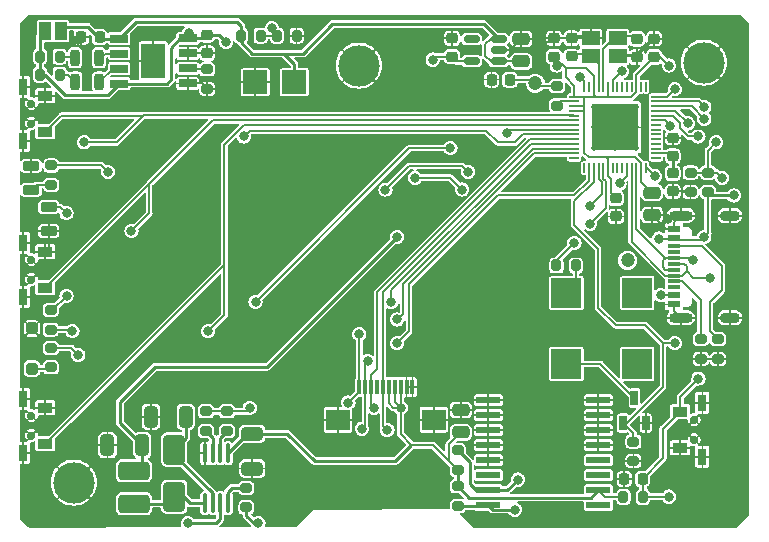
<source format=gbr>
%TF.GenerationSoftware,KiCad,Pcbnew,7.0.9*%
%TF.CreationDate,2024-03-02T15:09:24+02:00*%
%TF.ProjectId,DRM_Watch_V3,44524d5f-5761-4746-9368-5f56332e6b69,rev?*%
%TF.SameCoordinates,Original*%
%TF.FileFunction,Copper,L1,Top*%
%TF.FilePolarity,Positive*%
%FSLAX46Y46*%
G04 Gerber Fmt 4.6, Leading zero omitted, Abs format (unit mm)*
G04 Created by KiCad (PCBNEW 7.0.9) date 2024-03-02 15:09:24*
%MOMM*%
%LPD*%
G01*
G04 APERTURE LIST*
G04 Aperture macros list*
%AMRoundRect*
0 Rectangle with rounded corners*
0 $1 Rounding radius*
0 $2 $3 $4 $5 $6 $7 $8 $9 X,Y pos of 4 corners*
0 Add a 4 corners polygon primitive as box body*
4,1,4,$2,$3,$4,$5,$6,$7,$8,$9,$2,$3,0*
0 Add four circle primitives for the rounded corners*
1,1,$1+$1,$2,$3*
1,1,$1+$1,$4,$5*
1,1,$1+$1,$6,$7*
1,1,$1+$1,$8,$9*
0 Add four rect primitives between the rounded corners*
20,1,$1+$1,$2,$3,$4,$5,0*
20,1,$1+$1,$4,$5,$6,$7,0*
20,1,$1+$1,$6,$7,$8,$9,0*
20,1,$1+$1,$8,$9,$2,$3,0*%
G04 Aperture macros list end*
%TA.AperFunction,SMDPad,CuDef*%
%ADD10R,1.500000X1.200000*%
%TD*%
%TA.AperFunction,SMDPad,CuDef*%
%ADD11RoundRect,0.050000X-0.350000X-0.050000X0.350000X-0.050000X0.350000X0.050000X-0.350000X0.050000X0*%
%TD*%
%TA.AperFunction,SMDPad,CuDef*%
%ADD12RoundRect,0.050000X-0.050000X-0.350000X0.050000X-0.350000X0.050000X0.350000X-0.050000X0.350000X0*%
%TD*%
%TA.AperFunction,ComponentPad*%
%ADD13C,0.500000*%
%TD*%
%TA.AperFunction,SMDPad,CuDef*%
%ADD14R,4.000000X4.000000*%
%TD*%
%TA.AperFunction,SMDPad,CuDef*%
%ADD15RoundRect,0.150000X0.512500X0.150000X-0.512500X0.150000X-0.512500X-0.150000X0.512500X-0.150000X0*%
%TD*%
%TA.AperFunction,SMDPad,CuDef*%
%ADD16RoundRect,0.200000X0.275000X-0.200000X0.275000X0.200000X-0.275000X0.200000X-0.275000X-0.200000X0*%
%TD*%
%TA.AperFunction,SMDPad,CuDef*%
%ADD17RoundRect,0.250000X0.250000X-0.250000X0.250000X0.250000X-0.250000X0.250000X-0.250000X-0.250000X0*%
%TD*%
%TA.AperFunction,SMDPad,CuDef*%
%ADD18RoundRect,0.250000X-0.650000X0.325000X-0.650000X-0.325000X0.650000X-0.325000X0.650000X0.325000X0*%
%TD*%
%TA.AperFunction,SMDPad,CuDef*%
%ADD19R,2.500000X2.500000*%
%TD*%
%TA.AperFunction,SMDPad,CuDef*%
%ADD20RoundRect,0.200000X-0.275000X0.200000X-0.275000X-0.200000X0.275000X-0.200000X0.275000X0.200000X0*%
%TD*%
%TA.AperFunction,SMDPad,CuDef*%
%ADD21C,1.200000*%
%TD*%
%TA.AperFunction,ComponentPad*%
%ADD22C,3.500000*%
%TD*%
%TA.AperFunction,SMDPad,CuDef*%
%ADD23RoundRect,0.225000X0.250000X-0.225000X0.250000X0.225000X-0.250000X0.225000X-0.250000X-0.225000X0*%
%TD*%
%TA.AperFunction,SMDPad,CuDef*%
%ADD24RoundRect,0.225000X-0.250000X0.225000X-0.250000X-0.225000X0.250000X-0.225000X0.250000X0.225000X0*%
%TD*%
%TA.AperFunction,SMDPad,CuDef*%
%ADD25RoundRect,0.200000X0.200000X0.500000X-0.200000X0.500000X-0.200000X-0.500000X0.200000X-0.500000X0*%
%TD*%
%TA.AperFunction,SMDPad,CuDef*%
%ADD26R,1.270000X0.900000*%
%TD*%
%TA.AperFunction,SMDPad,CuDef*%
%ADD27R,0.800000X1.450000*%
%TD*%
%TA.AperFunction,ComponentPad*%
%ADD28C,0.700000*%
%TD*%
%TA.AperFunction,SMDPad,CuDef*%
%ADD29RoundRect,0.250000X0.475000X-0.250000X0.475000X0.250000X-0.475000X0.250000X-0.475000X-0.250000X0*%
%TD*%
%TA.AperFunction,SMDPad,CuDef*%
%ADD30RoundRect,0.042000X0.258000X-0.573000X0.258000X0.573000X-0.258000X0.573000X-0.258000X-0.573000X0*%
%TD*%
%TA.AperFunction,SMDPad,CuDef*%
%ADD31R,2.000000X2.000000*%
%TD*%
%TA.AperFunction,SMDPad,CuDef*%
%ADD32R,1.500000X0.660400*%
%TD*%
%TA.AperFunction,SMDPad,CuDef*%
%ADD33R,2.000000X3.000000*%
%TD*%
%TA.AperFunction,SMDPad,CuDef*%
%ADD34RoundRect,0.250000X-0.650000X1.000000X-0.650000X-1.000000X0.650000X-1.000000X0.650000X1.000000X0*%
%TD*%
%TA.AperFunction,SMDPad,CuDef*%
%ADD35R,0.300000X1.300000*%
%TD*%
%TA.AperFunction,SMDPad,CuDef*%
%ADD36R,2.000000X1.800000*%
%TD*%
%TA.AperFunction,SMDPad,CuDef*%
%ADD37RoundRect,0.225000X-0.225000X-0.250000X0.225000X-0.250000X0.225000X0.250000X-0.225000X0.250000X0*%
%TD*%
%TA.AperFunction,SMDPad,CuDef*%
%ADD38RoundRect,0.200000X-0.200000X-0.275000X0.200000X-0.275000X0.200000X0.275000X-0.200000X0.275000X0*%
%TD*%
%TA.AperFunction,SMDPad,CuDef*%
%ADD39R,1.000000X1.500000*%
%TD*%
%TA.AperFunction,SMDPad,CuDef*%
%ADD40RoundRect,0.041300X0.983700X0.253700X-0.983700X0.253700X-0.983700X-0.253700X0.983700X-0.253700X0*%
%TD*%
%TA.AperFunction,SMDPad,CuDef*%
%ADD41RoundRect,0.200000X-0.500000X0.200000X-0.500000X-0.200000X0.500000X-0.200000X0.500000X0.200000X0*%
%TD*%
%TA.AperFunction,SMDPad,CuDef*%
%ADD42RoundRect,0.225000X0.225000X0.250000X-0.225000X0.250000X-0.225000X-0.250000X0.225000X-0.250000X0*%
%TD*%
%TA.AperFunction,SMDPad,CuDef*%
%ADD43RoundRect,0.100000X-0.100000X0.712500X-0.100000X-0.712500X0.100000X-0.712500X0.100000X0.712500X0*%
%TD*%
%TA.AperFunction,SMDPad,CuDef*%
%ADD44RoundRect,0.200000X0.200000X0.275000X-0.200000X0.275000X-0.200000X-0.275000X0.200000X-0.275000X0*%
%TD*%
%TA.AperFunction,SMDPad,CuDef*%
%ADD45RoundRect,0.250000X0.325000X0.650000X-0.325000X0.650000X-0.325000X-0.650000X0.325000X-0.650000X0*%
%TD*%
%TA.AperFunction,SMDPad,CuDef*%
%ADD46RoundRect,0.320000X1.005000X-0.480000X1.005000X0.480000X-1.005000X0.480000X-1.005000X-0.480000X0*%
%TD*%
%TA.AperFunction,SMDPad,CuDef*%
%ADD47R,1.140000X0.600000*%
%TD*%
%TA.AperFunction,SMDPad,CuDef*%
%ADD48R,1.140000X0.300000*%
%TD*%
%TA.AperFunction,ComponentPad*%
%ADD49O,2.000000X0.900000*%
%TD*%
%TA.AperFunction,ComponentPad*%
%ADD50O,1.700000X0.900000*%
%TD*%
%TA.AperFunction,SMDPad,CuDef*%
%ADD51RoundRect,0.200000X0.500000X-0.200000X0.500000X0.200000X-0.500000X0.200000X-0.500000X-0.200000X0*%
%TD*%
%TA.AperFunction,ViaPad*%
%ADD52C,0.800000*%
%TD*%
%TA.AperFunction,Conductor*%
%ADD53C,0.150000*%
%TD*%
%TA.AperFunction,Conductor*%
%ADD54C,0.250000*%
%TD*%
%TA.AperFunction,Conductor*%
%ADD55C,0.200000*%
%TD*%
G04 APERTURE END LIST*
D10*
%TO.P,Y1,1,XTAL_P*%
%TO.N,Net-(U1-XTAL_P)*%
X114877503Y-47188716D03*
%TO.P,Y1,2,GND*%
%TO.N,GND*%
X117163503Y-47188716D03*
%TO.P,Y1,3,XTAL_N*%
%TO.N,Net-(U1-XTAL_N)*%
X117163503Y-45664716D03*
%TO.P,Y1,4,GND*%
%TO.N,GND*%
X114877503Y-45664716D03*
%TD*%
D11*
%TO.P,U1,1,VDDA*%
%TO.N,+3V3*%
X113496319Y-50637182D03*
%TO.P,U1,2,LNA_IN/RF*%
%TO.N,Net-(U1-LNA_IN{slash}RF)*%
X113496319Y-51037182D03*
%TO.P,U1,3,VDD3P3*%
%TO.N,+3V3*%
X113496319Y-51437182D03*
%TO.P,U1,4,VDD3P3*%
X113496319Y-51837182D03*
%TO.P,U1,5,GPIO0/BOOT*%
%TO.N,Net-(U1-GPIO0{slash}BOOT)*%
X113496319Y-52237182D03*
%TO.P,U1,6,GPIO1/ADC1_CH0*%
%TO.N,Net-(U1-GPIO1{slash}ADC1_CH0)*%
X113496319Y-52637182D03*
%TO.P,U1,7,GPIO2/ADC1_CH1*%
%TO.N,Net-(U1-GPIO2{slash}ADC1_CH1)*%
X113496319Y-53037182D03*
%TO.P,U1,8,GPIO3/ADC1_CH2*%
%TO.N,Net-(U1-GPIO3{slash}ADC1_CH2)*%
X113496319Y-53437182D03*
%TO.P,U1,9,GPIO4/ADC1_CH3*%
%TO.N,Net-(U1-GPIO4{slash}ADC1_CH3)*%
X113496319Y-53837182D03*
%TO.P,U1,10,GPIO5/ADC1_CH4*%
%TO.N,Net-(U1-GPIO5{slash}ADC1_CH4)*%
X113496319Y-54237182D03*
%TO.P,U1,11,GPIO6/ADC1_CH5*%
%TO.N,Net-(U1-GPIO6{slash}ADC1_CH5)*%
X113496319Y-54637182D03*
%TO.P,U1,12,GPIO7/ADC1_CH6*%
%TO.N,Net-(U1-GPIO7{slash}ADC1_CH6)*%
X113496319Y-55037182D03*
%TO.P,U1,13,GPIO8/ADC1_CH7*%
%TO.N,Net-(U1-GPIO8{slash}ADC1_CH7)*%
X113496319Y-55437182D03*
%TO.P,U1,14,GPIO9/ADC1_CH8*%
%TO.N,unconnected-(U1-GPIO9{slash}ADC1_CH8-Pad14)*%
X113496319Y-55837182D03*
D12*
%TO.P,U1,15,GPIO10/ADC1_CH9*%
%TO.N,unconnected-(U1-GPIO10{slash}ADC1_CH9-Pad15)*%
X114346319Y-56687182D03*
%TO.P,U1,16,GPIO11/ADC2_CH0*%
%TO.N,Net-(U1-GPIO11{slash}ADC2_CH0)*%
X114746319Y-56687182D03*
%TO.P,U1,17,GPIO12/ADC2_CH1*%
%TO.N,Net-(U1-GPIO12{slash}ADC2_CH1)*%
X115146319Y-56687182D03*
%TO.P,U1,18,GPIO13/ADC2_CH2*%
%TO.N,Net-(U1-GPIO13{slash}ADC2_CH2)*%
X115546319Y-56687182D03*
%TO.P,U1,19,GPIO14/ADC2_CH3*%
%TO.N,Net-(U1-GPIO14{slash}ADC2_CH3)*%
X115946319Y-56687182D03*
%TO.P,U1,20,VDD3P3_RTC*%
%TO.N,+3V3*%
X116346319Y-56687182D03*
%TO.P,U1,21,GPIO15/ADC2_CH4/XTAL_32K_P*%
%TO.N,unconnected-(U1-GPIO15{slash}ADC2_CH4{slash}XTAL_32K_P-Pad21)*%
X116746319Y-56687182D03*
%TO.P,U1,22,GPIO16/ADC2_CH5/XTAL_32K_N*%
%TO.N,unconnected-(U1-GPIO16{slash}ADC2_CH5{slash}XTAL_32K_N-Pad22)*%
X117146319Y-56687182D03*
%TO.P,U1,23,GPIO17/ADC2_CH6/DAC_1*%
%TO.N,unconnected-(U1-GPIO17{slash}ADC2_CH6{slash}DAC_1-Pad23)*%
X117546319Y-56687182D03*
%TO.P,U1,24,GPIO18/ADC2_CH7/DAC_2*%
%TO.N,Net-(U1-GPIO18{slash}ADC2_CH7{slash}DAC_2)*%
X117946319Y-56687182D03*
%TO.P,U1,25,GPIO19/ADC2_CH8/USB_D-*%
%TO.N,Net-(J1-DN1)*%
X118346319Y-56687182D03*
%TO.P,U1,26,GPIO20/ADC2_CH9/USB_D+*%
%TO.N,Net-(J1-DP1)*%
X118746319Y-56687182D03*
%TO.P,U1,27,VDD3P3_RTC_IO*%
%TO.N,+3V3*%
X119146319Y-56687182D03*
%TO.P,U1,28,GPIO21*%
%TO.N,Net-(U1-GPIO21)*%
X119546319Y-56687182D03*
D11*
%TO.P,U1,29,SPI_CS1/GPIO26*%
%TO.N,unconnected-(U1-SPI_CS1{slash}GPIO26-Pad29)*%
X120396319Y-55837182D03*
%TO.P,U1,30,VDD_SPI*%
%TO.N,Net-(U1-VDD_SPI)*%
X120396319Y-55437182D03*
%TO.P,U1,31,SPIHD/GPIO27*%
%TO.N,unconnected-(U1-SPIHD{slash}GPIO27-Pad31)*%
X120396319Y-55037182D03*
%TO.P,U1,32,SPIWP/GPIO28*%
%TO.N,unconnected-(U1-SPIWP{slash}GPIO28-Pad32)*%
X120396319Y-54637182D03*
%TO.P,U1,33,SPICS0/GPIO29*%
%TO.N,unconnected-(U1-SPICS0{slash}GPIO29-Pad33)*%
X120396319Y-54237182D03*
%TO.P,U1,34,SPICLK/GPIO30*%
%TO.N,unconnected-(U1-SPICLK{slash}GPIO30-Pad34)*%
X120396319Y-53837182D03*
%TO.P,U1,35,SPIQ/GPIO31*%
%TO.N,unconnected-(U1-SPIQ{slash}GPIO31-Pad35)*%
X120396319Y-53437182D03*
%TO.P,U1,36,SPID/GPIO32*%
%TO.N,unconnected-(U1-SPID{slash}GPIO32-Pad36)*%
X120396319Y-53037182D03*
%TO.P,U1,37,GPIO33*%
%TO.N,Net-(U1-GPIO33)*%
X120396319Y-52637182D03*
%TO.P,U1,38,GPIO34*%
%TO.N,Net-(U1-GPIO34)*%
X120396319Y-52237182D03*
%TO.P,U1,39,GPIO35*%
%TO.N,Net-(U1-GPIO35)*%
X120396319Y-51837182D03*
%TO.P,U1,40,GPIO36*%
%TO.N,Net-(U1-GPIO36)*%
X120396319Y-51437182D03*
%TO.P,U1,41,GPIO37*%
%TO.N,Net-(U1-GPIO37)*%
X120396319Y-51037182D03*
%TO.P,U1,42,GPIO38*%
%TO.N,Net-(U1-GPIO38)*%
X120396319Y-50637182D03*
D12*
%TO.P,U1,43,MTCK/JTAG/GPIO39*%
%TO.N,unconnected-(U1-MTCK{slash}JTAG{slash}GPIO39-Pad43)*%
X119546319Y-49787182D03*
%TO.P,U1,44,MTDO/JTAG/GPIO40*%
%TO.N,unconnected-(U1-MTDO{slash}JTAG{slash}GPIO40-Pad44)*%
X119146319Y-49787182D03*
%TO.P,U1,45,VDD3P3_CPU*%
%TO.N,+3V3*%
X118746319Y-49787182D03*
%TO.P,U1,46,MTDI/JTAG/GPIO41*%
%TO.N,unconnected-(U1-MTDI{slash}JTAG{slash}GPIO41-Pad46)*%
X118346319Y-49787182D03*
%TO.P,U1,47,MTMS/JTAG/GPIO42*%
%TO.N,unconnected-(U1-MTMS{slash}JTAG{slash}GPIO42-Pad47)*%
X117946319Y-49787182D03*
%TO.P,U1,48,U0TXD/GPIO43*%
%TO.N,unconnected-(U1-U0TXD{slash}GPIO43-Pad48)*%
X117546319Y-49787182D03*
%TO.P,U1,49,U0RXD/GPIO44*%
%TO.N,unconnected-(U1-U0RXD{slash}GPIO44-Pad49)*%
X117146319Y-49787182D03*
%TO.P,U1,50,GPIO45*%
%TO.N,Net-(U1-GPIO45)*%
X116746319Y-49787182D03*
%TO.P,U1,51,VDDA*%
%TO.N,+3V3*%
X116346319Y-49787182D03*
%TO.P,U1,52,XTAL_N*%
%TO.N,Net-(U1-XTAL_N)*%
X115946319Y-49787182D03*
%TO.P,U1,53,XTAL_P*%
%TO.N,Net-(U1-XTAL_P)*%
X115546319Y-49787182D03*
%TO.P,U1,54,VDDA*%
%TO.N,+3V3*%
X115146319Y-49787182D03*
%TO.P,U1,55,GPIO46*%
%TO.N,unconnected-(U1-GPIO46-Pad55)*%
X114746319Y-49787182D03*
%TO.P,U1,56,CHIP_PU/RESET*%
%TO.N,Net-(U1-CHIP_PU{slash}RESET)*%
X114346319Y-49787182D03*
D13*
%TO.P,U1,57,GND*%
%TO.N,GND*%
X115196319Y-51487182D03*
X115196319Y-53237182D03*
X115196319Y-54987182D03*
X116946319Y-51487182D03*
X116946319Y-53237182D03*
D14*
X116946319Y-53237182D03*
D13*
X116946319Y-54987182D03*
X118696319Y-51487182D03*
X118696319Y-53237182D03*
X118696319Y-54987182D03*
%TD*%
D15*
%TO.P,U2,1,V_in*%
%TO.N,VCC*%
X107080632Y-47638833D03*
%TO.P,U2,2,GND*%
%TO.N,GND*%
X107080632Y-46688833D03*
%TO.P,U2,3,CE*%
%TO.N,VCC*%
X107080632Y-45738833D03*
%TO.P,U2,4,NC*%
%TO.N,unconnected-(U2-NC-Pad4)*%
X104805632Y-45738833D03*
%TO.P,U2,5,V_out*%
%TO.N,+3V3*%
X104805632Y-47638833D03*
%TD*%
D16*
%TO.P,R3,1*%
%TO.N,GND*%
X124195147Y-72822103D03*
%TO.P,R3,2*%
%TO.N,Net-(J1-CC1)*%
X124195147Y-71172103D03*
%TD*%
D17*
%TO.P,D2,1,K*%
%TO.N,GND*%
X67564000Y-70260000D03*
%TO.P,D2,2,A*%
%TO.N,Net-(D2-A)*%
X67564000Y-73660000D03*
%TD*%
D18*
%TO.P,C18,1*%
%TO.N,+3V3*%
X86233000Y-79170000D03*
%TO.P,C18,2*%
%TO.N,GND*%
X86233000Y-82120000D03*
%TD*%
D19*
%TO.P,LS1,1*%
%TO.N,unconnected-(LS1-Pad1)*%
X118830147Y-67262851D03*
%TO.P,LS1,2*%
%TO.N,unconnected-(LS1-Pad2)*%
X118830147Y-73262851D03*
%TO.P,LS1,N*%
%TO.N,Net-(LS1-PadN)*%
X112830147Y-73262851D03*
%TO.P,LS1,P*%
%TO.N,Net-(LS1-PadP)*%
X112830147Y-67262851D03*
%TD*%
D20*
%TO.P,R14,1*%
%TO.N,Net-(U1-GPIO3{slash}ADC1_CH2)*%
X123333861Y-57059106D03*
%TO.P,R14,2*%
%TO.N,GND*%
X123333861Y-58709106D03*
%TD*%
D16*
%TO.P,R6,1*%
%TO.N,Net-(D2-A)*%
X69162006Y-73553422D03*
%TO.P,R6,2*%
%TO.N,Net-(U1-GPIO37)*%
X69162006Y-71903422D03*
%TD*%
D21*
%TO.P,TP28,1,1*%
%TO.N,unconnected-(TP28-Pad1)*%
X118000000Y-64500000D03*
%TD*%
D22*
%TO.P,M2,1*%
%TO.N,GND*%
X124460000Y-47752000D03*
%TD*%
D23*
%TO.P,C5,1*%
%TO.N,+3V3*%
X120267524Y-47275000D03*
%TO.P,C5,2*%
%TO.N,GND*%
X120267524Y-45725000D03*
%TD*%
D20*
%TO.P,R19,1*%
%TO.N,Net-(U1-GPIO33)*%
X103632000Y-80582000D03*
%TO.P,R19,2*%
%TO.N,+3V3*%
X103632000Y-82232000D03*
%TD*%
D24*
%TO.P,C15,1*%
%TO.N,GND*%
X111787761Y-45686050D03*
%TO.P,C15,2*%
%TO.N,+3V3*%
X111787761Y-47236050D03*
%TD*%
D20*
%TO.P,R9,1*%
%TO.N,Net-(U3-PROG)*%
X82423000Y-48324000D03*
%TO.P,R9,2*%
%TO.N,GND*%
X82423000Y-49974000D03*
%TD*%
D25*
%TO.P,D3,1,K*%
%TO.N,Net-(D3-K)*%
X73267123Y-47343045D03*
%TO.P,D3,2,A*%
%TO.N,Net-(D3-A)*%
X71235123Y-47343045D03*
%TD*%
D26*
%TO.P,S2,1*%
%TO.N,GND*%
X68703000Y-63754000D03*
%TO.P,S2,2*%
%TO.N,Net-(U1-GPIO1{slash}ADC1_CH0)*%
X68703000Y-66802000D03*
D27*
%TO.P,S2,3,Shield*%
%TO.N,GND*%
X66818000Y-62992000D03*
D28*
X67518000Y-64428000D03*
X67518000Y-66128000D03*
D27*
X66818000Y-67564000D03*
%TD*%
D29*
%TO.P,C9,1*%
%TO.N,VCC*%
X108991132Y-47638833D03*
%TO.P,C9,2*%
%TO.N,GND*%
X108991132Y-45738833D03*
%TD*%
D30*
%TO.P,Q1,1*%
%TO.N,Net-(U1-GPIO12{slash}ADC2_CH1)*%
X117633660Y-78263648D03*
%TO.P,Q1,2*%
%TO.N,GND*%
X119533660Y-78263648D03*
%TO.P,Q1,3*%
%TO.N,Net-(LS1-PadN)*%
X118583660Y-76143648D03*
%TD*%
D31*
%TO.P,BT1,1,+*%
%TO.N,VCC*%
X89789000Y-49403000D03*
%TO.P,BT1,2,-*%
%TO.N,GND*%
X86487000Y-49403000D03*
%TD*%
D16*
%TO.P,R21,1*%
%TO.N,Net-(R21-Pad1)*%
X85725000Y-85407000D03*
%TO.P,R21,2*%
%TO.N,Net-(U5-VA)*%
X85725000Y-83757000D03*
%TD*%
D23*
%TO.P,C6,1*%
%TO.N,+3V3*%
X103149132Y-47238833D03*
%TO.P,C6,2*%
%TO.N,GND*%
X103149132Y-45688833D03*
%TD*%
D20*
%TO.P,R17,1*%
%TO.N,Net-(U1-GPIO8{slash}ADC1_CH7)*%
X84074000Y-77280000D03*
%TO.P,R17,2*%
%TO.N,Net-(U5-RSW-Osc)*%
X84074000Y-78930000D03*
%TD*%
D24*
%TO.P,C4,1*%
%TO.N,+3V3*%
X117000479Y-59225783D03*
%TO.P,C4,2*%
%TO.N,GND*%
X117000479Y-60775783D03*
%TD*%
D32*
%TO.P,U3,1,TEMP*%
%TO.N,GND*%
X80756446Y-49519595D03*
%TO.P,U3,2,PROG*%
%TO.N,Net-(U3-PROG)*%
X80756446Y-48249595D03*
%TO.P,U3,3,GND*%
%TO.N,GND*%
X80756446Y-46979595D03*
%TO.P,U3,4,VCC*%
%TO.N,VBUS*%
X80756446Y-45709595D03*
%TO.P,U3,5,BAT*%
%TO.N,VCC*%
X74959234Y-45717485D03*
%TO.P,U3,6,STDBY*%
%TO.N,Net-(D3-K)*%
X74959234Y-46987485D03*
%TO.P,U3,7,CHRGE*%
%TO.N,Net-(D4-K)*%
X74959234Y-48257485D03*
%TO.P,U3,8,CE*%
%TO.N,VBUS*%
X74959234Y-49527485D03*
D33*
%TO.P,U3,9,HEAT*%
%TO.N,GND*%
X77851000Y-47625000D03*
%TD*%
D34*
%TO.P,D6,1,K*%
%TO.N,Net-(D6-K)*%
X79629000Y-80518000D03*
%TO.P,D6,2,A*%
%TO.N,Net-(D6-A)*%
X79629000Y-84518000D03*
%TD*%
D26*
%TO.P,S1,1*%
%TO.N,GND*%
X68703000Y-50546000D03*
%TO.P,S1,2*%
%TO.N,Net-(U1-GPIO0{slash}BOOT)*%
X68703000Y-53594000D03*
D27*
%TO.P,S1,3,Shield*%
%TO.N,GND*%
X66818000Y-49784000D03*
D28*
X67518000Y-51220000D03*
X67518000Y-52920000D03*
D27*
X66818000Y-54356000D03*
%TD*%
D23*
%TO.P,C12,1*%
%TO.N,GND*%
X82415870Y-46949882D03*
%TO.P,C12,2*%
%TO.N,VBUS*%
X82415870Y-45399882D03*
%TD*%
D35*
%TO.P,J2,1*%
%TO.N,Net-(U1-GPIO7{slash}ADC1_CH6)*%
X95286000Y-75230000D03*
%TO.P,J2,2*%
%TO.N,Net-(U1-GPIO11{slash}ADC2_CH0)*%
X95786000Y-75230000D03*
%TO.P,J2,3*%
%TO.N,Net-(U1-GPIO5{slash}ADC1_CH4)*%
X96286000Y-75230000D03*
%TO.P,J2,4*%
%TO.N,unconnected-(J2-Pad4)*%
X96786000Y-75230000D03*
%TO.P,J2,5*%
%TO.N,Net-(U1-GPIO6{slash}ADC1_CH5)*%
X97286000Y-75230000D03*
%TO.P,J2,6*%
%TO.N,+3V3*%
X97786000Y-75230000D03*
%TO.P,J2,7*%
X98286000Y-75230000D03*
%TO.P,J2,8*%
X98786000Y-75230000D03*
%TO.P,J2,9*%
%TO.N,GND*%
X99286000Y-75230000D03*
%TO.P,J2,10*%
X99786000Y-75230000D03*
D36*
%TO.P,J2,Z1,Mount*%
X93486000Y-77980000D03*
%TO.P,J2,Z2,Mount*%
X101586000Y-77980000D03*
%TD*%
D23*
%TO.P,C7,1*%
%TO.N,Net-(U1-VDD_SPI)*%
X121821319Y-55660182D03*
%TO.P,C7,2*%
%TO.N,GND*%
X121821319Y-54110182D03*
%TD*%
D37*
%TO.P,C14,1*%
%TO.N,GND*%
X117716280Y-82998754D03*
%TO.P,C14,2*%
%TO.N,Net-(U1-CHIP_PU{slash}RESET)*%
X119266280Y-82998754D03*
%TD*%
D24*
%TO.P,C3,1*%
%TO.N,Net-(U1-XTAL_N)*%
X118790503Y-45739216D03*
%TO.P,C3,2*%
%TO.N,GND*%
X118790503Y-47289216D03*
%TD*%
D38*
%TO.P,R7,1*%
%TO.N,VBUS*%
X68263000Y-47244000D03*
%TO.P,R7,2*%
%TO.N,Net-(D3-A)*%
X69913000Y-47244000D03*
%TD*%
D26*
%TO.P,S4,1*%
%TO.N,GND*%
X68703000Y-76962000D03*
%TO.P,S4,2*%
%TO.N,Net-(U1-GPIO2{slash}ADC1_CH1)*%
X68703000Y-80010000D03*
D27*
%TO.P,S4,3,Shield*%
%TO.N,GND*%
X66818000Y-76200000D03*
D28*
X67518000Y-77636000D03*
X67518000Y-79336000D03*
D27*
X66818000Y-80772000D03*
%TD*%
D39*
%TO.P,JP1,1,A*%
%TO.N,VBUS*%
X68692000Y-45085000D03*
%TO.P,JP1,2,B*%
%TO.N,VCC*%
X69992000Y-45085000D03*
%TD*%
D37*
%TO.P,C13,1*%
%TO.N,GND*%
X106488411Y-49190065D03*
%TO.P,C13,2*%
%TO.N,Net-(C13-Pad2)*%
X108038411Y-49190065D03*
%TD*%
D40*
%TO.P,U4,1,32KHZ*%
%TO.N,unconnected-(U4-32KHZ-Pad1)*%
X115526000Y-85217000D03*
%TO.P,U4,2,VCC*%
%TO.N,+3V3*%
X115526000Y-83947000D03*
%TO.P,U4,3,~{INT}/SQW*%
%TO.N,unconnected-(U4-~{INT}{slash}SQW-Pad3)*%
X115526000Y-82677000D03*
%TO.P,U4,4,~{RST}*%
%TO.N,unconnected-(U4-~{RST}-Pad4)*%
X115526000Y-81407000D03*
%TO.P,U4,5,N.C.*%
%TO.N,GND*%
X115526000Y-80137000D03*
%TO.P,U4,6,N.C.*%
X115526000Y-78867000D03*
%TO.P,U4,7,N.C.*%
X115526000Y-77597000D03*
%TO.P,U4,8,N.C.*%
X115526000Y-76327000D03*
%TO.P,U4,9,N.C.*%
X106216000Y-76327000D03*
%TO.P,U4,10,N.C.*%
X106216000Y-77597000D03*
%TO.P,U4,11,N.C.*%
X106216000Y-78867000D03*
%TO.P,U4,12,N.C.*%
X106216000Y-80137000D03*
%TO.P,U4,13,GND*%
X106216000Y-81407000D03*
%TO.P,U4,14,VBAT*%
%TO.N,unconnected-(U4-VBAT-Pad14)*%
X106216000Y-82677000D03*
%TO.P,U4,15,SDA*%
%TO.N,Net-(U1-GPIO33)*%
X106216000Y-83947000D03*
%TO.P,U4,16,SCL*%
%TO.N,Net-(U1-GPIO35)*%
X106216000Y-85217000D03*
%TD*%
D20*
%TO.P,R10,1*%
%TO.N,Net-(D5-A)*%
X69150351Y-68709964D03*
%TO.P,R10,2*%
%TO.N,Net-(U1-GPIO38)*%
X69150351Y-70359964D03*
%TD*%
D29*
%TO.P,C10,1*%
%TO.N,+3V3*%
X103886000Y-79055000D03*
%TO.P,C10,2*%
%TO.N,GND*%
X103886000Y-77155000D03*
%TD*%
D41*
%TO.P,D1,1,K*%
%TO.N,GND*%
X67500000Y-56484000D03*
%TO.P,D1,2,A*%
%TO.N,Net-(D1-A)*%
X67500000Y-58516000D03*
%TD*%
D42*
%TO.P,C11,1*%
%TO.N,VCC*%
X73292000Y-45593000D03*
%TO.P,C11,2*%
%TO.N,GND*%
X71742000Y-45593000D03*
%TD*%
D43*
%TO.P,U5,1,VDD*%
%TO.N,+3V3*%
X84160000Y-80818500D03*
%TO.P,U5,2,RSW-Osc*%
%TO.N,Net-(U5-RSW-Osc)*%
X83510000Y-80818500D03*
%TO.P,U5,3,REL-Osc*%
%TO.N,Net-(U5-REL-Osc)*%
X82860000Y-80818500D03*
%TO.P,U5,4,GND*%
%TO.N,GND*%
X82210000Y-80818500D03*
%TO.P,U5,5,LX*%
%TO.N,Net-(D6-A)*%
X82210000Y-85043500D03*
%TO.P,U5,6,CS*%
%TO.N,Net-(D6-K)*%
X82860000Y-85043500D03*
%TO.P,U5,7,VB*%
%TO.N,Net-(U5-VB)*%
X83510000Y-85043500D03*
%TO.P,U5,8,VA*%
%TO.N,Net-(U5-VA)*%
X84160000Y-85043500D03*
%TD*%
D24*
%TO.P,C2,1*%
%TO.N,GND*%
X113258303Y-45680154D03*
%TO.P,C2,2*%
%TO.N,Net-(U1-XTAL_P)*%
X113258303Y-47230154D03*
%TD*%
D16*
%TO.P,R5,1*%
%TO.N,Net-(D1-A)*%
X69213058Y-58109281D03*
%TO.P,R5,2*%
%TO.N,Net-(U1-GPIO36)*%
X69213058Y-56459281D03*
%TD*%
D38*
%TO.P,R8,1*%
%TO.N,VBUS*%
X68263000Y-48768000D03*
%TO.P,R8,2*%
%TO.N,Net-(D4-A)*%
X69913000Y-48768000D03*
%TD*%
D44*
%TO.P,R4,1*%
%TO.N,Net-(LS1-PadP)*%
X113628466Y-64927773D03*
%TO.P,R4,2*%
%TO.N,VCC*%
X111978466Y-64927773D03*
%TD*%
D20*
%TO.P,R18,1*%
%TO.N,Net-(U1-GPIO8{slash}ADC1_CH7)*%
X82296000Y-77280000D03*
%TO.P,R18,2*%
%TO.N,Net-(U5-REL-Osc)*%
X82296000Y-78930000D03*
%TD*%
D45*
%TO.P,C16,1*%
%TO.N,Net-(D6-K)*%
X80596000Y-77724000D03*
%TO.P,C16,2*%
%TO.N,GND*%
X77646000Y-77724000D03*
%TD*%
D21*
%TO.P,TP27,1,1*%
%TO.N,Net-(C13-Pad2)*%
X110193874Y-49500000D03*
%TD*%
D22*
%TO.P,M3,1*%
%TO.N,GND*%
X95250000Y-48006000D03*
%TD*%
D20*
%TO.P,R2,1*%
%TO.N,Net-(J1-CC2)*%
X125663001Y-71175000D03*
%TO.P,R2,2*%
%TO.N,GND*%
X125663001Y-72825000D03*
%TD*%
D26*
%TO.P,S3,1*%
%TO.N,GND*%
X122452000Y-80352000D03*
%TO.P,S3,2*%
%TO.N,Net-(U1-CHIP_PU{slash}RESET)*%
X122452000Y-77304000D03*
D27*
%TO.P,S3,3,Shield*%
%TO.N,GND*%
X124337000Y-81114000D03*
D28*
X123637000Y-79678000D03*
X123637000Y-77978000D03*
D27*
X124337000Y-76542000D03*
%TD*%
D38*
%TO.P,R11,1*%
%TO.N,VCC*%
X85281000Y-45466000D03*
%TO.P,R11,2*%
%TO.N,Net-(U1-GPIO4{slash}ADC1_CH3)*%
X86931000Y-45466000D03*
%TD*%
D46*
%TO.P,L1,1,1*%
%TO.N,Net-(D6-A)*%
X76200000Y-85093000D03*
%TO.P,L1,2,2*%
%TO.N,VCC*%
X76200000Y-82293000D03*
%TD*%
D45*
%TO.P,C17,1*%
%TO.N,VCC*%
X76913000Y-80137000D03*
%TO.P,C17,2*%
%TO.N,GND*%
X73963000Y-80137000D03*
%TD*%
D20*
%TO.P,R15,1*%
%TO.N,Net-(C13-Pad2)*%
X112031855Y-49735182D03*
%TO.P,R15,2*%
%TO.N,Net-(U1-LNA_IN{slash}RF)*%
X112031855Y-51385182D03*
%TD*%
D22*
%TO.P,M1,1*%
%TO.N,GND*%
X71120000Y-83312000D03*
%TD*%
D47*
%TO.P,J1,A1_B12,GND*%
%TO.N,GND*%
X121920000Y-68231000D03*
%TO.P,J1,A4_B9,VBUS*%
%TO.N,VBUS*%
X121920000Y-67431000D03*
D48*
%TO.P,J1,A5,CC1*%
%TO.N,Net-(J1-CC1)*%
X121920000Y-66281000D03*
%TO.P,J1,A6,DP1*%
%TO.N,Net-(J1-DP1)*%
X121920000Y-65281000D03*
%TO.P,J1,A7,DN1*%
%TO.N,Net-(J1-DN1)*%
X121920000Y-64781000D03*
%TO.P,J1,A8,SBU1*%
%TO.N,unconnected-(J1-SBU1-PadA8)*%
X121920000Y-63781000D03*
D47*
%TO.P,J1,B1_A12,GND*%
%TO.N,GND*%
X121920000Y-61831000D03*
%TO.P,J1,B4_A9,VBUS*%
%TO.N,VBUS*%
X121920000Y-62631000D03*
D48*
%TO.P,J1,B5,CC2*%
%TO.N,Net-(J1-CC2)*%
X121920000Y-63281000D03*
%TO.P,J1,B6,DP2*%
%TO.N,Net-(J1-DP1)*%
X121920000Y-64281000D03*
%TO.P,J1,B7,DN2*%
%TO.N,Net-(J1-DN1)*%
X121920000Y-65781000D03*
%TO.P,J1,B8,SBU2*%
%TO.N,unconnected-(J1-SBU2-PadB8)*%
X121920000Y-66781000D03*
D49*
%TO.P,J1,S1,SHIELD*%
%TO.N,GND*%
X122500000Y-69356000D03*
%TO.P,J1,S2,SHIELD*%
X122500000Y-60706000D03*
D50*
%TO.P,J1,S3,SHIELD*%
X126670000Y-69356000D03*
%TO.P,J1,S4,SHIELD*%
X126670000Y-60706000D03*
%TD*%
D38*
%TO.P,R16,1*%
%TO.N,+3V3*%
X117654773Y-84506664D03*
%TO.P,R16,2*%
%TO.N,Net-(U1-CHIP_PU{slash}RESET)*%
X119304773Y-84506664D03*
%TD*%
D16*
%TO.P,R13,1*%
%TO.N,VBUS*%
X124805082Y-58708034D03*
%TO.P,R13,2*%
%TO.N,Net-(U1-GPIO3{slash}ADC1_CH2)*%
X124805082Y-57058034D03*
%TD*%
D38*
%TO.P,R12,1*%
%TO.N,Net-(U1-GPIO4{slash}ADC1_CH3)*%
X88329000Y-45466000D03*
%TO.P,R12,2*%
%TO.N,GND*%
X89979000Y-45466000D03*
%TD*%
D16*
%TO.P,R20,1*%
%TO.N,Net-(U1-GPIO35)*%
X103632000Y-85280000D03*
%TO.P,R20,2*%
%TO.N,+3V3*%
X103632000Y-83630000D03*
%TD*%
D51*
%TO.P,D5,1,K*%
%TO.N,GND*%
X69000000Y-62016000D03*
%TO.P,D5,2,A*%
%TO.N,Net-(D5-A)*%
X69000000Y-59984000D03*
%TD*%
D24*
%TO.P,C8,1*%
%TO.N,Net-(U1-VDD_SPI)*%
X121821319Y-57110182D03*
%TO.P,C8,2*%
%TO.N,GND*%
X121821319Y-58660182D03*
%TD*%
D25*
%TO.P,D4,1,K*%
%TO.N,Net-(D4-K)*%
X73279000Y-49403000D03*
%TO.P,D4,2,A*%
%TO.N,Net-(D4-A)*%
X71247000Y-49403000D03*
%TD*%
D20*
%TO.P,R1,1*%
%TO.N,Net-(U1-GPIO12{slash}ADC2_CH1)*%
X118500000Y-79835621D03*
%TO.P,R1,2*%
%TO.N,GND*%
X118500000Y-81485621D03*
%TD*%
D29*
%TO.P,C1,1*%
%TO.N,GND*%
X120078637Y-60668763D03*
%TO.P,C1,2*%
%TO.N,+3V3*%
X120078637Y-58768763D03*
%TD*%
D52*
%TO.N,GND*%
X74000000Y-66500000D03*
X76000000Y-70500000D03*
X87000000Y-71500000D03*
X88000000Y-51000000D03*
X78000000Y-54500000D03*
X82000000Y-55500000D03*
X93000000Y-55500000D03*
X95500000Y-63000000D03*
X122500000Y-45500000D03*
X110269252Y-51321865D03*
%TO.N,Net-(U1-GPIO2{slash}ADC1_CH1)*%
X82500000Y-70500000D03*
%TO.N,VCC*%
X113500000Y-63000000D03*
X98500000Y-62500000D03*
X90297000Y-49657000D03*
%TO.N,+3V3*%
X121500000Y-48000000D03*
X101500000Y-47500000D03*
X98786004Y-76981996D03*
X112000000Y-48000000D03*
%TO.N,Net-(J1-DP1)*%
X123500000Y-64500000D03*
%TO.N,Net-(J1-DN1)*%
X125000000Y-66000000D03*
%TO.N,GND*%
X123500000Y-55500000D03*
X77851000Y-46736000D03*
X90000000Y-77000000D03*
X113000000Y-79500000D03*
X68500000Y-85500000D03*
X99949000Y-78867002D03*
X102500000Y-69000000D03*
X71501000Y-45847000D03*
X109000000Y-77500000D03*
X121463044Y-61026906D03*
X126500000Y-52500000D03*
X109000000Y-66500000D03*
X83500000Y-75000000D03*
X81000000Y-65500000D03*
X110500000Y-46000000D03*
X85979002Y-49276001D03*
X99000000Y-48000000D03*
X91500000Y-61000000D03*
X72500000Y-78000000D03*
X125500000Y-84500000D03*
X105000000Y-51000000D03*
X126500000Y-78000000D03*
X110000000Y-60500000D03*
X95500000Y-83500000D03*
X73000000Y-60000000D03*
X116500000Y-67500000D03*
X112500000Y-58000000D03*
X90000000Y-83000000D03*
%TO.N,Net-(U1-GPIO7{slash}ADC1_CH6)*%
X94361000Y-76530498D03*
X95290644Y-70742408D03*
X98000000Y-68000000D03*
%TO.N,Net-(U1-GPIO5{slash}ADC1_CH4)*%
X96520000Y-76962004D03*
%TO.N,Net-(U1-GPIO11{slash}ADC2_CH0)*%
X95503992Y-78740000D03*
X98500000Y-71500000D03*
X96000000Y-73000000D03*
%TO.N,Net-(U1-GPIO6{slash}ADC1_CH5)*%
X97663000Y-78867010D03*
%TO.N,Net-(U1-GPIO0{slash}BOOT)*%
X72000000Y-54500000D03*
%TO.N,Net-(U1-GPIO1{slash}ADC1_CH0)*%
X76000000Y-62000000D03*
%TO.N,Net-(U1-CHIP_PU{slash}RESET)*%
X124000000Y-74500000D03*
X113999984Y-49000000D03*
X121500000Y-84500000D03*
%TO.N,Net-(U1-GPIO12{slash}ADC2_CH1)*%
X122000000Y-71500000D03*
%TO.N,Net-(U1-GPIO33)*%
X108712000Y-83058000D03*
X121631589Y-53086184D03*
%TO.N,VBUS*%
X127000000Y-59000000D03*
X120804250Y-67434643D03*
X80899000Y-45212000D03*
X120650703Y-62649509D03*
X84000000Y-46000000D03*
X124500000Y-62500000D03*
%TO.N,Net-(U1-GPIO35)*%
X123106070Y-52893938D03*
X108458000Y-85598000D03*
%TO.N,Net-(D5-A)*%
X70500000Y-67500000D03*
X70500000Y-60500000D03*
%TO.N,Net-(U1-GPIO4{slash}ADC1_CH3)*%
X85500000Y-54000000D03*
X87884000Y-44831000D03*
%TO.N,Net-(U1-GPIO3{slash}ADC1_CH2)*%
X107825000Y-53712182D03*
X125500000Y-54500000D03*
X126000000Y-57500000D03*
%TO.N,Net-(U1-GPIO36)*%
X124500000Y-52500000D03*
X100000000Y-57500000D03*
X74000000Y-57000000D03*
X104000000Y-58500000D03*
%TO.N,Net-(U1-GPIO37)*%
X71500000Y-72500000D03*
X124500000Y-51500000D03*
X104500008Y-57000000D03*
X97500000Y-58500000D03*
%TO.N,Net-(U1-GPIO38)*%
X86500000Y-68000000D03*
X122000000Y-50000000D03*
X103000000Y-55000000D03*
X71000000Y-70500000D03*
%TO.N,Net-(U1-GPIO14{slash}ADC2_CH3)*%
X114821319Y-61385182D03*
%TO.N,Net-(U1-GPIO18{slash}ADC2_CH7{slash}DAC_2)*%
X117321319Y-57975000D03*
%TO.N,Net-(U1-GPIO21)*%
X120321319Y-57385182D03*
%TO.N,Net-(U1-GPIO45)*%
X117500000Y-48500000D03*
%TO.N,Net-(U1-GPIO34)*%
X124000000Y-54000000D03*
%TO.N,Net-(U1-GPIO13{slash}ADC2_CH2)*%
X114821319Y-59885182D03*
%TO.N,Net-(R21-Pad1)*%
X86741000Y-86740992D03*
%TO.N,Net-(U1-GPIO8{slash}ADC1_CH7)*%
X86000000Y-77000000D03*
X98500000Y-69500000D03*
%TO.N,Net-(U5-VB)*%
X80772000Y-86741012D03*
%TD*%
D53*
%TO.N,Net-(U1-GPIO5{slash}ADC1_CH4)*%
X96286000Y-74214000D02*
X96286000Y-75230000D01*
X96788303Y-73711697D02*
X96286000Y-74214000D01*
X96788303Y-67211697D02*
X96788303Y-73711697D01*
X109762818Y-54237182D02*
X96788303Y-67211697D01*
X113496319Y-54237182D02*
X109762818Y-54237182D01*
%TO.N,Net-(U1-GPIO4{slash}ADC1_CH3)*%
X86000000Y-53500000D02*
X85500000Y-54000000D01*
X106000000Y-53500000D02*
X86000000Y-53500000D01*
X108500000Y-54500000D02*
X107000000Y-54500000D01*
X109162818Y-53837182D02*
X108500000Y-54500000D01*
X113496319Y-53837182D02*
X109162818Y-53837182D01*
X107000000Y-54500000D02*
X106000000Y-53500000D01*
%TO.N,Net-(U1-GPIO3{slash}ADC1_CH2)*%
X108100000Y-53437182D02*
X107825000Y-53712182D01*
X113496319Y-53437182D02*
X108100000Y-53437182D01*
%TO.N,Net-(U1-GPIO37)*%
X104000008Y-56500000D02*
X104500008Y-57000000D01*
X99500000Y-56500000D02*
X104000008Y-56500000D01*
X97500000Y-58500000D02*
X99500000Y-56500000D01*
%TO.N,Net-(U1-GPIO36)*%
X103000000Y-57500000D02*
X104000000Y-58500000D01*
X102500000Y-57500000D02*
X103000000Y-57500000D01*
X100000000Y-57500000D02*
X102500000Y-57500000D01*
%TO.N,Net-(U1-GPIO18{slash}ADC2_CH7{slash}DAC_2)*%
X117946319Y-57350000D02*
X117321319Y-57975000D01*
X117946319Y-56687182D02*
X117946319Y-57350000D01*
%TO.N,Net-(U1-GPIO2{slash}ADC1_CH1)*%
X83856500Y-64856500D02*
X83856500Y-69143500D01*
X83856500Y-64856500D02*
X68703000Y-80010000D01*
X83856500Y-69143500D02*
X82500000Y-70500000D01*
X113496319Y-53037182D02*
X85508223Y-53037182D01*
X83856500Y-54688905D02*
X83856500Y-64856500D01*
X85508223Y-53037182D02*
X83856500Y-54688905D01*
D54*
%TO.N,VCC*%
X85281000Y-44641000D02*
X84963000Y-44323000D01*
D55*
X107080632Y-47638833D02*
X108991132Y-47638833D01*
D54*
X88900000Y-46990000D02*
X89789000Y-47879000D01*
X88900000Y-46990000D02*
X90510000Y-46990000D01*
X76353719Y-44323000D02*
X74959234Y-45717485D01*
D55*
X106418133Y-45738833D02*
X105943132Y-46213834D01*
D54*
X85281000Y-46038000D02*
X86233000Y-46990000D01*
D53*
X90297000Y-49657000D02*
X90043000Y-49657000D01*
D54*
X85281000Y-45466000D02*
X85281000Y-44641000D01*
D55*
X107080632Y-45738833D02*
X106418133Y-45738833D01*
X105943132Y-47163832D02*
X106418133Y-47638833D01*
X106418133Y-47638833D02*
X107080632Y-47638833D01*
D54*
X84963000Y-44323000D02*
X76353719Y-44323000D01*
X85344000Y-45466000D02*
X85281000Y-45466000D01*
X70231000Y-44704000D02*
X72276000Y-44704000D01*
X93000000Y-44500000D02*
X105841799Y-44500000D01*
X69992000Y-44943000D02*
X70231000Y-44704000D01*
X87500000Y-73500000D02*
X98500000Y-62500000D01*
X78000000Y-73500000D02*
X87500000Y-73500000D01*
D53*
X90043000Y-49657000D02*
X89789000Y-49403000D01*
D54*
X72276000Y-44704000D02*
X73292000Y-45720000D01*
D55*
X105943132Y-46213834D02*
X105943132Y-47163832D01*
D54*
X85281000Y-45466000D02*
X85281000Y-46038000D01*
X69992000Y-45085000D02*
X69992000Y-44943000D01*
X76913000Y-80137000D02*
X75000000Y-78224000D01*
X74956719Y-45720000D02*
X74959234Y-45717485D01*
X89789000Y-47879000D02*
X89789000Y-49403000D01*
X105841799Y-44500000D02*
X107080632Y-45738833D01*
X86233000Y-46990000D02*
X88900000Y-46990000D01*
D53*
X111978466Y-64521534D02*
X113500000Y-63000000D01*
D54*
X75000000Y-76500000D02*
X78000000Y-73500000D01*
X76913000Y-80137000D02*
X76913000Y-81580000D01*
X75000000Y-78224000D02*
X75000000Y-76500000D01*
X76913000Y-81580000D02*
X76200000Y-82293000D01*
X90510000Y-46990000D02*
X93000000Y-44500000D01*
D53*
X111978466Y-64927773D02*
X111978466Y-64521534D01*
D54*
X73292000Y-45720000D02*
X74956719Y-45720000D01*
D55*
%TO.N,+3V3*%
X114321319Y-50637182D02*
X113496319Y-50637182D01*
X114273319Y-51837182D02*
X114321319Y-51885182D01*
X114321319Y-51385182D02*
X114321319Y-50637182D01*
X118746319Y-48796205D02*
X120267524Y-47275000D01*
D54*
X86233000Y-79170000D02*
X89170000Y-79170000D01*
D55*
X115146319Y-50462182D02*
X115146319Y-49787182D01*
D53*
X117654773Y-84506664D02*
X116085664Y-84506664D01*
D55*
X104805632Y-47638833D02*
X103549132Y-47638833D01*
D53*
X116085664Y-84506664D02*
X115526000Y-83947000D01*
D55*
X113496319Y-51437182D02*
X114269319Y-51437182D01*
X116346319Y-56687182D02*
X116346319Y-57360182D01*
X118746319Y-50212832D02*
X118321969Y-50637182D01*
X98286000Y-76481992D02*
X98786004Y-76981996D01*
X116346319Y-55910182D02*
X116346319Y-56687182D01*
X119146319Y-56687182D02*
X119146319Y-56261532D01*
X112786797Y-49010358D02*
X112786797Y-48235086D01*
X116181271Y-55745134D02*
X116346319Y-55910182D01*
X120078637Y-58768763D02*
X119146319Y-57836445D01*
D54*
X89170000Y-79170000D02*
X91500000Y-81500000D01*
D55*
X115321319Y-50637182D02*
X114321319Y-50637182D01*
X116321319Y-50637182D02*
X116346319Y-50612182D01*
X114321319Y-51885182D02*
X114321319Y-55362822D01*
X102882000Y-80059000D02*
X102882000Y-81482000D01*
D54*
X84160000Y-80818500D02*
X85808500Y-79170000D01*
D55*
X116566611Y-57580474D02*
X116566611Y-58791915D01*
D54*
X104584000Y-84582000D02*
X114891000Y-84582000D01*
D55*
X115146319Y-48913115D02*
X114468290Y-48235086D01*
X103886000Y-79055000D02*
X102882000Y-80059000D01*
X116346319Y-50612182D02*
X116346319Y-49787182D01*
X97786000Y-76577000D02*
X98171000Y-76962000D01*
X116321319Y-50637182D02*
X115321319Y-50637182D01*
X98766008Y-76962000D02*
X98786004Y-76981996D01*
X98786004Y-76981996D02*
X98786004Y-79228004D01*
X103549132Y-47638833D02*
X103149132Y-47238833D01*
X113496319Y-50637182D02*
X113496319Y-49719880D01*
X116566611Y-58791915D02*
X117000479Y-59225783D01*
X114269319Y-51437182D02*
X114321319Y-51385182D01*
X101761167Y-47238833D02*
X101500000Y-47500000D01*
X99695000Y-80137000D02*
X101537000Y-80137000D01*
X101537000Y-80137000D02*
X102882000Y-81482000D01*
X114703631Y-55745134D02*
X116181271Y-55745134D01*
X115146319Y-49787182D02*
X115146319Y-48913115D01*
X118746319Y-49787182D02*
X118746319Y-50212832D01*
X103149132Y-47238833D02*
X101761167Y-47238833D01*
X113496319Y-49719880D02*
X112786797Y-49010358D01*
D54*
X114891000Y-84582000D02*
X115526000Y-83947000D01*
D55*
X98786000Y-76981992D02*
X98786004Y-76981996D01*
D54*
X103632000Y-83630000D02*
X104584000Y-84582000D01*
D55*
X102882000Y-81482000D02*
X103632000Y-82232000D01*
X111787761Y-47236050D02*
X111787761Y-47787761D01*
X113496319Y-51837182D02*
X114273319Y-51837182D01*
D54*
X103632000Y-82232000D02*
X103632000Y-83630000D01*
D55*
X111787761Y-47787761D02*
X112000000Y-48000000D01*
X116346319Y-57360182D02*
X116566611Y-57580474D01*
X118746319Y-49787182D02*
X118746319Y-48796205D01*
X115321319Y-50637182D02*
X115146319Y-50462182D01*
X114321319Y-51885182D02*
X114321319Y-51385182D01*
X114468290Y-48235086D02*
X112786797Y-48235086D01*
X119146319Y-56261532D02*
X118629921Y-55745134D01*
X98286000Y-75230000D02*
X98286000Y-76481992D01*
X120267524Y-47275000D02*
X120775000Y-47275000D01*
X98171000Y-76962000D02*
X98766008Y-76962000D01*
X120775000Y-47275000D02*
X121500000Y-48000000D01*
D54*
X91500000Y-81500000D02*
X98332000Y-81500000D01*
X85808500Y-79170000D02*
X86233000Y-79170000D01*
D55*
X119146319Y-57836445D02*
X119146319Y-56687182D01*
X97786000Y-75230000D02*
X97786000Y-76577000D01*
X114321319Y-55362822D02*
X114703631Y-55745134D01*
X98786000Y-75230000D02*
X98786000Y-76981992D01*
X112786797Y-48235086D02*
X111787761Y-47236050D01*
D54*
X98332000Y-81500000D02*
X99695000Y-80137000D01*
D55*
X118629921Y-55745134D02*
X116181271Y-55745134D01*
X98786004Y-79228004D02*
X99695000Y-80137000D01*
X118321969Y-50637182D02*
X116321319Y-50637182D01*
D53*
%TO.N,Net-(J1-CC1)*%
X124195147Y-67886147D02*
X122590000Y-66281000D01*
X124195147Y-71172103D02*
X124195147Y-67886147D01*
X122590000Y-66281000D02*
X121920000Y-66281000D01*
%TO.N,Net-(U1-XTAL_P)*%
X115546319Y-47857532D02*
X114877503Y-47188716D01*
X115546319Y-49787182D02*
X115546319Y-47857532D01*
X114877503Y-47023406D02*
X113299741Y-47023406D01*
X113299741Y-47023406D02*
X113258303Y-47064844D01*
X115250000Y-47395903D02*
X114877503Y-47023406D01*
%TO.N,Net-(U1-XTAL_N)*%
X115946319Y-49787182D02*
X115946319Y-46605900D01*
X118716003Y-45499406D02*
X118790503Y-45573906D01*
X115946319Y-46605900D02*
X116887503Y-45664716D01*
X116887503Y-45664716D02*
X117163503Y-45664716D01*
X117163503Y-45499406D02*
X118716003Y-45499406D01*
%TO.N,Net-(D3-K)*%
X73789515Y-46987485D02*
X74959234Y-46987485D01*
X73279000Y-47498000D02*
X73789515Y-46987485D01*
%TO.N,Net-(U1-VDD_SPI)*%
X121598319Y-55437182D02*
X121821319Y-55660182D01*
X120396319Y-55437182D02*
X121598319Y-55437182D01*
D54*
X121821319Y-55660182D02*
X121821319Y-57110182D01*
D53*
%TO.N,Net-(J1-DP1)*%
X121200000Y-64281000D02*
X118746319Y-61827319D01*
X121920000Y-64281000D02*
X121200000Y-64281000D01*
X123281000Y-64281000D02*
X123500000Y-64500000D01*
X121219000Y-64281000D02*
X121920000Y-64281000D01*
X121000000Y-64500000D02*
X121219000Y-64281000D01*
X121920000Y-64281000D02*
X123281000Y-64281000D01*
X121000000Y-65081000D02*
X121000000Y-64500000D01*
X118746319Y-61827319D02*
X118746319Y-56687182D01*
X121920000Y-65281000D02*
X121200000Y-65281000D01*
X121200000Y-65281000D02*
X121000000Y-65081000D01*
%TO.N,Net-(J1-DN1)*%
X123000000Y-65421000D02*
X123579000Y-66000000D01*
X121200000Y-65781000D02*
X118346319Y-62927319D01*
X123579000Y-66000000D02*
X125000000Y-66000000D01*
X123000000Y-65421000D02*
X123000000Y-65000000D01*
X118346319Y-62927319D02*
X118346319Y-56687182D01*
X121920000Y-65781000D02*
X121200000Y-65781000D01*
X122781000Y-64781000D02*
X121920000Y-64781000D01*
X123000000Y-65000000D02*
X122781000Y-64781000D01*
X121920000Y-65781000D02*
X122640000Y-65781000D01*
X122640000Y-65781000D02*
X123000000Y-65421000D01*
D55*
%TO.N,GND*%
X118790503Y-47289216D02*
X118790503Y-47202021D01*
D53*
X69000000Y-63457000D02*
X68703000Y-63754000D01*
X117264003Y-47123906D02*
X117163503Y-47023406D01*
D55*
X118690003Y-47188716D02*
X118790503Y-47289216D01*
D53*
X118790503Y-47123906D02*
X117264003Y-47123906D01*
X113273741Y-45499406D02*
X113258303Y-45514844D01*
D55*
X118790503Y-47202021D02*
X120267524Y-45725000D01*
X110500000Y-46000000D02*
X111473811Y-46000000D01*
X117163503Y-47188716D02*
X118690003Y-47188716D01*
X113258303Y-45680154D02*
X114862065Y-45680154D01*
X111787761Y-45686050D02*
X113252407Y-45686050D01*
X81968595Y-49519595D02*
X82423000Y-49974000D01*
D53*
X121920000Y-61831000D02*
X121920000Y-61286000D01*
D55*
X108041132Y-46688833D02*
X108991132Y-45738833D01*
D53*
X121240874Y-61831000D02*
X120078637Y-60668763D01*
X121920000Y-68231000D02*
X121920000Y-68776000D01*
X125660104Y-72822103D02*
X125663001Y-72825000D01*
X114877503Y-45499406D02*
X113273741Y-45499406D01*
X121821319Y-58660182D02*
X123284937Y-58660182D01*
X69000000Y-62016000D02*
X69000000Y-63457000D01*
D55*
X110238833Y-45738833D02*
X110500000Y-46000000D01*
D53*
X121920000Y-68776000D02*
X122500000Y-69356000D01*
X121920000Y-61286000D02*
X122500000Y-60706000D01*
D55*
X80756446Y-49519595D02*
X81968595Y-49519595D01*
D53*
X121920000Y-61831000D02*
X121240874Y-61831000D01*
D55*
X80756446Y-46979595D02*
X82386157Y-46979595D01*
D53*
X124195147Y-72822103D02*
X125660104Y-72822103D01*
D55*
X111473811Y-46000000D02*
X111787761Y-45686050D01*
X114862065Y-45680154D02*
X114877503Y-45664716D01*
X108991132Y-45738833D02*
X110238833Y-45738833D01*
X113252407Y-45686050D02*
X113258303Y-45680154D01*
D53*
X118790503Y-47123906D02*
X118790503Y-47036711D01*
D55*
X82386157Y-46979595D02*
X82415870Y-46949882D01*
D53*
X123284937Y-58660182D02*
X123333861Y-58709106D01*
D55*
X107080632Y-46688833D02*
X108041132Y-46688833D01*
D53*
X118790503Y-47036711D02*
X120267524Y-45559690D01*
%TO.N,Net-(J1-CC2)*%
X125000000Y-68000000D02*
X126000000Y-67000000D01*
X125000000Y-70500000D02*
X125000000Y-68000000D01*
X125663001Y-71175000D02*
X125595000Y-71106999D01*
X126000000Y-65000000D02*
X124281000Y-63281000D01*
X125595000Y-71106999D02*
X125595000Y-71095000D01*
X126000000Y-67000000D02*
X126000000Y-65000000D01*
X125595000Y-71095000D02*
X125000000Y-70500000D01*
X124281000Y-63281000D02*
X121920000Y-63281000D01*
%TO.N,Net-(U1-GPIO7{slash}ADC1_CH6)*%
X95286000Y-75230000D02*
X95286000Y-70747052D01*
X95286000Y-75605498D02*
X95286000Y-75230000D01*
X113496319Y-55037182D02*
X109962818Y-55037182D01*
X94361000Y-76530498D02*
X95286000Y-75605498D01*
X95286000Y-70747052D02*
X95290644Y-70742408D01*
X109962818Y-55037182D02*
X98000000Y-67000000D01*
X98000000Y-67000000D02*
X98000000Y-68000000D01*
%TO.N,Net-(U1-GPIO5{slash}ADC1_CH4)*%
X96286000Y-76728004D02*
X96520000Y-76962004D01*
X96286000Y-75230000D02*
X96286000Y-76728004D01*
%TO.N,Net-(U1-GPIO11{slash}ADC2_CH0)*%
X113500000Y-59000000D02*
X107000000Y-59000000D01*
X114746319Y-57753681D02*
X113500000Y-59000000D01*
X95786000Y-78457992D02*
X95503992Y-78740000D01*
X96000000Y-73000000D02*
X95786000Y-73214000D01*
X114746319Y-56687182D02*
X114746319Y-57753681D01*
X107000000Y-59000000D02*
X99500000Y-66500000D01*
X99500000Y-70500000D02*
X98500000Y-71500000D01*
X95786000Y-75230000D02*
X95786000Y-78457992D01*
X95786000Y-73214000D02*
X95786000Y-75230000D01*
X99500000Y-66500000D02*
X99500000Y-70500000D01*
%TO.N,Net-(U1-LNA_IN{slash}RF)*%
X112379855Y-51037182D02*
X112031855Y-51385182D01*
X113496319Y-51037182D02*
X112379855Y-51037182D01*
%TO.N,Net-(U1-GPIO6{slash}ADC1_CH5)*%
X97286000Y-78490010D02*
X97663000Y-78867010D01*
X97286000Y-75230000D02*
X97286000Y-78490010D01*
X109862818Y-54637182D02*
X97300000Y-67200000D01*
X113496319Y-54637182D02*
X109862818Y-54637182D01*
X97300000Y-75216000D02*
X97286000Y-75230000D01*
X97300000Y-67200000D02*
X97300000Y-75216000D01*
%TO.N,Net-(U1-GPIO0{slash}BOOT)*%
X113496319Y-52237182D02*
X113484137Y-52225000D01*
X77000000Y-52237182D02*
X74737182Y-54500000D01*
X113484137Y-52225000D02*
X77012182Y-52225000D01*
X70059818Y-52237182D02*
X68703000Y-53594000D01*
X77012182Y-52225000D02*
X77000000Y-52237182D01*
X77000000Y-52237182D02*
X70059818Y-52237182D01*
X74737182Y-54500000D02*
X72000000Y-54500000D01*
%TO.N,Net-(U1-GPIO1{slash}ADC1_CH0)*%
X82867818Y-52637182D02*
X77752500Y-57752500D01*
X77500000Y-58005000D02*
X77752500Y-57752500D01*
X77500000Y-60500000D02*
X76000000Y-62000000D01*
X113496319Y-52637182D02*
X82867818Y-52637182D01*
X77752500Y-57752500D02*
X68703000Y-66802000D01*
X77500000Y-60500000D02*
X77500000Y-58005000D01*
D55*
%TO.N,Net-(U1-CHIP_PU{slash}RESET)*%
X122452000Y-76048000D02*
X124000000Y-74500000D01*
X121000000Y-81265034D02*
X121000000Y-78756000D01*
X114346319Y-49787182D02*
X114346319Y-49346335D01*
X119304773Y-84506664D02*
X119304773Y-83037247D01*
X119304773Y-84506664D02*
X121493336Y-84506664D01*
X119304773Y-83037247D02*
X119266280Y-82998754D01*
X122452000Y-77304000D02*
X122452000Y-76048000D01*
X119266280Y-82998754D02*
X121000000Y-81265034D01*
X114346319Y-49346335D02*
X113999984Y-49000000D01*
X121493336Y-84506664D02*
X121500000Y-84500000D01*
X121000000Y-78756000D02*
X122452000Y-77304000D01*
D53*
%TO.N,Net-(U1-GPIO12{slash}ADC2_CH1)*%
X115500000Y-68500000D02*
X115500000Y-63500000D01*
X121000000Y-75197307D02*
X121000000Y-71500000D01*
X117633660Y-78263648D02*
X117933659Y-78263648D01*
X115146319Y-57853681D02*
X115146319Y-56687182D01*
X115500000Y-63500000D02*
X113500000Y-61500000D01*
X121000000Y-71500000D02*
X122000000Y-71500000D01*
X118500000Y-79835621D02*
X118500000Y-79129988D01*
X117933659Y-78263648D02*
X121000000Y-75197307D01*
X121000000Y-71500000D02*
X119500000Y-70000000D01*
X113500000Y-61500000D02*
X113500000Y-59500000D01*
X117000000Y-70000000D02*
X115500000Y-68500000D01*
X118500000Y-79129988D02*
X117633660Y-78263648D01*
X113500000Y-59500000D02*
X115146319Y-57853681D01*
X119500000Y-70000000D02*
X117000000Y-70000000D01*
%TO.N,Net-(LS1-PadN)*%
X115702863Y-73262851D02*
X112830147Y-73262851D01*
X118583660Y-76143648D02*
X115702863Y-73262851D01*
%TO.N,Net-(LS1-PadP)*%
X113628466Y-66464532D02*
X112830147Y-67262851D01*
X113628466Y-64927773D02*
X113628466Y-66464532D01*
%TO.N,Net-(D1-A)*%
X69213058Y-58109281D02*
X67906719Y-58109281D01*
X67906719Y-58109281D02*
X67500000Y-58516000D01*
%TO.N,Net-(D2-A)*%
X67564000Y-73660000D02*
X69055428Y-73660000D01*
X69055428Y-73660000D02*
X69162006Y-73553422D01*
D54*
%TO.N,Net-(U1-GPIO33)*%
X105191001Y-83947000D02*
X104648000Y-83403999D01*
X106216000Y-83947000D02*
X105191001Y-83947000D01*
D55*
X121182587Y-52637182D02*
X121631589Y-53086184D01*
X120396319Y-52637182D02*
X121182587Y-52637182D01*
D54*
X106216000Y-83947000D02*
X107823000Y-83947000D01*
X104648000Y-81598000D02*
X103632000Y-80582000D01*
X104648000Y-83403999D02*
X104648000Y-81598000D01*
X107823000Y-83947000D02*
X108712000Y-83058000D01*
%TO.N,VBUS*%
X82106157Y-45709595D02*
X82415870Y-45399882D01*
X83399882Y-45399882D02*
X84000000Y-46000000D01*
X68263000Y-45514000D02*
X68692000Y-45085000D01*
X80147405Y-45709595D02*
X80756446Y-45709595D01*
X78991485Y-49527485D02*
X78994000Y-49530000D01*
X82415870Y-45399882D02*
X83399882Y-45399882D01*
X78994000Y-49530000D02*
X79375000Y-49149000D01*
D55*
X124500000Y-62500000D02*
X124805082Y-62194918D01*
D54*
X68263000Y-48768000D02*
X68663000Y-48768000D01*
D55*
X124805082Y-62194918D02*
X124805082Y-58708034D01*
D54*
X125097048Y-59000000D02*
X124805082Y-58708034D01*
X79375000Y-46482000D02*
X80147405Y-45709595D01*
X68263000Y-48768000D02*
X68263000Y-47244000D01*
X79375000Y-49149000D02*
X79375000Y-46482000D01*
X74959234Y-49527485D02*
X78991485Y-49527485D01*
D55*
X121901491Y-62649509D02*
X121920000Y-62631000D01*
X120807893Y-67431000D02*
X120804250Y-67434643D01*
X124259000Y-62741000D02*
X124500000Y-62500000D01*
D54*
X68663000Y-48768000D02*
X70395000Y-50500000D01*
X80756446Y-45709595D02*
X80756446Y-45354554D01*
D55*
X121920000Y-62631000D02*
X122030000Y-62741000D01*
D54*
X80756446Y-45354554D02*
X80899000Y-45212000D01*
D55*
X121920000Y-67431000D02*
X120807893Y-67431000D01*
D54*
X127000000Y-59000000D02*
X125097048Y-59000000D01*
D55*
X122030000Y-62741000D02*
X124259000Y-62741000D01*
D54*
X70395000Y-50500000D02*
X73986719Y-50500000D01*
X68263000Y-47244000D02*
X68263000Y-45514000D01*
X73986719Y-50500000D02*
X74959234Y-49527485D01*
D55*
X120650703Y-62649509D02*
X121901491Y-62649509D01*
D54*
X80756446Y-45709595D02*
X82106157Y-45709595D01*
D53*
%TO.N,Net-(D4-K)*%
X74424515Y-48257485D02*
X74959234Y-48257485D01*
X73279000Y-49403000D02*
X74424515Y-48257485D01*
%TO.N,Net-(U3-PROG)*%
X80830851Y-48324000D02*
X80756446Y-48249595D01*
X82423000Y-48324000D02*
X80830851Y-48324000D01*
D54*
%TO.N,Net-(U1-GPIO35)*%
X103632000Y-85280000D02*
X106153000Y-85280000D01*
D55*
X120396319Y-51837182D02*
X122049314Y-51837182D01*
D54*
X108458000Y-85598000D02*
X106597000Y-85598000D01*
X106597000Y-85598000D02*
X106216000Y-85217000D01*
D55*
X122049314Y-51837182D02*
X123106070Y-52893938D01*
D54*
X106153000Y-85280000D02*
X106216000Y-85217000D01*
D53*
%TO.N,Net-(D5-A)*%
X69000000Y-59984000D02*
X69984000Y-59984000D01*
X69290036Y-68709964D02*
X69150351Y-68709964D01*
X69984000Y-59984000D02*
X70500000Y-60500000D01*
X70500000Y-67500000D02*
X69290036Y-68709964D01*
%TO.N,Net-(C13-Pad2)*%
X112031855Y-49735182D02*
X110332543Y-49735182D01*
X109883939Y-49190065D02*
X110193874Y-49500000D01*
X108230626Y-49596513D02*
X108000000Y-49365887D01*
X108038411Y-49190065D02*
X109883939Y-49190065D01*
X110332543Y-49735182D02*
X110193874Y-49596513D01*
%TO.N,Net-(U1-GPIO4{slash}ADC1_CH3)*%
X87884000Y-44831000D02*
X87884000Y-45021000D01*
X86931000Y-45466000D02*
X88329000Y-45466000D01*
X87884000Y-45021000D02*
X88329000Y-45466000D01*
%TO.N,Net-(U1-GPIO3{slash}ADC1_CH2)*%
X124805082Y-57058034D02*
X124805082Y-55194918D01*
X124805082Y-57058034D02*
X125558034Y-57058034D01*
X124805082Y-57058034D02*
X123334933Y-57058034D01*
X125558034Y-57058034D02*
X126000000Y-57500000D01*
X124805082Y-55194918D02*
X125500000Y-54500000D01*
X123334933Y-57058034D02*
X123333861Y-57059106D01*
%TO.N,Net-(U1-GPIO36)*%
X73459281Y-56459281D02*
X69213058Y-56459281D01*
X120396319Y-51437182D02*
X123437182Y-51437182D01*
X74000000Y-57000000D02*
X73459281Y-56459281D01*
X123437182Y-51437182D02*
X124500000Y-52500000D01*
%TO.N,Net-(U1-GPIO37)*%
X70903422Y-71903422D02*
X69162006Y-71903422D01*
X71500000Y-72500000D02*
X70903422Y-71903422D01*
X120396319Y-51037182D02*
X124037182Y-51037182D01*
X124037182Y-51037182D02*
X124500000Y-51500000D01*
%TO.N,Net-(U1-GPIO38)*%
X99500000Y-55000000D02*
X86500000Y-68000000D01*
X120396319Y-50637182D02*
X121362818Y-50637182D01*
X70859964Y-70359964D02*
X71000000Y-70500000D01*
X103000000Y-55000000D02*
X99500000Y-55000000D01*
X69150351Y-70359964D02*
X70859964Y-70359964D01*
X121362818Y-50637182D02*
X122000000Y-50000000D01*
%TO.N,Net-(U1-GPIO14{slash}ADC2_CH3)*%
X115946319Y-57548682D02*
X115946319Y-57575682D01*
X116160536Y-60045965D02*
X114821319Y-61385182D01*
X115946319Y-56687182D02*
X115946319Y-57548682D01*
X115946319Y-57575682D02*
X116160536Y-57789899D01*
X116160536Y-57789899D02*
X116160536Y-60045965D01*
%TO.N,Net-(U1-GPIO21)*%
X119623319Y-56687182D02*
X120321319Y-57385182D01*
X119546319Y-56687182D02*
X119623319Y-56687182D01*
%TO.N,Net-(U1-GPIO45)*%
X116746319Y-49787182D02*
X116746319Y-49253681D01*
X116746319Y-49253681D02*
X117500000Y-48500000D01*
%TO.N,Net-(U1-GPIO34)*%
X120396319Y-52237182D02*
X121827991Y-52237182D01*
X122431070Y-52840261D02*
X122431070Y-53279598D01*
X121827991Y-52237182D02*
X122431070Y-52840261D01*
X122431070Y-53279598D02*
X123151472Y-54000000D01*
X123151472Y-54000000D02*
X124000000Y-54000000D01*
%TO.N,Net-(U1-GPIO13{slash}ADC2_CH2)*%
X115821319Y-58885182D02*
X114821319Y-59885182D01*
X115546319Y-56687182D02*
X115546319Y-57610182D01*
X115821319Y-57885182D02*
X115821319Y-58885182D01*
X115546319Y-57610182D02*
X115821319Y-57885182D01*
%TO.N,Net-(D3-A)*%
X70993000Y-47244000D02*
X71247000Y-47498000D01*
X69913000Y-47244000D02*
X70993000Y-47244000D01*
%TO.N,Net-(D4-A)*%
X69913000Y-48768000D02*
X70612000Y-48768000D01*
X70612000Y-48768000D02*
X71247000Y-49403000D01*
D54*
%TO.N,Net-(D6-K)*%
X80596000Y-79551000D02*
X79629000Y-80518000D01*
X82860000Y-84231001D02*
X79629000Y-81000001D01*
X80596000Y-77724000D02*
X80596000Y-79551000D01*
X82860000Y-85043500D02*
X82860000Y-84231001D01*
X79629000Y-81000001D02*
X79629000Y-80518000D01*
%TO.N,Net-(D6-A)*%
X79054000Y-85093000D02*
X79629000Y-84518000D01*
X82210000Y-85043500D02*
X80979500Y-85043500D01*
X80454000Y-84518000D02*
X79629000Y-84518000D01*
X80979500Y-85043500D02*
X80454000Y-84518000D01*
X76200000Y-85093000D02*
X79054000Y-85093000D01*
%TO.N,Net-(R21-Pad1)*%
X85725000Y-86106000D02*
X86359992Y-86740992D01*
X85725000Y-85407000D02*
X85725000Y-86106000D01*
X86359992Y-86740992D02*
X86741000Y-86740992D01*
D53*
%TO.N,Net-(U1-GPIO8{slash}ADC1_CH7)*%
X85720000Y-77280000D02*
X86000000Y-77000000D01*
X110062818Y-55437182D02*
X99000000Y-66500000D01*
X99000000Y-66500000D02*
X99000000Y-69000000D01*
X82296000Y-77280000D02*
X84074000Y-77280000D01*
X99000000Y-69000000D02*
X98500000Y-69500000D01*
X113496319Y-55437182D02*
X110062818Y-55437182D01*
X84074000Y-77280000D02*
X85720000Y-77280000D01*
D54*
%TO.N,Net-(U5-RSW-Osc)*%
X83510000Y-80818500D02*
X83510000Y-79494000D01*
X83510000Y-79494000D02*
X84074000Y-78930000D01*
%TO.N,Net-(U5-REL-Osc)*%
X82860000Y-80818500D02*
X82860000Y-79494000D01*
X82860000Y-79494000D02*
X82296000Y-78930000D01*
%TO.N,Net-(U5-VA)*%
X84518000Y-83757000D02*
X85725000Y-83757000D01*
X84160000Y-85043500D02*
X84160000Y-84115000D01*
X84160000Y-84115000D02*
X84518000Y-83757000D01*
%TO.N,Net-(U5-VB)*%
X83184988Y-86741012D02*
X80772000Y-86741012D01*
X83510000Y-85043500D02*
X83510000Y-86416000D01*
X83510000Y-86416000D02*
X83184988Y-86741012D01*
%TD*%
%TA.AperFunction,Conductor*%
%TO.N,GND*%
G36*
X80476506Y-44665813D02*
G01*
X80501816Y-44709650D01*
X80493026Y-44759500D01*
X80473989Y-44781207D01*
X80470722Y-44783713D01*
X80470715Y-44783720D01*
X80374464Y-44909158D01*
X80313955Y-45055238D01*
X80313955Y-45055239D01*
X80308766Y-45094661D01*
X80306361Y-45112932D01*
X80306147Y-45114554D01*
X80282774Y-45159453D01*
X80236008Y-45178825D01*
X80232780Y-45178895D01*
X79986698Y-45178895D01*
X79961255Y-45183956D01*
X79928213Y-45190528D01*
X79861895Y-45234842D01*
X79861893Y-45234844D01*
X79817579Y-45301162D01*
X79815918Y-45309512D01*
X79808609Y-45346262D01*
X79805946Y-45359648D01*
X79805946Y-45560075D01*
X79788633Y-45607641D01*
X79784272Y-45612401D01*
X79177326Y-46219347D01*
X79131450Y-46240739D01*
X79082555Y-46227638D01*
X79053521Y-46186174D01*
X79051000Y-46167021D01*
X79051000Y-46105302D01*
X79039396Y-46046964D01*
X78995192Y-45980808D01*
X78995191Y-45980807D01*
X78929035Y-45936603D01*
X78870697Y-45925000D01*
X77926000Y-45925000D01*
X77926000Y-47626000D01*
X77908687Y-47673566D01*
X77864850Y-47698876D01*
X77852000Y-47700000D01*
X76651000Y-47700000D01*
X76651000Y-49127985D01*
X76633687Y-49175551D01*
X76589850Y-49200861D01*
X76577000Y-49201985D01*
X75975327Y-49201985D01*
X75927761Y-49184672D01*
X75902749Y-49142422D01*
X75902210Y-49139710D01*
X75898101Y-49119054D01*
X75893843Y-49112682D01*
X75875376Y-49085044D01*
X75853786Y-49052733D01*
X75811587Y-49024536D01*
X75787466Y-49008418D01*
X75787467Y-49008418D01*
X75750162Y-49000998D01*
X75728982Y-48996785D01*
X74253483Y-48996785D01*
X74205917Y-48979472D01*
X74180607Y-48935635D01*
X74189397Y-48885785D01*
X74201157Y-48870459D01*
X74261757Y-48809859D01*
X74307633Y-48788467D01*
X74314083Y-48788185D01*
X75728980Y-48788185D01*
X75728982Y-48788185D01*
X75787465Y-48776552D01*
X75853786Y-48732237D01*
X75898101Y-48665916D01*
X75909734Y-48607433D01*
X75909734Y-47907537D01*
X75898101Y-47849054D01*
X75896761Y-47847049D01*
X75876020Y-47816008D01*
X75853786Y-47782733D01*
X75815788Y-47757343D01*
X75787466Y-47738418D01*
X75787467Y-47738418D01*
X75747799Y-47730528D01*
X75728982Y-47726785D01*
X74189486Y-47726785D01*
X74170669Y-47730528D01*
X74131001Y-47738418D01*
X74064683Y-47782732D01*
X74064681Y-47782734D01*
X74020367Y-47849051D01*
X74014200Y-47880055D01*
X74001800Y-47900487D01*
X74007374Y-47909764D01*
X74008734Y-47923884D01*
X74008734Y-48252998D01*
X73991421Y-48300564D01*
X73987060Y-48305324D01*
X73755419Y-48536964D01*
X73709542Y-48558356D01*
X73669498Y-48550572D01*
X73604304Y-48517354D01*
X73604303Y-48517353D01*
X73510519Y-48502500D01*
X73047480Y-48502500D01*
X72953695Y-48517353D01*
X72953693Y-48517354D01*
X72840657Y-48574950D01*
X72750951Y-48664656D01*
X72693353Y-48777698D01*
X72678500Y-48871480D01*
X72678500Y-49934519D01*
X72693353Y-50028303D01*
X72713022Y-50066905D01*
X72719190Y-50117147D01*
X72691621Y-50159599D01*
X72647087Y-50174500D01*
X71878912Y-50174500D01*
X71831346Y-50157187D01*
X71806036Y-50113350D01*
X71812976Y-50066906D01*
X71832646Y-50028304D01*
X71847500Y-49934519D01*
X71847499Y-48871482D01*
X71847293Y-48870184D01*
X71832646Y-48777695D01*
X71832645Y-48777693D01*
X71791610Y-48697159D01*
X71775050Y-48664658D01*
X71685342Y-48574950D01*
X71572304Y-48517354D01*
X71572302Y-48517353D01*
X71572301Y-48517353D01*
X71478519Y-48502500D01*
X71015480Y-48502500D01*
X70921695Y-48517353D01*
X70853150Y-48552279D01*
X70802908Y-48558447D01*
X70778443Y-48547873D01*
X70778049Y-48547610D01*
X70760054Y-48535586D01*
X70719495Y-48508485D01*
X70639133Y-48492500D01*
X70639132Y-48492500D01*
X70639130Y-48492499D01*
X70612001Y-48487103D01*
X70612000Y-48487103D01*
X70595925Y-48490300D01*
X70545896Y-48482598D01*
X70512522Y-48444539D01*
X70508402Y-48429296D01*
X70498646Y-48367695D01*
X70498645Y-48367693D01*
X70459886Y-48291625D01*
X70441050Y-48254658D01*
X70351342Y-48164950D01*
X70238304Y-48107354D01*
X70238302Y-48107353D01*
X70238301Y-48107353D01*
X70144519Y-48092500D01*
X69681480Y-48092500D01*
X69587695Y-48107353D01*
X69587693Y-48107354D01*
X69474657Y-48164950D01*
X69384951Y-48254656D01*
X69384950Y-48254658D01*
X69349227Y-48324769D01*
X69327353Y-48367698D01*
X69312500Y-48461480D01*
X69312500Y-48778522D01*
X69295187Y-48826088D01*
X69251350Y-48851398D01*
X69201500Y-48842608D01*
X69186174Y-48830848D01*
X68904357Y-48549031D01*
X68902175Y-48546650D01*
X68880811Y-48521189D01*
X68863499Y-48473623D01*
X68863499Y-48461480D01*
X68848646Y-48367695D01*
X68848645Y-48367693D01*
X68809886Y-48291625D01*
X68791050Y-48254658D01*
X68701342Y-48164950D01*
X68698021Y-48163258D01*
X68628904Y-48128040D01*
X68594382Y-48091019D01*
X68588500Y-48062106D01*
X68588500Y-47949892D01*
X68605813Y-47902326D01*
X68628899Y-47883961D01*
X68701342Y-47847050D01*
X68791050Y-47757342D01*
X68848646Y-47644304D01*
X68863500Y-47550519D01*
X69312500Y-47550519D01*
X69327353Y-47644304D01*
X69327354Y-47644306D01*
X69382228Y-47751999D01*
X69384950Y-47757342D01*
X69474658Y-47847050D01*
X69587696Y-47904646D01*
X69681481Y-47919500D01*
X70144518Y-47919499D01*
X70144519Y-47919499D01*
X70238304Y-47904646D01*
X70238306Y-47904645D01*
X70254739Y-47896272D01*
X70351342Y-47847050D01*
X70441050Y-47757342D01*
X70494690Y-47652066D01*
X70531710Y-47617546D01*
X70582259Y-47614896D01*
X70622686Y-47645360D01*
X70634624Y-47685663D01*
X70634624Y-47874564D01*
X70649476Y-47968349D01*
X70649477Y-47968351D01*
X70694780Y-48057261D01*
X70707073Y-48081387D01*
X70796781Y-48171095D01*
X70909819Y-48228691D01*
X71003604Y-48243545D01*
X71466641Y-48243544D01*
X71466642Y-48243544D01*
X71560427Y-48228691D01*
X71560429Y-48228690D01*
X71588076Y-48214603D01*
X71673465Y-48171095D01*
X71763173Y-48081387D01*
X71820769Y-47968349D01*
X71835623Y-47874564D01*
X72666623Y-47874564D01*
X72681476Y-47968349D01*
X72681477Y-47968351D01*
X72726780Y-48057261D01*
X72739073Y-48081387D01*
X72828781Y-48171095D01*
X72941819Y-48228691D01*
X73035604Y-48243545D01*
X73498641Y-48243544D01*
X73498642Y-48243544D01*
X73592427Y-48228691D01*
X73592429Y-48228690D01*
X73620076Y-48214603D01*
X73705465Y-48171095D01*
X73795173Y-48081387D01*
X73852769Y-47968349D01*
X73861645Y-47912308D01*
X73874852Y-47888481D01*
X73868483Y-47876871D01*
X73867622Y-47865628D01*
X73867622Y-47550000D01*
X76651000Y-47550000D01*
X77776000Y-47550000D01*
X77776000Y-45925000D01*
X76831303Y-45925000D01*
X76772964Y-45936603D01*
X76706808Y-45980807D01*
X76706807Y-45980808D01*
X76662603Y-46046964D01*
X76651000Y-46105302D01*
X76651000Y-47550000D01*
X73867622Y-47550000D01*
X73867622Y-47379347D01*
X73884935Y-47331782D01*
X73928772Y-47306472D01*
X73978622Y-47315262D01*
X74011159Y-47354039D01*
X74014200Y-47364912D01*
X74020367Y-47395917D01*
X74041675Y-47427805D01*
X74064682Y-47462237D01*
X74101112Y-47486579D01*
X74131001Y-47506551D01*
X74131002Y-47506551D01*
X74131003Y-47506552D01*
X74189486Y-47518185D01*
X74189488Y-47518185D01*
X75728980Y-47518185D01*
X75728982Y-47518185D01*
X75787465Y-47506552D01*
X75853786Y-47462237D01*
X75898101Y-47395916D01*
X75909734Y-47337433D01*
X75909734Y-46637537D01*
X75898101Y-46579054D01*
X75853786Y-46512733D01*
X75831577Y-46497893D01*
X75787466Y-46468418D01*
X75787467Y-46468418D01*
X75750162Y-46460998D01*
X75728982Y-46456785D01*
X74189486Y-46456785D01*
X74168306Y-46460998D01*
X74131001Y-46468418D01*
X74064683Y-46512732D01*
X74064681Y-46512734D01*
X74020367Y-46579052D01*
X74008734Y-46637538D01*
X74008734Y-46637985D01*
X74008673Y-46638152D01*
X74008377Y-46641158D01*
X74007606Y-46641082D01*
X73991421Y-46685551D01*
X73947584Y-46710861D01*
X73934734Y-46711985D01*
X73895183Y-46711985D01*
X73847617Y-46694672D01*
X73829249Y-46671581D01*
X73821629Y-46656626D01*
X73795173Y-46604703D01*
X73705465Y-46514995D01*
X73592427Y-46457399D01*
X73592425Y-46457398D01*
X73592424Y-46457398D01*
X73498642Y-46442545D01*
X73035603Y-46442545D01*
X72941818Y-46457398D01*
X72941816Y-46457399D01*
X72828780Y-46514995D01*
X72739074Y-46604701D01*
X72681476Y-46717743D01*
X72666623Y-46811525D01*
X72666623Y-47874564D01*
X71835623Y-47874564D01*
X71835622Y-46811527D01*
X71822814Y-46730656D01*
X71820769Y-46717740D01*
X71820768Y-46717738D01*
X71789629Y-46656625D01*
X71763173Y-46604703D01*
X71673465Y-46514995D01*
X71560427Y-46457399D01*
X71560425Y-46457398D01*
X71560424Y-46457398D01*
X71466642Y-46442545D01*
X71003603Y-46442545D01*
X70909818Y-46457398D01*
X70909816Y-46457399D01*
X70796780Y-46514995D01*
X70707074Y-46604701D01*
X70649476Y-46717743D01*
X70634168Y-46814398D01*
X70632496Y-46814133D01*
X70613776Y-46855096D01*
X70568065Y-46876840D01*
X70519072Y-46864114D01*
X70495117Y-46836769D01*
X70457962Y-46763849D01*
X70441050Y-46730658D01*
X70351342Y-46640950D01*
X70238304Y-46583354D01*
X70238302Y-46583353D01*
X70238301Y-46583353D01*
X70144519Y-46568500D01*
X69681480Y-46568500D01*
X69587695Y-46583353D01*
X69587693Y-46583354D01*
X69474657Y-46640950D01*
X69384951Y-46730656D01*
X69384950Y-46730658D01*
X69330884Y-46836769D01*
X69327353Y-46843698D01*
X69312501Y-46937471D01*
X69312500Y-46937478D01*
X69312500Y-47550519D01*
X68863500Y-47550519D01*
X68863499Y-46937482D01*
X68863499Y-46937479D01*
X68863498Y-46937471D01*
X68848646Y-46843695D01*
X68848645Y-46843693D01*
X68807962Y-46763849D01*
X68791050Y-46730658D01*
X68701342Y-46640950D01*
X68648123Y-46613833D01*
X68628904Y-46604040D01*
X68594382Y-46567019D01*
X68588500Y-46538106D01*
X68588500Y-46109500D01*
X68605813Y-46061934D01*
X68649650Y-46036624D01*
X68662500Y-46035500D01*
X69211746Y-46035500D01*
X69211748Y-46035500D01*
X69270231Y-46023867D01*
X69300887Y-46003382D01*
X69350055Y-45991351D01*
X69383111Y-46003382D01*
X69413769Y-46023867D01*
X69472252Y-46035500D01*
X69472254Y-46035500D01*
X70511746Y-46035500D01*
X70511748Y-46035500D01*
X70570231Y-46023867D01*
X70636552Y-45979552D01*
X70680867Y-45913231D01*
X70692500Y-45854748D01*
X70692500Y-45668000D01*
X71092001Y-45668000D01*
X71092001Y-45876451D01*
X71107761Y-45975969D01*
X71107762Y-45975971D01*
X71168882Y-46095923D01*
X71264078Y-46191119D01*
X71384030Y-46252237D01*
X71384031Y-46252238D01*
X71483548Y-46267999D01*
X71667000Y-46267999D01*
X71667000Y-45668000D01*
X71817000Y-45668000D01*
X71817000Y-46267999D01*
X72000451Y-46267999D01*
X72099969Y-46252238D01*
X72099971Y-46252237D01*
X72219923Y-46191117D01*
X72315119Y-46095921D01*
X72376237Y-45975969D01*
X72376238Y-45975968D01*
X72392000Y-45876451D01*
X72392000Y-45668000D01*
X71817000Y-45668000D01*
X71667000Y-45668000D01*
X71092001Y-45668000D01*
X70692500Y-45668000D01*
X70692500Y-45103500D01*
X70709813Y-45055934D01*
X70753650Y-45030624D01*
X70766500Y-45029500D01*
X71078991Y-45029500D01*
X71126557Y-45046813D01*
X71151867Y-45090650D01*
X71144925Y-45137096D01*
X71107761Y-45210032D01*
X71092000Y-45309548D01*
X71092000Y-45518000D01*
X72391999Y-45518000D01*
X72391999Y-45458977D01*
X72409312Y-45411411D01*
X72453149Y-45386101D01*
X72502999Y-45394891D01*
X72518325Y-45406651D01*
X72619826Y-45508152D01*
X72641218Y-45554028D01*
X72641500Y-45560478D01*
X72641500Y-45876488D01*
X72657280Y-45976125D01*
X72657281Y-45976126D01*
X72718470Y-46096218D01*
X72718472Y-46096220D01*
X72813780Y-46191528D01*
X72933874Y-46252719D01*
X73033511Y-46268500D01*
X73033512Y-46268500D01*
X73550489Y-46268500D01*
X73609402Y-46259169D01*
X73650126Y-46252719D01*
X73770220Y-46191528D01*
X73865528Y-46096220D01*
X73866324Y-46094658D01*
X73870785Y-46085904D01*
X73907806Y-46051382D01*
X73936719Y-46045500D01*
X73943641Y-46045500D01*
X73991207Y-46062813D01*
X74016219Y-46105063D01*
X74020367Y-46125917D01*
X74047656Y-46166756D01*
X74064682Y-46192237D01*
X74096236Y-46213321D01*
X74131001Y-46236551D01*
X74131002Y-46236551D01*
X74131003Y-46236552D01*
X74189486Y-46248185D01*
X74189488Y-46248185D01*
X75728980Y-46248185D01*
X75728982Y-46248185D01*
X75787465Y-46236552D01*
X75853786Y-46192237D01*
X75898101Y-46125916D01*
X75909734Y-46067433D01*
X75909734Y-45367537D01*
X75898101Y-45309054D01*
X75898098Y-45309050D01*
X75896486Y-45305155D01*
X75894281Y-45254584D01*
X75912527Y-45224516D01*
X76466871Y-44670174D01*
X76512748Y-44648782D01*
X76519197Y-44648500D01*
X80428940Y-44648500D01*
X80476506Y-44665813D01*
G37*
%TD.AperFunction*%
%TA.AperFunction,Conductor*%
G36*
X127524682Y-43705313D02*
G01*
X127529442Y-43709674D01*
X128248455Y-44428687D01*
X128269847Y-44474563D01*
X128270129Y-44480979D01*
X128289113Y-86074922D01*
X128271822Y-86122496D01*
X128266949Y-86127768D01*
X127275587Y-87100812D01*
X127229513Y-87121775D01*
X127223751Y-87122000D01*
X104933100Y-87122000D01*
X104885534Y-87104687D01*
X104880238Y-87099785D01*
X104198047Y-86403407D01*
X103809013Y-86006283D01*
X103788095Y-85960190D01*
X103801699Y-85911433D01*
X103843460Y-85882827D01*
X103861875Y-85880499D01*
X103938518Y-85880499D01*
X103938519Y-85880499D01*
X104032304Y-85865646D01*
X104032306Y-85865645D01*
X104034419Y-85864568D01*
X104145342Y-85808050D01*
X104235050Y-85718342D01*
X104271959Y-85645903D01*
X104308979Y-85611382D01*
X104337893Y-85605500D01*
X104992007Y-85605500D01*
X105039573Y-85622813D01*
X105053533Y-85638385D01*
X105057972Y-85645028D01*
X105137954Y-85698470D01*
X105208486Y-85712500D01*
X106220521Y-85712500D01*
X106268087Y-85729813D01*
X106272847Y-85734174D01*
X106355652Y-85816979D01*
X106357824Y-85819349D01*
X106384545Y-85851194D01*
X106409577Y-85865646D01*
X106420548Y-85871980D01*
X106423272Y-85873716D01*
X106457314Y-85897553D01*
X106457315Y-85897553D01*
X106457316Y-85897554D01*
X106461945Y-85898794D01*
X106479800Y-85906189D01*
X106483955Y-85908588D01*
X106524915Y-85915809D01*
X106528028Y-85916500D01*
X106568193Y-85927263D01*
X106609598Y-85923640D01*
X106612817Y-85923500D01*
X107914358Y-85923500D01*
X107961924Y-85940813D01*
X107973066Y-85952452D01*
X108029715Y-86026279D01*
X108029720Y-86026284D01*
X108104229Y-86083456D01*
X108155159Y-86122536D01*
X108301238Y-86183044D01*
X108458000Y-86203682D01*
X108614762Y-86183044D01*
X108760841Y-86122536D01*
X108886282Y-86026282D01*
X108982536Y-85900841D01*
X109043044Y-85754762D01*
X109063682Y-85598000D01*
X109043044Y-85441238D01*
X108982536Y-85295159D01*
X108942934Y-85243548D01*
X108886284Y-85169720D01*
X108886279Y-85169715D01*
X108760841Y-85073464D01*
X108703873Y-85049867D01*
X108666553Y-85015669D01*
X108659946Y-84965483D01*
X108687144Y-84922792D01*
X108732192Y-84907500D01*
X114226500Y-84907500D01*
X114274066Y-84924813D01*
X114299376Y-84968650D01*
X114300500Y-84981500D01*
X114300500Y-85494514D01*
X114309784Y-85541186D01*
X114314530Y-85565046D01*
X114363534Y-85638387D01*
X114367972Y-85645028D01*
X114447954Y-85698470D01*
X114518486Y-85712500D01*
X114518488Y-85712500D01*
X116533512Y-85712500D01*
X116533514Y-85712500D01*
X116604046Y-85698470D01*
X116684028Y-85645028D01*
X116737470Y-85565046D01*
X116751500Y-85494514D01*
X116751500Y-84939486D01*
X116737797Y-84870599D01*
X116745497Y-84820571D01*
X116783554Y-84787196D01*
X116810375Y-84782164D01*
X116986159Y-84782164D01*
X117033725Y-84799477D01*
X117059035Y-84843314D01*
X117059248Y-84844589D01*
X117069126Y-84906968D01*
X117069127Y-84906970D01*
X117107103Y-84981500D01*
X117126723Y-85020006D01*
X117216431Y-85109714D01*
X117329469Y-85167310D01*
X117423254Y-85182164D01*
X117886291Y-85182163D01*
X117886292Y-85182163D01*
X117980077Y-85167310D01*
X117980079Y-85167309D01*
X117982192Y-85166232D01*
X118093115Y-85109714D01*
X118182823Y-85020006D01*
X118240419Y-84906968D01*
X118255273Y-84813183D01*
X118255272Y-84200146D01*
X118255108Y-84199112D01*
X118240419Y-84106359D01*
X118240418Y-84106357D01*
X118195674Y-84018544D01*
X118182823Y-83993322D01*
X118093115Y-83903614D01*
X117980077Y-83846018D01*
X117980075Y-83846017D01*
X117980074Y-83846017D01*
X117886292Y-83831164D01*
X117423253Y-83831164D01*
X117329468Y-83846017D01*
X117329466Y-83846018D01*
X117216430Y-83903614D01*
X117126724Y-83993320D01*
X117069126Y-84106362D01*
X117059247Y-84168740D01*
X117034706Y-84213012D01*
X116987450Y-84231153D01*
X116986158Y-84231164D01*
X116825500Y-84231164D01*
X116777934Y-84213851D01*
X116752624Y-84170014D01*
X116751500Y-84157164D01*
X116751500Y-83669487D01*
X116749309Y-83658472D01*
X116737470Y-83598954D01*
X116684028Y-83518972D01*
X116661330Y-83503806D01*
X116604046Y-83465530D01*
X116595017Y-83463734D01*
X116533514Y-83451500D01*
X114518486Y-83451500D01*
X114474568Y-83460236D01*
X114447953Y-83465530D01*
X114367972Y-83518971D01*
X114367971Y-83518972D01*
X114314530Y-83598953D01*
X114313489Y-83604187D01*
X114303400Y-83654910D01*
X114300500Y-83669487D01*
X114300500Y-84182500D01*
X114283187Y-84230066D01*
X114239350Y-84255376D01*
X114226500Y-84256500D01*
X108152477Y-84256500D01*
X108104911Y-84239187D01*
X108079601Y-84195350D01*
X108088391Y-84145500D01*
X108100151Y-84130174D01*
X108327783Y-83902542D01*
X108557750Y-83672574D01*
X108603625Y-83651183D01*
X108619730Y-83651533D01*
X108712000Y-83663682D01*
X108868762Y-83643044D01*
X109014841Y-83582536D01*
X109140282Y-83486282D01*
X109236536Y-83360841D01*
X109297044Y-83214762D01*
X109317682Y-83058000D01*
X109304058Y-82954512D01*
X114300500Y-82954512D01*
X114314530Y-83025046D01*
X114325978Y-83042180D01*
X114367972Y-83105028D01*
X114447954Y-83158470D01*
X114518486Y-83172500D01*
X114518488Y-83172500D01*
X116533512Y-83172500D01*
X116533514Y-83172500D01*
X116604046Y-83158470D01*
X116684028Y-83105028D01*
X116704925Y-83073754D01*
X117066281Y-83073754D01*
X117066281Y-83282205D01*
X117082041Y-83381723D01*
X117082042Y-83381725D01*
X117143162Y-83501677D01*
X117238358Y-83596873D01*
X117358310Y-83657991D01*
X117358311Y-83657992D01*
X117457828Y-83673753D01*
X117641280Y-83673753D01*
X117641280Y-83073754D01*
X117791280Y-83073754D01*
X117791280Y-83673753D01*
X117974731Y-83673753D01*
X118074249Y-83657992D01*
X118074251Y-83657991D01*
X118194203Y-83596871D01*
X118289399Y-83501675D01*
X118350517Y-83381723D01*
X118350518Y-83381722D01*
X118366274Y-83282242D01*
X118615780Y-83282242D01*
X118631560Y-83381879D01*
X118631561Y-83381880D01*
X118692600Y-83501677D01*
X118692752Y-83501974D01*
X118788060Y-83597282D01*
X118908154Y-83658473D01*
X118941848Y-83663809D01*
X118986121Y-83688349D01*
X119004262Y-83735605D01*
X119004273Y-83736898D01*
X119004273Y-83788032D01*
X118986960Y-83835598D01*
X118963869Y-83853966D01*
X118866430Y-83903614D01*
X118776724Y-83993320D01*
X118719126Y-84106362D01*
X118704273Y-84200144D01*
X118704273Y-84813183D01*
X118719126Y-84906968D01*
X118719127Y-84906970D01*
X118757103Y-84981500D01*
X118776723Y-85020006D01*
X118866431Y-85109714D01*
X118979469Y-85167310D01*
X119073254Y-85182164D01*
X119536291Y-85182163D01*
X119536292Y-85182163D01*
X119630077Y-85167310D01*
X119630079Y-85167309D01*
X119632192Y-85166232D01*
X119743115Y-85109714D01*
X119832823Y-85020006D01*
X119890419Y-84906968D01*
X119896339Y-84869588D01*
X119920879Y-84825316D01*
X119968136Y-84807175D01*
X119969428Y-84807164D01*
X120942288Y-84807164D01*
X120989854Y-84824477D01*
X121000996Y-84836116D01*
X121071715Y-84928279D01*
X121071720Y-84928284D01*
X121124336Y-84968657D01*
X121197159Y-85024536D01*
X121343238Y-85085044D01*
X121500000Y-85105682D01*
X121656762Y-85085044D01*
X121802841Y-85024536D01*
X121928282Y-84928282D01*
X122024536Y-84802841D01*
X122085044Y-84656762D01*
X122105682Y-84500000D01*
X122085044Y-84343238D01*
X122024536Y-84197159D01*
X121961330Y-84114787D01*
X121928284Y-84071720D01*
X121928279Y-84071715D01*
X121802841Y-83975464D01*
X121656761Y-83914955D01*
X121500000Y-83894318D01*
X121343239Y-83914955D01*
X121343238Y-83914955D01*
X121197158Y-83975464D01*
X121071720Y-84071715D01*
X121071715Y-84071720D01*
X120990769Y-84177212D01*
X120948078Y-84204410D01*
X120932061Y-84206164D01*
X119969428Y-84206164D01*
X119921862Y-84188851D01*
X119896552Y-84145014D01*
X119896339Y-84143739D01*
X119890419Y-84106359D01*
X119890418Y-84106357D01*
X119845674Y-84018544D01*
X119832823Y-83993322D01*
X119743115Y-83903614D01*
X119724871Y-83894318D01*
X119645677Y-83853966D01*
X119611155Y-83816946D01*
X119605273Y-83788032D01*
X119605273Y-83713569D01*
X119622586Y-83666003D01*
X119645677Y-83647635D01*
X119681072Y-83629600D01*
X119744500Y-83597282D01*
X119839808Y-83501974D01*
X119900999Y-83381880D01*
X119916780Y-83282242D01*
X119916780Y-82803876D01*
X119934093Y-82756310D01*
X119938443Y-82751561D01*
X121169288Y-81520715D01*
X121179136Y-81513633D01*
X121178753Y-81513126D01*
X121184221Y-81508995D01*
X121184228Y-81508992D01*
X121216850Y-81473207D01*
X121217995Y-81472009D01*
X121232174Y-81457831D01*
X121234673Y-81454181D01*
X121237848Y-81450172D01*
X121259916Y-81425967D01*
X121264515Y-81414092D01*
X121272468Y-81399007D01*
X121279656Y-81388515D01*
X121287152Y-81356643D01*
X121288667Y-81351747D01*
X121300500Y-81321207D01*
X121300500Y-81308480D01*
X121302466Y-81291536D01*
X121305379Y-81279153D01*
X121300854Y-81246717D01*
X121300500Y-81241607D01*
X121300500Y-81189000D01*
X123737000Y-81189000D01*
X123737000Y-81858697D01*
X123748603Y-81917035D01*
X123792807Y-81983191D01*
X123792808Y-81983192D01*
X123858964Y-82027396D01*
X123917303Y-82039000D01*
X124262000Y-82039000D01*
X124262000Y-81189000D01*
X124412000Y-81189000D01*
X124412000Y-82039000D01*
X124756697Y-82039000D01*
X124815035Y-82027396D01*
X124881191Y-81983192D01*
X124881192Y-81983191D01*
X124925396Y-81917035D01*
X124937000Y-81858697D01*
X124937000Y-81189000D01*
X124412000Y-81189000D01*
X124262000Y-81189000D01*
X123737000Y-81189000D01*
X121300500Y-81189000D01*
X121300500Y-80427000D01*
X121617000Y-80427000D01*
X121617000Y-80821697D01*
X121628603Y-80880035D01*
X121672807Y-80946191D01*
X121672808Y-80946192D01*
X121738964Y-80990396D01*
X121797303Y-81002000D01*
X122377000Y-81002000D01*
X122377000Y-80427000D01*
X122527000Y-80427000D01*
X122527000Y-81002000D01*
X123106697Y-81002000D01*
X123165035Y-80990396D01*
X123231191Y-80946192D01*
X123231192Y-80946191D01*
X123275396Y-80880035D01*
X123287000Y-80821697D01*
X123287000Y-80427000D01*
X122527000Y-80427000D01*
X122377000Y-80427000D01*
X121617000Y-80427000D01*
X121300500Y-80427000D01*
X121300500Y-80277000D01*
X121617000Y-80277000D01*
X122377000Y-80277000D01*
X122527000Y-80277000D01*
X123287000Y-80277000D01*
X123287000Y-80239089D01*
X123304313Y-80191523D01*
X123348150Y-80166213D01*
X123389319Y-80170722D01*
X123493421Y-80213843D01*
X123636999Y-80232745D01*
X123665197Y-80229033D01*
X123714616Y-80239988D01*
X123745432Y-80280147D01*
X123747435Y-80316835D01*
X123737000Y-80369301D01*
X123737000Y-81039000D01*
X124262000Y-81039000D01*
X124262000Y-80189000D01*
X124412000Y-80189000D01*
X124412000Y-81039000D01*
X124937000Y-81039000D01*
X124937000Y-80369302D01*
X124925396Y-80310964D01*
X124881192Y-80244808D01*
X124881191Y-80244807D01*
X124815035Y-80200603D01*
X124756697Y-80189000D01*
X124412000Y-80189000D01*
X124262000Y-80189000D01*
X124043494Y-80189000D01*
X123995928Y-80171687D01*
X123970618Y-80127850D01*
X123970030Y-80117096D01*
X123753658Y-79900724D01*
X123817240Y-79858240D01*
X123859724Y-79794658D01*
X124075314Y-80010248D01*
X124117424Y-79955371D01*
X124117427Y-79955366D01*
X124172842Y-79821581D01*
X124172843Y-79821577D01*
X124191745Y-79678000D01*
X124172843Y-79534422D01*
X124172842Y-79534418D01*
X124117424Y-79400627D01*
X124075315Y-79345750D01*
X124075314Y-79345750D01*
X123859723Y-79561341D01*
X123817240Y-79497760D01*
X123753656Y-79455274D01*
X123969248Y-79239683D01*
X123914372Y-79197575D01*
X123780581Y-79142157D01*
X123780577Y-79142156D01*
X123637000Y-79123254D01*
X123493422Y-79142156D01*
X123493421Y-79142156D01*
X123359625Y-79197576D01*
X123359624Y-79197577D01*
X123304750Y-79239683D01*
X123304750Y-79239684D01*
X123520341Y-79455275D01*
X123456760Y-79497760D01*
X123414275Y-79561341D01*
X123198684Y-79345750D01*
X123198683Y-79345750D01*
X123156577Y-79400624D01*
X123156576Y-79400625D01*
X123101156Y-79534421D01*
X123101156Y-79534422D01*
X123087565Y-79637659D01*
X123064192Y-79682559D01*
X123017426Y-79701930D01*
X123014198Y-79702000D01*
X122527000Y-79702000D01*
X122527000Y-80277000D01*
X122377000Y-80277000D01*
X122377000Y-79702000D01*
X121797303Y-79702000D01*
X121738964Y-79713603D01*
X121672808Y-79757807D01*
X121672807Y-79757808D01*
X121628603Y-79823964D01*
X121617000Y-79882302D01*
X121617000Y-80277000D01*
X121300500Y-80277000D01*
X121300500Y-78911123D01*
X121317813Y-78863557D01*
X121322174Y-78858797D01*
X122204797Y-77976174D01*
X122250673Y-77954782D01*
X122257123Y-77954500D01*
X123014264Y-77954500D01*
X123061830Y-77971813D01*
X123087140Y-78015650D01*
X123087631Y-78018841D01*
X123101156Y-78121577D01*
X123101157Y-78121581D01*
X123156575Y-78255372D01*
X123198683Y-78310248D01*
X123414275Y-78094657D01*
X123456760Y-78158240D01*
X123520341Y-78200723D01*
X123304750Y-78416314D01*
X123304750Y-78416315D01*
X123359627Y-78458424D01*
X123493418Y-78513842D01*
X123493422Y-78513843D01*
X123637000Y-78532745D01*
X123780577Y-78513843D01*
X123780581Y-78513842D01*
X123914366Y-78458427D01*
X123914371Y-78458424D01*
X123969248Y-78416314D01*
X123753658Y-78200724D01*
X123817240Y-78158240D01*
X123859724Y-78094658D01*
X124075314Y-78310248D01*
X124117424Y-78255371D01*
X124117427Y-78255366D01*
X124172842Y-78121581D01*
X124172843Y-78121577D01*
X124191745Y-77978000D01*
X124172843Y-77834422D01*
X124172842Y-77834418D01*
X124117424Y-77700627D01*
X124075315Y-77645750D01*
X124075314Y-77645750D01*
X123859723Y-77861341D01*
X123817240Y-77797760D01*
X123753657Y-77755275D01*
X123972350Y-77536581D01*
X123983818Y-77497242D01*
X124025906Y-77469120D01*
X124043494Y-77467000D01*
X124262000Y-77467000D01*
X124262000Y-76617000D01*
X124412000Y-76617000D01*
X124412000Y-77467000D01*
X124756697Y-77467000D01*
X124815035Y-77455396D01*
X124881191Y-77411192D01*
X124881192Y-77411191D01*
X124925396Y-77345035D01*
X124937000Y-77286697D01*
X124937000Y-76617000D01*
X124412000Y-76617000D01*
X124262000Y-76617000D01*
X123737000Y-76617000D01*
X123737000Y-77286698D01*
X123747435Y-77339164D01*
X123739734Y-77389193D01*
X123701676Y-77422568D01*
X123665199Y-77426966D01*
X123637001Y-77423254D01*
X123493422Y-77442156D01*
X123493418Y-77442157D01*
X123389818Y-77485070D01*
X123339248Y-77487278D01*
X123299089Y-77456463D01*
X123287500Y-77416703D01*
X123287500Y-76834253D01*
X123287318Y-76833339D01*
X123275867Y-76775769D01*
X123231552Y-76709448D01*
X123208961Y-76694353D01*
X123165232Y-76665133D01*
X123165233Y-76665133D01*
X123135989Y-76659316D01*
X123106748Y-76653500D01*
X123106746Y-76653500D01*
X122826500Y-76653500D01*
X122778934Y-76636187D01*
X122753624Y-76592350D01*
X122752500Y-76579500D01*
X122752500Y-76467000D01*
X123737000Y-76467000D01*
X124262000Y-76467000D01*
X124262000Y-75617000D01*
X124412000Y-75617000D01*
X124412000Y-76467000D01*
X124937000Y-76467000D01*
X124937000Y-75797302D01*
X124925396Y-75738964D01*
X124881192Y-75672808D01*
X124881191Y-75672807D01*
X124815035Y-75628603D01*
X124756697Y-75617000D01*
X124412000Y-75617000D01*
X124262000Y-75617000D01*
X123917303Y-75617000D01*
X123858964Y-75628603D01*
X123792808Y-75672807D01*
X123792807Y-75672808D01*
X123748603Y-75738964D01*
X123737000Y-75797302D01*
X123737000Y-76467000D01*
X122752500Y-76467000D01*
X122752500Y-76203123D01*
X122769813Y-76155557D01*
X122774174Y-76150797D01*
X123252164Y-75672807D01*
X123814508Y-75110462D01*
X123860383Y-75089071D01*
X123876492Y-75089422D01*
X124000000Y-75105682D01*
X124156762Y-75085044D01*
X124302841Y-75024536D01*
X124428282Y-74928282D01*
X124524536Y-74802841D01*
X124585044Y-74656762D01*
X124605682Y-74500000D01*
X124585044Y-74343238D01*
X124524536Y-74197159D01*
X124467542Y-74122883D01*
X124428284Y-74071720D01*
X124428279Y-74071715D01*
X124302841Y-73975464D01*
X124156761Y-73914955D01*
X124000000Y-73894318D01*
X123843239Y-73914955D01*
X123843238Y-73914955D01*
X123697158Y-73975464D01*
X123571720Y-74071715D01*
X123571715Y-74071720D01*
X123475464Y-74197158D01*
X123414955Y-74343238D01*
X123414955Y-74343239D01*
X123394318Y-74499999D01*
X123394318Y-74500000D01*
X123406309Y-74591083D01*
X123410578Y-74623505D01*
X123399622Y-74672924D01*
X123389537Y-74685490D01*
X122282708Y-75792319D01*
X122272865Y-75799405D01*
X122273245Y-75799908D01*
X122267773Y-75804040D01*
X122235174Y-75839797D01*
X122233997Y-75841029D01*
X122219822Y-75855206D01*
X122217326Y-75858851D01*
X122214145Y-75862866D01*
X122192085Y-75887065D01*
X122192083Y-75887067D01*
X122187483Y-75898941D01*
X122179536Y-75914017D01*
X122172344Y-75924517D01*
X122164847Y-75956390D01*
X122163330Y-75961288D01*
X122151500Y-75991828D01*
X122151500Y-76004553D01*
X122149535Y-76021488D01*
X122146621Y-76033881D01*
X122151145Y-76066316D01*
X122151500Y-76071424D01*
X122151500Y-76579500D01*
X122134187Y-76627066D01*
X122090350Y-76652376D01*
X122077500Y-76653500D01*
X121797252Y-76653500D01*
X121768010Y-76659316D01*
X121738767Y-76665133D01*
X121672449Y-76709447D01*
X121672447Y-76709449D01*
X121628133Y-76775767D01*
X121626491Y-76784023D01*
X121617694Y-76828252D01*
X121616500Y-76834253D01*
X121616500Y-77683876D01*
X121599187Y-77731442D01*
X121594826Y-77736202D01*
X120830708Y-78500319D01*
X120820865Y-78507405D01*
X120821245Y-78507908D01*
X120815773Y-78512040D01*
X120783174Y-78547797D01*
X120781997Y-78549029D01*
X120767822Y-78563206D01*
X120765326Y-78566851D01*
X120762145Y-78570866D01*
X120740085Y-78595065D01*
X120740083Y-78595067D01*
X120735483Y-78606941D01*
X120727536Y-78622017D01*
X120720344Y-78632517D01*
X120712847Y-78664390D01*
X120711330Y-78669288D01*
X120700022Y-78698481D01*
X120699500Y-78699828D01*
X120699500Y-78712553D01*
X120697535Y-78729488D01*
X120694621Y-78741881D01*
X120699145Y-78774316D01*
X120699500Y-78779424D01*
X120699500Y-81109910D01*
X120682187Y-81157476D01*
X120677826Y-81162236D01*
X119538483Y-82301580D01*
X119492607Y-82322972D01*
X119486157Y-82323254D01*
X119007791Y-82323254D01*
X118908154Y-82339034D01*
X118908153Y-82339035D01*
X118788060Y-82400225D01*
X118692751Y-82495534D01*
X118631561Y-82615627D01*
X118631560Y-82615628D01*
X118615780Y-82715265D01*
X118615780Y-83282242D01*
X118366274Y-83282242D01*
X118366280Y-83282205D01*
X118366280Y-83073754D01*
X117791280Y-83073754D01*
X117641280Y-83073754D01*
X117066281Y-83073754D01*
X116704925Y-83073754D01*
X116737470Y-83025046D01*
X116751500Y-82954514D01*
X116751500Y-82923754D01*
X117066280Y-82923754D01*
X117641280Y-82923754D01*
X117641280Y-82323754D01*
X117791280Y-82323754D01*
X117791280Y-82923754D01*
X118366279Y-82923754D01*
X118366279Y-82715302D01*
X118350518Y-82615784D01*
X118350517Y-82615782D01*
X118289397Y-82495830D01*
X118194201Y-82400634D01*
X118074249Y-82339516D01*
X118074248Y-82339515D01*
X117974732Y-82323754D01*
X117791280Y-82323754D01*
X117641280Y-82323754D01*
X117457828Y-82323754D01*
X117358310Y-82339515D01*
X117358308Y-82339516D01*
X117238356Y-82400636D01*
X117143160Y-82495832D01*
X117082042Y-82615784D01*
X117082041Y-82615785D01*
X117066280Y-82715302D01*
X117066280Y-82923754D01*
X116751500Y-82923754D01*
X116751500Y-82399486D01*
X116737470Y-82328954D01*
X116684028Y-82248972D01*
X116637887Y-82218142D01*
X116604046Y-82195530D01*
X116533514Y-82181500D01*
X114518486Y-82181500D01*
X114471464Y-82190853D01*
X114447953Y-82195530D01*
X114367972Y-82248971D01*
X114367971Y-82248972D01*
X114314530Y-82328953D01*
X114300500Y-82399487D01*
X114300500Y-82954512D01*
X109304058Y-82954512D01*
X109297044Y-82901238D01*
X109236536Y-82755159D01*
X109201284Y-82709218D01*
X109140284Y-82629720D01*
X109140279Y-82629715D01*
X109014841Y-82533464D01*
X108868761Y-82472955D01*
X108712000Y-82452318D01*
X108555239Y-82472955D01*
X108555238Y-82472955D01*
X108409158Y-82533464D01*
X108283720Y-82629715D01*
X108283715Y-82629720D01*
X108187464Y-82755158D01*
X108126955Y-82901238D01*
X108126955Y-82901239D01*
X108106318Y-83058000D01*
X108118464Y-83150265D01*
X108107508Y-83199684D01*
X108097423Y-83212249D01*
X107709848Y-83599826D01*
X107663972Y-83621218D01*
X107657522Y-83621500D01*
X107482089Y-83621500D01*
X107434523Y-83604187D01*
X107420560Y-83588612D01*
X107374028Y-83518972D01*
X107374027Y-83518971D01*
X107294046Y-83465530D01*
X107285017Y-83463734D01*
X107223514Y-83451500D01*
X105208486Y-83451500D01*
X105203354Y-83452520D01*
X105153326Y-83444818D01*
X105136596Y-83432268D01*
X104995174Y-83290846D01*
X104973782Y-83244970D01*
X104973500Y-83238520D01*
X104973500Y-83187029D01*
X104990813Y-83139463D01*
X105034650Y-83114153D01*
X105084500Y-83122943D01*
X105088600Y-83125493D01*
X105137954Y-83158470D01*
X105208486Y-83172500D01*
X105208488Y-83172500D01*
X107223512Y-83172500D01*
X107223514Y-83172500D01*
X107294046Y-83158470D01*
X107374028Y-83105028D01*
X107427470Y-83025046D01*
X107441500Y-82954514D01*
X107441500Y-82399486D01*
X107427470Y-82328954D01*
X107374028Y-82248972D01*
X107327887Y-82218142D01*
X107294046Y-82195530D01*
X107223514Y-82181500D01*
X105208486Y-82181500D01*
X105161464Y-82190853D01*
X105137953Y-82195530D01*
X105088612Y-82228499D01*
X105039443Y-82240530D01*
X104994045Y-82218142D01*
X104973658Y-82171809D01*
X104973500Y-82166970D01*
X104973500Y-81916427D01*
X104990813Y-81868861D01*
X105034650Y-81843551D01*
X105084500Y-81852341D01*
X105088613Y-81854899D01*
X105138149Y-81887998D01*
X105208538Y-81902000D01*
X106141000Y-81902000D01*
X106141000Y-81482000D01*
X106291000Y-81482000D01*
X106291000Y-81902000D01*
X107223462Y-81902000D01*
X107293850Y-81887998D01*
X107373666Y-81834667D01*
X107373667Y-81834666D01*
X107426998Y-81754850D01*
X107440990Y-81684514D01*
X114300500Y-81684514D01*
X114314161Y-81753193D01*
X114314530Y-81755046D01*
X114367730Y-81834667D01*
X114367972Y-81835028D01*
X114447954Y-81888470D01*
X114518486Y-81902500D01*
X114518488Y-81902500D01*
X116533512Y-81902500D01*
X116533514Y-81902500D01*
X116604046Y-81888470D01*
X116684028Y-81835028D01*
X116737470Y-81755046D01*
X116751500Y-81684514D01*
X116751500Y-81560621D01*
X117825001Y-81560621D01*
X117825001Y-81717103D01*
X117839834Y-81810769D01*
X117839835Y-81810770D01*
X117897360Y-81923667D01*
X117986953Y-82013260D01*
X118099850Y-82070785D01*
X118193518Y-82085620D01*
X118425000Y-82085620D01*
X118425000Y-81560621D01*
X118575000Y-81560621D01*
X118575000Y-82085620D01*
X118806481Y-82085620D01*
X118900148Y-82070786D01*
X118900149Y-82070785D01*
X119013046Y-82013260D01*
X119102639Y-81923667D01*
X119160164Y-81810770D01*
X119160164Y-81810769D01*
X119175000Y-81717102D01*
X119175000Y-81560621D01*
X118575000Y-81560621D01*
X118425000Y-81560621D01*
X117825001Y-81560621D01*
X116751500Y-81560621D01*
X116751500Y-81410621D01*
X117825000Y-81410621D01*
X118425000Y-81410621D01*
X118425000Y-80885621D01*
X118575000Y-80885621D01*
X118575000Y-81410621D01*
X119174999Y-81410621D01*
X119174999Y-81254138D01*
X119160165Y-81160472D01*
X119160164Y-81160471D01*
X119102639Y-81047574D01*
X119013046Y-80957981D01*
X118900149Y-80900456D01*
X118806482Y-80885621D01*
X118575000Y-80885621D01*
X118425000Y-80885621D01*
X118193518Y-80885621D01*
X118099851Y-80900455D01*
X118099850Y-80900456D01*
X117986953Y-80957981D01*
X117897360Y-81047574D01*
X117839835Y-81160471D01*
X117839835Y-81160472D01*
X117825000Y-81254139D01*
X117825000Y-81410621D01*
X116751500Y-81410621D01*
X116751500Y-81129486D01*
X116737470Y-81058954D01*
X116684028Y-80978972D01*
X116604046Y-80925530D01*
X116533514Y-80911500D01*
X114518486Y-80911500D01*
X114471464Y-80920853D01*
X114447953Y-80925530D01*
X114367972Y-80978971D01*
X114367971Y-80978972D01*
X114314530Y-81058953D01*
X114314530Y-81058954D01*
X114300500Y-81129486D01*
X114300500Y-81684514D01*
X107440990Y-81684514D01*
X107441000Y-81684462D01*
X107441000Y-81482000D01*
X106291000Y-81482000D01*
X106141000Y-81482000D01*
X106141000Y-80912000D01*
X106291000Y-80912000D01*
X106291000Y-81332000D01*
X107441000Y-81332000D01*
X107441000Y-81129537D01*
X107426998Y-81059149D01*
X107373667Y-80979333D01*
X107373666Y-80979332D01*
X107293850Y-80926001D01*
X107223462Y-80912000D01*
X106291000Y-80912000D01*
X106141000Y-80912000D01*
X105208538Y-80912000D01*
X105138149Y-80926001D01*
X105058333Y-80979332D01*
X105058332Y-80979333D01*
X105005001Y-81059149D01*
X104991000Y-81129537D01*
X104991000Y-81302022D01*
X104973687Y-81349588D01*
X104929850Y-81374898D01*
X104880000Y-81366108D01*
X104864674Y-81354348D01*
X104329173Y-80818847D01*
X104307781Y-80772971D01*
X104307499Y-80766521D01*
X104307499Y-80350480D01*
X104292646Y-80256695D01*
X104292645Y-80256693D01*
X104269872Y-80212000D01*
X104991000Y-80212000D01*
X104991000Y-80414462D01*
X105005001Y-80484850D01*
X105058332Y-80564666D01*
X105058333Y-80564667D01*
X105138149Y-80617998D01*
X105208538Y-80632000D01*
X106141000Y-80632000D01*
X106141000Y-80212000D01*
X106291000Y-80212000D01*
X106291000Y-80632000D01*
X107223462Y-80632000D01*
X107293850Y-80617998D01*
X107373666Y-80564667D01*
X107373667Y-80564666D01*
X107426998Y-80484850D01*
X107441000Y-80414462D01*
X107441000Y-80212000D01*
X114301000Y-80212000D01*
X114301000Y-80414462D01*
X114315001Y-80484850D01*
X114368332Y-80564666D01*
X114368333Y-80564667D01*
X114448149Y-80617998D01*
X114518538Y-80632000D01*
X115451000Y-80632000D01*
X115451000Y-80212000D01*
X115601000Y-80212000D01*
X115601000Y-80632000D01*
X116533462Y-80632000D01*
X116603850Y-80617998D01*
X116683666Y-80564667D01*
X116683667Y-80564666D01*
X116736998Y-80484850D01*
X116751000Y-80414462D01*
X116751000Y-80212000D01*
X115601000Y-80212000D01*
X115451000Y-80212000D01*
X114301000Y-80212000D01*
X107441000Y-80212000D01*
X106291000Y-80212000D01*
X106141000Y-80212000D01*
X104991000Y-80212000D01*
X104269872Y-80212000D01*
X104262770Y-80198061D01*
X104235050Y-80143658D01*
X104153392Y-80062000D01*
X104991000Y-80062000D01*
X106141000Y-80062000D01*
X106141000Y-79642000D01*
X106291000Y-79642000D01*
X106291000Y-80062000D01*
X107441000Y-80062000D01*
X114301000Y-80062000D01*
X115451000Y-80062000D01*
X115451000Y-79642000D01*
X115601000Y-79642000D01*
X115601000Y-80062000D01*
X116751000Y-80062000D01*
X116751000Y-79859537D01*
X116736998Y-79789149D01*
X116683667Y-79709333D01*
X116683666Y-79709332D01*
X116603850Y-79656001D01*
X116533462Y-79642000D01*
X115601000Y-79642000D01*
X115451000Y-79642000D01*
X114518538Y-79642000D01*
X114448149Y-79656001D01*
X114368333Y-79709332D01*
X114368332Y-79709333D01*
X114315001Y-79789149D01*
X114301000Y-79859537D01*
X114301000Y-80062000D01*
X107441000Y-80062000D01*
X107441000Y-79859537D01*
X107426998Y-79789149D01*
X107373667Y-79709333D01*
X107373666Y-79709332D01*
X107293850Y-79656001D01*
X107223462Y-79642000D01*
X106291000Y-79642000D01*
X106141000Y-79642000D01*
X105208538Y-79642000D01*
X105138149Y-79656001D01*
X105058333Y-79709332D01*
X105058332Y-79709333D01*
X105005001Y-79789149D01*
X104991000Y-79859537D01*
X104991000Y-80062000D01*
X104153392Y-80062000D01*
X104145342Y-80053950D01*
X104032304Y-79996354D01*
X104032302Y-79996353D01*
X104032301Y-79996353D01*
X103938520Y-79981500D01*
X103938519Y-79981500D01*
X103563123Y-79981500D01*
X103515557Y-79964187D01*
X103490247Y-79920350D01*
X103499037Y-79870500D01*
X103510797Y-79855174D01*
X103588797Y-79777174D01*
X103634673Y-79755782D01*
X103641123Y-79755500D01*
X104415258Y-79755500D01*
X104415266Y-79755500D01*
X104445699Y-79752646D01*
X104573882Y-79707793D01*
X104683150Y-79627150D01*
X104763793Y-79517882D01*
X104808646Y-79389699D01*
X104811500Y-79359266D01*
X104811500Y-78942000D01*
X104991000Y-78942000D01*
X104991000Y-79144462D01*
X105005001Y-79214850D01*
X105058332Y-79294666D01*
X105058333Y-79294667D01*
X105138149Y-79347998D01*
X105208538Y-79362000D01*
X106141000Y-79362000D01*
X106141000Y-78942000D01*
X106291000Y-78942000D01*
X106291000Y-79362000D01*
X107223462Y-79362000D01*
X107293850Y-79347998D01*
X107373666Y-79294667D01*
X107373667Y-79294666D01*
X107426998Y-79214850D01*
X107441000Y-79144462D01*
X107441000Y-78942000D01*
X114301000Y-78942000D01*
X114301000Y-79144462D01*
X114315001Y-79214850D01*
X114368332Y-79294666D01*
X114368333Y-79294667D01*
X114448149Y-79347998D01*
X114518538Y-79362000D01*
X115451000Y-79362000D01*
X115451000Y-78942000D01*
X115601000Y-78942000D01*
X115601000Y-79362000D01*
X116533462Y-79362000D01*
X116603850Y-79347998D01*
X116683666Y-79294667D01*
X116683667Y-79294666D01*
X116736998Y-79214850D01*
X116751000Y-79144462D01*
X116751000Y-78942000D01*
X115601000Y-78942000D01*
X115451000Y-78942000D01*
X114301000Y-78942000D01*
X107441000Y-78942000D01*
X106291000Y-78942000D01*
X106141000Y-78942000D01*
X104991000Y-78942000D01*
X104811500Y-78942000D01*
X104811500Y-78792000D01*
X104991000Y-78792000D01*
X106141000Y-78792000D01*
X106141000Y-78372000D01*
X106291000Y-78372000D01*
X106291000Y-78792000D01*
X107441000Y-78792000D01*
X114301000Y-78792000D01*
X115451000Y-78792000D01*
X115451000Y-78372000D01*
X115601000Y-78372000D01*
X115601000Y-78792000D01*
X116751000Y-78792000D01*
X116751000Y-78589537D01*
X116736998Y-78519149D01*
X116683667Y-78439333D01*
X116683666Y-78439332D01*
X116603850Y-78386001D01*
X116533462Y-78372000D01*
X115601000Y-78372000D01*
X115451000Y-78372000D01*
X114518538Y-78372000D01*
X114448149Y-78386001D01*
X114368333Y-78439332D01*
X114368332Y-78439333D01*
X114315001Y-78519149D01*
X114301000Y-78589537D01*
X114301000Y-78792000D01*
X107441000Y-78792000D01*
X107441000Y-78589537D01*
X107426998Y-78519149D01*
X107373667Y-78439333D01*
X107373666Y-78439332D01*
X107293850Y-78386001D01*
X107223462Y-78372000D01*
X106291000Y-78372000D01*
X106141000Y-78372000D01*
X105208538Y-78372000D01*
X105138149Y-78386001D01*
X105058333Y-78439332D01*
X105058332Y-78439333D01*
X105005001Y-78519149D01*
X104991000Y-78589537D01*
X104991000Y-78792000D01*
X104811500Y-78792000D01*
X104811500Y-78750734D01*
X104808646Y-78720301D01*
X104763793Y-78592118D01*
X104763792Y-78592116D01*
X104683153Y-78482853D01*
X104683146Y-78482846D01*
X104573883Y-78402207D01*
X104573881Y-78402206D01*
X104445704Y-78357355D01*
X104445705Y-78357355D01*
X104445700Y-78357354D01*
X104445699Y-78357354D01*
X104415266Y-78354500D01*
X103356734Y-78354500D01*
X103326301Y-78357354D01*
X103326299Y-78357354D01*
X103326295Y-78357355D01*
X103198118Y-78402206D01*
X103198116Y-78402207D01*
X103088853Y-78482846D01*
X103088846Y-78482853D01*
X103008207Y-78592116D01*
X103008206Y-78592118D01*
X102963355Y-78720295D01*
X102963354Y-78720299D01*
X102963354Y-78720301D01*
X102960500Y-78750734D01*
X102960500Y-79359266D01*
X102961583Y-79370813D01*
X102963354Y-79389701D01*
X102963356Y-79389708D01*
X102990241Y-79466541D01*
X102989610Y-79517156D01*
X102972720Y-79543307D01*
X102712708Y-79803319D01*
X102702865Y-79810405D01*
X102703245Y-79810908D01*
X102697773Y-79815040D01*
X102665174Y-79850797D01*
X102663997Y-79852029D01*
X102649822Y-79866206D01*
X102647326Y-79869851D01*
X102644145Y-79873866D01*
X102622085Y-79898065D01*
X102622083Y-79898067D01*
X102617483Y-79909941D01*
X102609536Y-79925017D01*
X102602344Y-79935517D01*
X102594847Y-79967390D01*
X102593330Y-79972288D01*
X102581500Y-80002828D01*
X102581500Y-80015553D01*
X102579535Y-80032488D01*
X102576621Y-80044881D01*
X102581145Y-80077316D01*
X102581500Y-80082424D01*
X102581500Y-80577877D01*
X102564187Y-80625443D01*
X102520350Y-80650753D01*
X102470500Y-80641963D01*
X102455174Y-80630203D01*
X101792682Y-79967711D01*
X101785597Y-79957862D01*
X101785091Y-79958245D01*
X101780958Y-79952772D01*
X101765486Y-79938667D01*
X101745208Y-79920181D01*
X101743976Y-79919005D01*
X101729796Y-79904825D01*
X101726149Y-79902326D01*
X101722132Y-79899144D01*
X101713671Y-79891431D01*
X101697933Y-79877084D01*
X101686061Y-79872484D01*
X101670981Y-79864536D01*
X101660480Y-79857343D01*
X101628612Y-79849848D01*
X101623713Y-79848331D01*
X101593174Y-79836500D01*
X101593173Y-79836500D01*
X101580447Y-79836500D01*
X101563504Y-79834534D01*
X101551119Y-79831621D01*
X101551117Y-79831621D01*
X101540641Y-79833082D01*
X101518684Y-79836145D01*
X101513574Y-79836500D01*
X99850124Y-79836500D01*
X99802558Y-79819187D01*
X99797798Y-79814826D01*
X99108178Y-79125206D01*
X99086786Y-79079330D01*
X99086504Y-79072880D01*
X99086504Y-78055000D01*
X100386000Y-78055000D01*
X100386000Y-78899697D01*
X100397603Y-78958035D01*
X100441807Y-79024191D01*
X100441808Y-79024192D01*
X100507964Y-79068396D01*
X100566303Y-79080000D01*
X101511000Y-79080000D01*
X101511000Y-78055000D01*
X101661000Y-78055000D01*
X101661000Y-79080000D01*
X102605697Y-79080000D01*
X102664035Y-79068396D01*
X102730191Y-79024192D01*
X102730192Y-79024191D01*
X102774396Y-78958035D01*
X102786000Y-78899697D01*
X102786000Y-78055000D01*
X101661000Y-78055000D01*
X101511000Y-78055000D01*
X100386000Y-78055000D01*
X99086504Y-78055000D01*
X99086504Y-77905000D01*
X100386000Y-77905000D01*
X101511000Y-77905000D01*
X101511000Y-76880000D01*
X101661000Y-76880000D01*
X101661000Y-77905000D01*
X102786000Y-77905000D01*
X102786000Y-77230000D01*
X102961001Y-77230000D01*
X102961001Y-77459205D01*
X102963850Y-77489602D01*
X102963852Y-77489611D01*
X103008652Y-77617643D01*
X103089207Y-77726791D01*
X103089208Y-77726792D01*
X103198356Y-77807347D01*
X103198355Y-77807347D01*
X103326385Y-77852146D01*
X103326393Y-77852148D01*
X103356802Y-77854999D01*
X103811000Y-77854999D01*
X103811000Y-77230000D01*
X103961000Y-77230000D01*
X103961000Y-77854999D01*
X104415194Y-77854999D01*
X104415205Y-77854998D01*
X104445602Y-77852149D01*
X104445611Y-77852147D01*
X104573643Y-77807347D01*
X104682791Y-77726792D01*
X104682792Y-77726791D01*
X104723230Y-77672000D01*
X104991000Y-77672000D01*
X104991000Y-77874462D01*
X105005001Y-77944850D01*
X105058332Y-78024666D01*
X105058333Y-78024667D01*
X105138149Y-78077998D01*
X105208538Y-78092000D01*
X106141000Y-78092000D01*
X106141000Y-77672000D01*
X106291000Y-77672000D01*
X106291000Y-78092000D01*
X107223462Y-78092000D01*
X107293850Y-78077998D01*
X107373666Y-78024667D01*
X107373667Y-78024666D01*
X107426998Y-77944850D01*
X107441000Y-77874462D01*
X107441000Y-77672000D01*
X114301000Y-77672000D01*
X114301000Y-77874462D01*
X114315001Y-77944850D01*
X114368332Y-78024666D01*
X114368333Y-78024667D01*
X114448149Y-78077998D01*
X114518538Y-78092000D01*
X115451000Y-78092000D01*
X115451000Y-77672000D01*
X115601000Y-77672000D01*
X115601000Y-78092000D01*
X116533462Y-78092000D01*
X116603850Y-78077998D01*
X116683666Y-78024667D01*
X116683667Y-78024666D01*
X116736998Y-77944850D01*
X116751000Y-77874462D01*
X116751000Y-77672000D01*
X115601000Y-77672000D01*
X115451000Y-77672000D01*
X114301000Y-77672000D01*
X107441000Y-77672000D01*
X106291000Y-77672000D01*
X106141000Y-77672000D01*
X104991000Y-77672000D01*
X104723230Y-77672000D01*
X104763347Y-77617643D01*
X104796814Y-77522000D01*
X104991000Y-77522000D01*
X106141000Y-77522000D01*
X106141000Y-77102000D01*
X106291000Y-77102000D01*
X106291000Y-77522000D01*
X107441000Y-77522000D01*
X114301000Y-77522000D01*
X115451000Y-77522000D01*
X115451000Y-77102000D01*
X115601000Y-77102000D01*
X115601000Y-77522000D01*
X116751000Y-77522000D01*
X116751000Y-77319537D01*
X116736998Y-77249149D01*
X116683667Y-77169333D01*
X116683666Y-77169332D01*
X116603850Y-77116001D01*
X116533462Y-77102000D01*
X115601000Y-77102000D01*
X115451000Y-77102000D01*
X114518538Y-77102000D01*
X114448149Y-77116001D01*
X114368333Y-77169332D01*
X114368332Y-77169333D01*
X114315001Y-77249149D01*
X114301000Y-77319537D01*
X114301000Y-77522000D01*
X107441000Y-77522000D01*
X107441000Y-77319537D01*
X107426998Y-77249149D01*
X107373667Y-77169333D01*
X107373666Y-77169332D01*
X107293850Y-77116001D01*
X107223462Y-77102000D01*
X106291000Y-77102000D01*
X106141000Y-77102000D01*
X105208538Y-77102000D01*
X105138149Y-77116001D01*
X105058333Y-77169332D01*
X105058332Y-77169333D01*
X105005001Y-77249149D01*
X104991000Y-77319537D01*
X104991000Y-77522000D01*
X104796814Y-77522000D01*
X104808146Y-77489614D01*
X104808148Y-77489606D01*
X104810999Y-77459198D01*
X104811000Y-77459197D01*
X104811000Y-77230000D01*
X103961000Y-77230000D01*
X103811000Y-77230000D01*
X102961001Y-77230000D01*
X102786000Y-77230000D01*
X102786000Y-77080000D01*
X102961000Y-77080000D01*
X103811000Y-77080000D01*
X103811000Y-76455000D01*
X103961000Y-76455000D01*
X103961000Y-77080000D01*
X104810999Y-77080000D01*
X104810999Y-76850806D01*
X104810998Y-76850794D01*
X104808149Y-76820397D01*
X104808147Y-76820388D01*
X104763347Y-76692356D01*
X104682792Y-76583208D01*
X104682791Y-76583207D01*
X104573643Y-76502652D01*
X104573644Y-76502652D01*
X104445614Y-76457853D01*
X104445606Y-76457851D01*
X104415198Y-76455000D01*
X103961000Y-76455000D01*
X103811000Y-76455000D01*
X103356806Y-76455000D01*
X103356793Y-76455001D01*
X103326397Y-76457850D01*
X103326388Y-76457852D01*
X103198356Y-76502652D01*
X103089208Y-76583207D01*
X103089207Y-76583208D01*
X103008652Y-76692356D01*
X102963853Y-76820385D01*
X102963851Y-76820393D01*
X102961000Y-76850801D01*
X102961000Y-77080000D01*
X102786000Y-77080000D01*
X102786000Y-77060302D01*
X102774396Y-77001964D01*
X102730192Y-76935808D01*
X102730191Y-76935807D01*
X102664035Y-76891603D01*
X102605697Y-76880000D01*
X101661000Y-76880000D01*
X101511000Y-76880000D01*
X100566303Y-76880000D01*
X100507964Y-76891603D01*
X100441808Y-76935807D01*
X100441807Y-76935808D01*
X100397603Y-77001964D01*
X100386000Y-77060302D01*
X100386000Y-77905000D01*
X99086504Y-77905000D01*
X99086504Y-77544821D01*
X99103817Y-77497255D01*
X99115456Y-77486113D01*
X99190820Y-77428284D01*
X99214286Y-77410278D01*
X99310540Y-77284837D01*
X99371048Y-77138758D01*
X99391686Y-76981996D01*
X99371048Y-76825234D01*
X99310540Y-76679155D01*
X99270025Y-76626355D01*
X99214288Y-76553716D01*
X99214283Y-76553711D01*
X99115452Y-76477875D01*
X99088254Y-76435183D01*
X99086500Y-76419167D01*
X99086500Y-76402000D01*
X104991000Y-76402000D01*
X104991000Y-76604462D01*
X105005001Y-76674850D01*
X105058332Y-76754666D01*
X105058333Y-76754667D01*
X105138149Y-76807998D01*
X105208538Y-76822000D01*
X106141000Y-76822000D01*
X106141000Y-76402000D01*
X106291000Y-76402000D01*
X106291000Y-76822000D01*
X107223462Y-76822000D01*
X107293850Y-76807998D01*
X107373666Y-76754667D01*
X107373667Y-76754666D01*
X107426998Y-76674850D01*
X107441000Y-76604462D01*
X107441000Y-76402000D01*
X114301000Y-76402000D01*
X114301000Y-76604462D01*
X114315001Y-76674850D01*
X114368332Y-76754666D01*
X114368333Y-76754667D01*
X114448149Y-76807998D01*
X114518538Y-76822000D01*
X115451000Y-76822000D01*
X115451000Y-76402000D01*
X115601000Y-76402000D01*
X115601000Y-76822000D01*
X116533462Y-76822000D01*
X116603850Y-76807998D01*
X116683666Y-76754667D01*
X116683667Y-76754666D01*
X116736998Y-76674850D01*
X116751000Y-76604462D01*
X116751000Y-76402000D01*
X115601000Y-76402000D01*
X115451000Y-76402000D01*
X114301000Y-76402000D01*
X107441000Y-76402000D01*
X106291000Y-76402000D01*
X106141000Y-76402000D01*
X104991000Y-76402000D01*
X99086500Y-76402000D01*
X99086500Y-76252000D01*
X104991000Y-76252000D01*
X106141000Y-76252000D01*
X106141000Y-75832000D01*
X106291000Y-75832000D01*
X106291000Y-76252000D01*
X107441000Y-76252000D01*
X114301000Y-76252000D01*
X115451000Y-76252000D01*
X115451000Y-75832000D01*
X115601000Y-75832000D01*
X115601000Y-76252000D01*
X116751000Y-76252000D01*
X116751000Y-76049537D01*
X116736998Y-75979149D01*
X116683667Y-75899333D01*
X116683666Y-75899332D01*
X116603850Y-75846001D01*
X116533462Y-75832000D01*
X115601000Y-75832000D01*
X115451000Y-75832000D01*
X114518538Y-75832000D01*
X114448149Y-75846001D01*
X114368333Y-75899332D01*
X114368332Y-75899333D01*
X114315001Y-75979149D01*
X114301000Y-76049537D01*
X114301000Y-76252000D01*
X107441000Y-76252000D01*
X107441000Y-76049537D01*
X107426998Y-75979149D01*
X107373667Y-75899333D01*
X107373666Y-75899332D01*
X107293850Y-75846001D01*
X107223462Y-75832000D01*
X106291000Y-75832000D01*
X106141000Y-75832000D01*
X105208538Y-75832000D01*
X105138149Y-75846001D01*
X105058333Y-75899332D01*
X105058332Y-75899333D01*
X105005001Y-75979149D01*
X104991000Y-76049537D01*
X104991000Y-76252000D01*
X99086500Y-76252000D01*
X99086500Y-76154000D01*
X99103813Y-76106434D01*
X99147650Y-76081124D01*
X99160500Y-76080000D01*
X99211000Y-76080000D01*
X99211000Y-75305000D01*
X99361000Y-75305000D01*
X99361000Y-76080000D01*
X99455697Y-76080000D01*
X99521185Y-76066974D01*
X99521868Y-76070408D01*
X99550379Y-76069162D01*
X99550815Y-76066974D01*
X99616303Y-76080000D01*
X99711000Y-76080000D01*
X99711000Y-75305000D01*
X99861000Y-75305000D01*
X99861000Y-76080000D01*
X99955697Y-76080000D01*
X100014035Y-76068396D01*
X100080191Y-76024192D01*
X100080192Y-76024191D01*
X100124396Y-75958035D01*
X100136000Y-75899697D01*
X100136000Y-75305000D01*
X99861000Y-75305000D01*
X99711000Y-75305000D01*
X99361000Y-75305000D01*
X99211000Y-75305000D01*
X99211000Y-74380000D01*
X99361000Y-74380000D01*
X99361000Y-75155000D01*
X99711000Y-75155000D01*
X99711000Y-74380000D01*
X99861000Y-74380000D01*
X99861000Y-75155000D01*
X100136000Y-75155000D01*
X100136000Y-74560302D01*
X100124396Y-74501964D01*
X100080192Y-74435808D01*
X100080191Y-74435807D01*
X100014035Y-74391603D01*
X99955697Y-74380000D01*
X99861000Y-74380000D01*
X99711000Y-74380000D01*
X99616304Y-74380000D01*
X99550817Y-74393026D01*
X99550135Y-74389601D01*
X99521621Y-74390820D01*
X99521183Y-74393026D01*
X99455696Y-74380000D01*
X99361000Y-74380000D01*
X99211000Y-74380000D01*
X99116302Y-74380000D01*
X99051203Y-74392948D01*
X99021873Y-74390071D01*
X99021379Y-74392555D01*
X99014231Y-74391133D01*
X98955748Y-74379500D01*
X98616252Y-74379500D01*
X98557769Y-74391133D01*
X98557768Y-74391133D01*
X98550621Y-74392555D01*
X98549925Y-74389059D01*
X98521835Y-74390257D01*
X98521379Y-74392555D01*
X98514231Y-74391133D01*
X98455748Y-74379500D01*
X98116252Y-74379500D01*
X98057769Y-74391133D01*
X98057768Y-74391133D01*
X98050621Y-74392555D01*
X98049925Y-74389059D01*
X98021835Y-74390257D01*
X98021379Y-74392555D01*
X98014231Y-74391133D01*
X97955748Y-74379500D01*
X97649500Y-74379500D01*
X97601934Y-74362187D01*
X97576624Y-74318350D01*
X97575500Y-74305500D01*
X97575500Y-68581240D01*
X97592813Y-68533674D01*
X97636650Y-68508364D01*
X97686500Y-68517154D01*
X97694549Y-68522533D01*
X97697159Y-68524536D01*
X97843238Y-68585044D01*
X98000000Y-68605682D01*
X98156762Y-68585044D01*
X98302841Y-68524536D01*
X98428282Y-68428282D01*
X98524536Y-68302841D01*
X98582133Y-68163790D01*
X98616330Y-68126469D01*
X98666516Y-68119862D01*
X98709208Y-68147060D01*
X98724500Y-68192108D01*
X98724500Y-68839492D01*
X98707187Y-68887058D01*
X98663350Y-68912368D01*
X98640842Y-68912859D01*
X98500000Y-68894318D01*
X98343239Y-68914955D01*
X98343238Y-68914955D01*
X98197158Y-68975464D01*
X98071720Y-69071715D01*
X98071715Y-69071720D01*
X97975464Y-69197158D01*
X97914955Y-69343238D01*
X97914955Y-69343239D01*
X97894318Y-69500000D01*
X97914955Y-69656760D01*
X97914955Y-69656761D01*
X97975464Y-69802841D01*
X98071715Y-69928279D01*
X98071720Y-69928284D01*
X98133207Y-69975464D01*
X98197159Y-70024536D01*
X98343238Y-70085044D01*
X98500000Y-70105682D01*
X98656762Y-70085044D01*
X98802841Y-70024536D01*
X98928282Y-69928282D01*
X99024536Y-69802841D01*
X99082133Y-69663790D01*
X99116330Y-69626469D01*
X99166516Y-69619862D01*
X99209208Y-69647060D01*
X99224500Y-69692108D01*
X99224500Y-70355231D01*
X99207187Y-70402797D01*
X99202826Y-70407557D01*
X98716733Y-70893649D01*
X98670856Y-70915041D01*
X98654749Y-70914690D01*
X98500000Y-70894318D01*
X98343239Y-70914955D01*
X98343238Y-70914955D01*
X98197158Y-70975464D01*
X98071720Y-71071715D01*
X98071715Y-71071720D01*
X97975464Y-71197158D01*
X97914955Y-71343238D01*
X97914955Y-71343239D01*
X97894318Y-71500000D01*
X97914955Y-71656760D01*
X97914955Y-71656761D01*
X97975464Y-71802841D01*
X98071715Y-71928279D01*
X98071720Y-71928284D01*
X98133207Y-71975464D01*
X98197159Y-72024536D01*
X98343238Y-72085044D01*
X98500000Y-72105682D01*
X98656762Y-72085044D01*
X98802841Y-72024536D01*
X98928282Y-71928282D01*
X99024536Y-71802841D01*
X99085044Y-71656762D01*
X99105682Y-71500000D01*
X99085308Y-71345247D01*
X99096264Y-71295831D01*
X99106344Y-71283270D01*
X99670472Y-70719142D01*
X99681676Y-70709947D01*
X99698624Y-70698624D01*
X99747616Y-70625304D01*
X99759516Y-70607494D01*
X99780203Y-70503488D01*
X99780897Y-70500001D01*
X99780897Y-70499998D01*
X99776922Y-70480014D01*
X99775500Y-70465578D01*
X99775500Y-68532597D01*
X111379647Y-68532597D01*
X111391280Y-68591083D01*
X111408348Y-68616626D01*
X111435595Y-68657403D01*
X111462218Y-68675192D01*
X111501914Y-68701717D01*
X111501915Y-68701717D01*
X111501916Y-68701718D01*
X111560399Y-68713351D01*
X111560401Y-68713351D01*
X114099893Y-68713351D01*
X114099895Y-68713351D01*
X114158378Y-68701718D01*
X114224699Y-68657403D01*
X114269014Y-68591082D01*
X114280647Y-68532599D01*
X114280647Y-65993103D01*
X114269014Y-65934620D01*
X114224699Y-65868299D01*
X114202490Y-65853459D01*
X114158379Y-65823984D01*
X114158380Y-65823984D01*
X114129136Y-65818167D01*
X114099895Y-65812351D01*
X114099893Y-65812351D01*
X113977966Y-65812351D01*
X113930400Y-65795038D01*
X113905090Y-65751201D01*
X113903966Y-65738351D01*
X113903966Y-65658365D01*
X113921279Y-65610799D01*
X113949081Y-65592049D01*
X113948580Y-65591064D01*
X113990574Y-65569665D01*
X114066808Y-65530823D01*
X114156516Y-65441115D01*
X114214112Y-65328077D01*
X114228966Y-65234292D01*
X114228965Y-64621255D01*
X114221097Y-64571577D01*
X114214112Y-64527468D01*
X114214111Y-64527466D01*
X114183985Y-64468341D01*
X114156516Y-64414431D01*
X114066808Y-64324723D01*
X113953770Y-64267127D01*
X113953768Y-64267126D01*
X113953767Y-64267126D01*
X113859985Y-64252273D01*
X113396946Y-64252273D01*
X113303161Y-64267126D01*
X113303159Y-64267127D01*
X113190123Y-64324723D01*
X113100417Y-64414429D01*
X113042819Y-64527471D01*
X113027966Y-64621253D01*
X113027966Y-65234292D01*
X113042819Y-65328077D01*
X113042820Y-65328079D01*
X113087087Y-65414955D01*
X113100416Y-65441115D01*
X113190124Y-65530823D01*
X113303162Y-65588419D01*
X113303164Y-65588419D01*
X113308351Y-65591062D01*
X113307616Y-65592504D01*
X113341722Y-65619152D01*
X113352966Y-65658365D01*
X113352966Y-65738351D01*
X113335653Y-65785917D01*
X113291816Y-65811227D01*
X113278966Y-65812351D01*
X111560399Y-65812351D01*
X111531157Y-65818167D01*
X111501914Y-65823984D01*
X111435596Y-65868298D01*
X111435594Y-65868300D01*
X111391280Y-65934618D01*
X111379647Y-65993104D01*
X111379647Y-68532597D01*
X99775500Y-68532597D01*
X99775500Y-66644768D01*
X99792813Y-66597202D01*
X99797174Y-66592442D01*
X101155324Y-65234292D01*
X111377966Y-65234292D01*
X111392819Y-65328077D01*
X111392820Y-65328079D01*
X111437087Y-65414955D01*
X111450416Y-65441115D01*
X111540124Y-65530823D01*
X111653162Y-65588419D01*
X111746947Y-65603273D01*
X112209984Y-65603272D01*
X112209985Y-65603272D01*
X112303770Y-65588419D01*
X112303772Y-65588418D01*
X112305885Y-65587341D01*
X112416808Y-65530823D01*
X112506516Y-65441115D01*
X112564112Y-65328077D01*
X112578966Y-65234292D01*
X112578965Y-64621255D01*
X112571097Y-64571577D01*
X112564112Y-64527468D01*
X112564111Y-64527466D01*
X112520349Y-64441579D01*
X112514180Y-64391337D01*
X112533955Y-64355659D01*
X113283266Y-63606348D01*
X113329141Y-63584957D01*
X113345241Y-63585307D01*
X113500000Y-63605682D01*
X113656762Y-63585044D01*
X113802841Y-63524536D01*
X113928282Y-63428282D01*
X114024536Y-63302841D01*
X114085044Y-63156762D01*
X114105682Y-63000000D01*
X114085044Y-62843238D01*
X114024536Y-62697159D01*
X113970372Y-62626571D01*
X113928284Y-62571720D01*
X113928279Y-62571715D01*
X113802841Y-62475464D01*
X113656761Y-62414955D01*
X113500000Y-62394318D01*
X113343239Y-62414955D01*
X113343238Y-62414955D01*
X113197158Y-62475464D01*
X113071720Y-62571715D01*
X113071715Y-62571720D01*
X112975464Y-62697158D01*
X112914955Y-62843238D01*
X112914955Y-62843239D01*
X112894318Y-63000000D01*
X112914690Y-63154749D01*
X112903734Y-63204168D01*
X112893649Y-63216733D01*
X111879783Y-64230599D01*
X111833907Y-64251991D01*
X111827458Y-64252273D01*
X111746946Y-64252273D01*
X111653161Y-64267126D01*
X111653159Y-64267127D01*
X111540123Y-64324723D01*
X111450417Y-64414429D01*
X111392819Y-64527471D01*
X111377966Y-64621253D01*
X111377966Y-65234292D01*
X101155324Y-65234292D01*
X107092442Y-59297174D01*
X107138318Y-59275782D01*
X107144768Y-59275500D01*
X113180221Y-59275500D01*
X113227787Y-59292813D01*
X113253097Y-59336650D01*
X113244307Y-59386500D01*
X113241750Y-59390612D01*
X113240485Y-59392504D01*
X113233369Y-59428283D01*
X113219103Y-59499999D01*
X113223078Y-59519983D01*
X113224500Y-59534420D01*
X113224500Y-61465579D01*
X113223078Y-61480015D01*
X113219103Y-61499999D01*
X113219103Y-61500000D01*
X113224500Y-61527132D01*
X113240485Y-61607496D01*
X113265343Y-61644697D01*
X113283552Y-61671950D01*
X113301376Y-61698624D01*
X113301378Y-61698626D01*
X113318314Y-61709942D01*
X113329529Y-61719145D01*
X115202826Y-63592442D01*
X115224218Y-63638318D01*
X115224500Y-63644768D01*
X115224500Y-68465579D01*
X115223078Y-68480015D01*
X115219103Y-68500000D01*
X115224500Y-68527132D01*
X115224500Y-68527133D01*
X115240485Y-68607495D01*
X115294736Y-68688687D01*
X115301377Y-68698625D01*
X115318314Y-68709942D01*
X115329529Y-68719145D01*
X116780853Y-70170469D01*
X116790055Y-70181682D01*
X116801375Y-70198623D01*
X116801376Y-70198624D01*
X116821355Y-70211974D01*
X116824377Y-70213993D01*
X116824378Y-70213994D01*
X116892505Y-70259515D01*
X117000000Y-70280897D01*
X117019983Y-70276921D01*
X117034420Y-70275500D01*
X119355232Y-70275500D01*
X119402798Y-70292813D01*
X119407558Y-70297174D01*
X120702826Y-71592442D01*
X120724218Y-71638318D01*
X120724500Y-71644768D01*
X120724500Y-75052538D01*
X120707187Y-75100104D01*
X120702826Y-75104864D01*
X119210485Y-76597205D01*
X119164609Y-76618597D01*
X119115714Y-76605496D01*
X119086680Y-76564032D01*
X119084159Y-76544879D01*
X119084159Y-75546765D01*
X119081964Y-75535729D01*
X119070090Y-75476029D01*
X119016493Y-75395815D01*
X118936279Y-75342218D01*
X118865545Y-75328148D01*
X118865543Y-75328148D01*
X118301776Y-75328148D01*
X118223892Y-75343639D01*
X118223394Y-75341137D01*
X118184278Y-75342836D01*
X118154220Y-75324592D01*
X117669305Y-74839677D01*
X117647913Y-74793801D01*
X117661014Y-74744906D01*
X117702478Y-74715872D01*
X117721631Y-74713351D01*
X120099893Y-74713351D01*
X120099895Y-74713351D01*
X120158378Y-74701718D01*
X120224699Y-74657403D01*
X120269014Y-74591082D01*
X120280647Y-74532599D01*
X120280647Y-71993103D01*
X120269014Y-71934620D01*
X120264780Y-71928284D01*
X120248376Y-71903734D01*
X120224699Y-71868299D01*
X120196565Y-71849500D01*
X120158379Y-71823984D01*
X120158380Y-71823984D01*
X120129136Y-71818167D01*
X120099895Y-71812351D01*
X117560399Y-71812351D01*
X117531157Y-71818167D01*
X117501914Y-71823984D01*
X117435596Y-71868298D01*
X117435594Y-71868300D01*
X117391280Y-71934618D01*
X117379647Y-71993104D01*
X117379647Y-74371367D01*
X117362334Y-74418933D01*
X117318497Y-74444243D01*
X117268647Y-74435453D01*
X117253321Y-74423693D01*
X115922008Y-73092380D01*
X115912805Y-73081165D01*
X115901489Y-73064229D01*
X115901487Y-73064227D01*
X115889894Y-73056481D01*
X115881507Y-73050876D01*
X115881504Y-73050874D01*
X115842086Y-73024536D01*
X115810358Y-73003336D01*
X115729996Y-72987351D01*
X115729995Y-72987351D01*
X115729993Y-72987350D01*
X115702864Y-72981954D01*
X115702863Y-72981954D01*
X115682880Y-72985929D01*
X115668443Y-72987351D01*
X114354647Y-72987351D01*
X114307081Y-72970038D01*
X114281771Y-72926201D01*
X114280647Y-72913351D01*
X114280647Y-71993104D01*
X114277138Y-71975464D01*
X114269014Y-71934620D01*
X114264780Y-71928284D01*
X114248376Y-71903734D01*
X114224699Y-71868299D01*
X114196565Y-71849500D01*
X114158379Y-71823984D01*
X114158380Y-71823984D01*
X114129136Y-71818167D01*
X114099895Y-71812351D01*
X111560399Y-71812351D01*
X111531157Y-71818167D01*
X111501914Y-71823984D01*
X111435596Y-71868298D01*
X111435594Y-71868300D01*
X111391280Y-71934618D01*
X111391280Y-71934620D01*
X111379647Y-71993103D01*
X111379647Y-74532599D01*
X111387402Y-74571587D01*
X111391280Y-74591083D01*
X111412945Y-74623505D01*
X111435595Y-74657403D01*
X111479707Y-74686878D01*
X111501914Y-74701717D01*
X111501915Y-74701717D01*
X111501916Y-74701718D01*
X111560399Y-74713351D01*
X111560401Y-74713351D01*
X114099893Y-74713351D01*
X114099895Y-74713351D01*
X114158378Y-74701718D01*
X114224699Y-74657403D01*
X114269014Y-74591082D01*
X114280647Y-74532599D01*
X114280647Y-73612351D01*
X114297960Y-73564785D01*
X114341797Y-73539475D01*
X114354647Y-73538351D01*
X115558095Y-73538351D01*
X115605661Y-73555664D01*
X115610421Y-73560025D01*
X118061486Y-76011090D01*
X118082878Y-76056966D01*
X118083160Y-76063416D01*
X118083160Y-76740530D01*
X118097230Y-76811267D01*
X118143155Y-76880000D01*
X118150827Y-76891481D01*
X118231041Y-76945078D01*
X118301775Y-76959148D01*
X118669890Y-76959147D01*
X118717456Y-76976460D01*
X118742766Y-77020297D01*
X118733976Y-77070147D01*
X118722216Y-77085473D01*
X118220527Y-77587162D01*
X118174651Y-77608554D01*
X118125756Y-77595453D01*
X118106672Y-77575948D01*
X118104577Y-77572813D01*
X118066493Y-77515815D01*
X118060062Y-77511518D01*
X117986279Y-77462218D01*
X117915545Y-77448148D01*
X117915543Y-77448148D01*
X117351777Y-77448148D01*
X117281040Y-77462218D01*
X117200827Y-77515814D01*
X117200826Y-77515815D01*
X117147230Y-77596028D01*
X117133160Y-77666764D01*
X117133160Y-78860530D01*
X117147230Y-78931267D01*
X117200585Y-79011120D01*
X117200827Y-79011481D01*
X117281041Y-79065078D01*
X117351775Y-79079148D01*
X117915544Y-79079147D01*
X117986279Y-79065078D01*
X117986278Y-79065078D01*
X117993429Y-79063656D01*
X117993928Y-79066165D01*
X118032994Y-79064443D01*
X118063098Y-79082702D01*
X118114242Y-79133846D01*
X118135634Y-79179722D01*
X118122533Y-79228617D01*
X118095512Y-79252106D01*
X117986657Y-79307571D01*
X117896951Y-79397277D01*
X117839353Y-79510319D01*
X117824500Y-79604101D01*
X117824500Y-80067140D01*
X117839353Y-80160925D01*
X117839354Y-80160927D01*
X117888150Y-80256693D01*
X117896950Y-80273963D01*
X117986658Y-80363671D01*
X118099696Y-80421267D01*
X118193481Y-80436121D01*
X118806518Y-80436120D01*
X118806519Y-80436120D01*
X118900304Y-80421267D01*
X118900306Y-80421266D01*
X118902419Y-80420189D01*
X119013342Y-80363671D01*
X119103050Y-80273963D01*
X119160646Y-80160925D01*
X119175500Y-80067140D01*
X119175499Y-79604103D01*
X119166814Y-79549266D01*
X119160646Y-79510316D01*
X119160645Y-79510314D01*
X119121738Y-79433956D01*
X119103050Y-79397279D01*
X119013342Y-79307571D01*
X118900304Y-79249975D01*
X118900302Y-79249974D01*
X118900301Y-79249974D01*
X118837923Y-79240094D01*
X118793651Y-79215553D01*
X118775511Y-79168295D01*
X118775500Y-79167005D01*
X118775500Y-79164408D01*
X118776922Y-79149971D01*
X118780897Y-79129988D01*
X118780897Y-79129986D01*
X118771791Y-79084207D01*
X118771791Y-79084206D01*
X118759515Y-79022493D01*
X118698624Y-78931364D01*
X118681679Y-78920041D01*
X118670470Y-78910842D01*
X118225601Y-78465973D01*
X118204209Y-78420097D01*
X118217310Y-78371202D01*
X118225601Y-78361321D01*
X118248274Y-78338648D01*
X119033661Y-78338648D01*
X119033661Y-78860476D01*
X119047701Y-78931072D01*
X119101187Y-79011118D01*
X119101189Y-79011120D01*
X119181235Y-79064606D01*
X119251826Y-79078647D01*
X119458660Y-79078647D01*
X119458660Y-78338648D01*
X119608660Y-78338648D01*
X119608660Y-79078647D01*
X119815489Y-79078647D01*
X119886084Y-79064606D01*
X119966130Y-79011120D01*
X119966132Y-79011118D01*
X120019618Y-78931072D01*
X120033660Y-78860481D01*
X120033660Y-78338648D01*
X119608660Y-78338648D01*
X119458660Y-78338648D01*
X119033661Y-78338648D01*
X118248274Y-78338648D01*
X118907334Y-77679588D01*
X118953210Y-77658196D01*
X119002105Y-77671297D01*
X119031139Y-77712761D01*
X119033660Y-77731914D01*
X119033660Y-78188648D01*
X119458660Y-78188648D01*
X119458660Y-77448648D01*
X119608660Y-77448648D01*
X119608660Y-78188648D01*
X120033659Y-78188648D01*
X120033659Y-77666819D01*
X120019618Y-77596223D01*
X119966132Y-77516177D01*
X119966130Y-77516175D01*
X119886084Y-77462689D01*
X119815493Y-77448648D01*
X119608660Y-77448648D01*
X119458660Y-77448648D01*
X119316925Y-77448648D01*
X119269359Y-77431335D01*
X119244049Y-77387498D01*
X119252839Y-77337648D01*
X119264595Y-77322326D01*
X121170473Y-75416448D01*
X121181676Y-75407254D01*
X121198624Y-75395931D01*
X121259515Y-75304802D01*
X121275500Y-75224440D01*
X121275500Y-75224439D01*
X121280897Y-75197307D01*
X121276922Y-75177322D01*
X121275500Y-75162886D01*
X121275500Y-72897103D01*
X123520148Y-72897103D01*
X123520148Y-73053585D01*
X123534981Y-73147251D01*
X123534982Y-73147252D01*
X123592507Y-73260149D01*
X123682100Y-73349742D01*
X123794997Y-73407267D01*
X123888665Y-73422102D01*
X124120147Y-73422102D01*
X124120147Y-72897103D01*
X123520148Y-72897103D01*
X121275500Y-72897103D01*
X121275500Y-72747103D01*
X123520147Y-72747103D01*
X124120147Y-72747103D01*
X124120147Y-72222103D01*
X124270147Y-72222103D01*
X124270147Y-73422102D01*
X124501628Y-73422102D01*
X124595295Y-73407268D01*
X124595296Y-73407267D01*
X124708193Y-73349742D01*
X124797786Y-73260149D01*
X124855311Y-73147253D01*
X124855754Y-73144456D01*
X124856880Y-73142422D01*
X124857111Y-73141714D01*
X124857248Y-73141758D01*
X124880290Y-73100181D01*
X124927546Y-73082036D01*
X124975408Y-73098512D01*
X125001483Y-73141898D01*
X125001933Y-73144447D01*
X125002836Y-73150149D01*
X125060361Y-73263046D01*
X125149954Y-73352639D01*
X125262851Y-73410164D01*
X125356519Y-73424999D01*
X125588001Y-73424999D01*
X125588001Y-72900000D01*
X125738001Y-72900000D01*
X125738001Y-73424999D01*
X125969482Y-73424999D01*
X126063149Y-73410165D01*
X126063150Y-73410164D01*
X126176047Y-73352639D01*
X126265640Y-73263046D01*
X126323165Y-73150149D01*
X126323165Y-73150148D01*
X126338001Y-73056481D01*
X126338001Y-72900000D01*
X125738001Y-72900000D01*
X125588001Y-72900000D01*
X125588001Y-72225000D01*
X125738001Y-72225000D01*
X125738001Y-72750000D01*
X126338000Y-72750000D01*
X126338000Y-72593517D01*
X126323166Y-72499851D01*
X126323165Y-72499850D01*
X126265640Y-72386953D01*
X126176047Y-72297360D01*
X126063150Y-72239835D01*
X125969483Y-72225000D01*
X125738001Y-72225000D01*
X125588001Y-72225000D01*
X125356519Y-72225000D01*
X125262852Y-72239834D01*
X125262851Y-72239835D01*
X125149954Y-72297360D01*
X125060361Y-72386953D01*
X125002836Y-72499850D01*
X125002834Y-72499855D01*
X125002391Y-72502656D01*
X125001265Y-72504687D01*
X125001037Y-72505389D01*
X125000900Y-72505344D01*
X124977849Y-72546927D01*
X124930592Y-72565066D01*
X124882731Y-72548584D01*
X124856662Y-72505194D01*
X124856214Y-72502650D01*
X124855312Y-72496955D01*
X124855311Y-72496953D01*
X124797786Y-72384056D01*
X124708193Y-72294463D01*
X124595296Y-72236938D01*
X124501629Y-72222103D01*
X124270147Y-72222103D01*
X124120147Y-72222103D01*
X123888665Y-72222103D01*
X123794998Y-72236937D01*
X123794997Y-72236938D01*
X123682100Y-72294463D01*
X123592507Y-72384056D01*
X123534982Y-72496953D01*
X123534982Y-72496954D01*
X123520148Y-72590613D01*
X123520147Y-72590619D01*
X123520147Y-72747103D01*
X121275500Y-72747103D01*
X121275500Y-71849500D01*
X121292813Y-71801934D01*
X121336650Y-71776624D01*
X121349500Y-71775500D01*
X121417992Y-71775500D01*
X121465558Y-71792813D01*
X121476700Y-71804452D01*
X121571715Y-71928279D01*
X121571720Y-71928284D01*
X121633207Y-71975464D01*
X121697159Y-72024536D01*
X121843238Y-72085044D01*
X122000000Y-72105682D01*
X122156762Y-72085044D01*
X122302841Y-72024536D01*
X122428282Y-71928282D01*
X122524536Y-71802841D01*
X122585044Y-71656762D01*
X122605682Y-71500000D01*
X122585044Y-71343238D01*
X122524536Y-71197159D01*
X122492451Y-71155345D01*
X122428284Y-71071720D01*
X122428279Y-71071715D01*
X122302841Y-70975464D01*
X122156761Y-70914955D01*
X122000000Y-70894318D01*
X121843239Y-70914955D01*
X121843238Y-70914955D01*
X121697158Y-70975464D01*
X121571720Y-71071715D01*
X121571715Y-71071720D01*
X121476700Y-71195548D01*
X121434009Y-71222746D01*
X121417992Y-71224500D01*
X121144768Y-71224500D01*
X121097202Y-71207187D01*
X121092442Y-71202826D01*
X119719145Y-69829529D01*
X119709942Y-69818314D01*
X119698626Y-69801378D01*
X119698624Y-69801376D01*
X119678644Y-69788025D01*
X119678641Y-69788023D01*
X119635899Y-69759464D01*
X119607495Y-69740485D01*
X119527133Y-69724500D01*
X119527132Y-69724500D01*
X119527130Y-69724499D01*
X119500001Y-69719103D01*
X119500000Y-69719103D01*
X119480017Y-69723078D01*
X119465580Y-69724500D01*
X117144768Y-69724500D01*
X117097202Y-69707187D01*
X117092442Y-69702826D01*
X115797174Y-68407558D01*
X115775782Y-68361682D01*
X115775500Y-68355232D01*
X115775500Y-64500000D01*
X117194435Y-64500000D01*
X117212097Y-64656760D01*
X117214632Y-64679254D01*
X117214634Y-64679263D01*
X117274209Y-64849520D01*
X117345547Y-64963054D01*
X117370184Y-65002262D01*
X117497738Y-65129816D01*
X117593712Y-65190120D01*
X117650479Y-65225790D01*
X117820736Y-65285365D01*
X117820745Y-65285368D01*
X118000000Y-65305565D01*
X118179255Y-65285368D01*
X118325225Y-65234291D01*
X118349520Y-65225790D01*
X118349522Y-65225789D01*
X118502262Y-65129816D01*
X118629816Y-65002262D01*
X118725789Y-64849522D01*
X118730341Y-64836515D01*
X118776229Y-64705372D01*
X118785368Y-64679255D01*
X118805565Y-64500000D01*
X118785368Y-64320745D01*
X118785365Y-64320736D01*
X118725790Y-64150479D01*
X118634693Y-64005500D01*
X118629816Y-63997738D01*
X118502262Y-63870184D01*
X118431705Y-63825850D01*
X118349520Y-63774209D01*
X118179263Y-63714634D01*
X118179256Y-63714632D01*
X118179255Y-63714632D01*
X118000000Y-63694435D01*
X117820745Y-63714632D01*
X117820736Y-63714634D01*
X117650479Y-63774209D01*
X117497739Y-63870183D01*
X117370183Y-63997739D01*
X117274209Y-64150479D01*
X117214634Y-64320736D01*
X117214632Y-64320745D01*
X117194435Y-64500000D01*
X115775500Y-64500000D01*
X115775500Y-63534420D01*
X115776922Y-63519983D01*
X115780897Y-63500000D01*
X115771100Y-63450748D01*
X115771100Y-63450746D01*
X115759515Y-63392505D01*
X115731471Y-63350534D01*
X115713994Y-63324378D01*
X115713992Y-63324376D01*
X115711974Y-63321355D01*
X115698624Y-63301376D01*
X115698623Y-63301375D01*
X115681683Y-63290056D01*
X115670470Y-63280854D01*
X114374964Y-61985348D01*
X114353572Y-61939472D01*
X114366673Y-61890577D01*
X114408137Y-61861543D01*
X114458564Y-61865955D01*
X114472338Y-61874314D01*
X114518478Y-61909718D01*
X114664557Y-61970226D01*
X114821319Y-61990864D01*
X114978081Y-61970226D01*
X115124160Y-61909718D01*
X115249601Y-61813464D01*
X115345855Y-61688023D01*
X115406363Y-61541944D01*
X115427001Y-61385182D01*
X115406627Y-61230429D01*
X115417583Y-61181013D01*
X115427663Y-61168452D01*
X115745332Y-60850783D01*
X116325480Y-60850783D01*
X116325480Y-61034234D01*
X116341240Y-61133752D01*
X116341241Y-61133754D01*
X116402361Y-61253706D01*
X116497557Y-61348902D01*
X116617509Y-61410020D01*
X116617510Y-61410021D01*
X116717027Y-61425782D01*
X116925479Y-61425782D01*
X116925479Y-60850783D01*
X117075479Y-60850783D01*
X117075479Y-61425782D01*
X117283930Y-61425782D01*
X117383448Y-61410021D01*
X117383450Y-61410020D01*
X117503402Y-61348900D01*
X117598598Y-61253704D01*
X117659716Y-61133752D01*
X117659717Y-61133751D01*
X117675479Y-61034234D01*
X117675479Y-60850783D01*
X117075479Y-60850783D01*
X116925479Y-60850783D01*
X116325480Y-60850783D01*
X115745332Y-60850783D01*
X116210862Y-60385253D01*
X116256737Y-60363862D01*
X116305632Y-60376963D01*
X116334666Y-60418427D01*
X116336276Y-60449155D01*
X116325479Y-60517330D01*
X116325479Y-60700783D01*
X116925479Y-60700783D01*
X116925479Y-60125783D01*
X117075479Y-60125783D01*
X117075479Y-60700783D01*
X117675478Y-60700783D01*
X117675478Y-60517331D01*
X117659717Y-60417813D01*
X117659716Y-60417811D01*
X117598596Y-60297859D01*
X117503400Y-60202663D01*
X117383448Y-60141545D01*
X117383447Y-60141544D01*
X117283931Y-60125783D01*
X117075479Y-60125783D01*
X116925479Y-60125783D01*
X116717027Y-60125783D01*
X116617510Y-60141544D01*
X116536355Y-60182895D01*
X116486113Y-60189063D01*
X116443661Y-60161494D01*
X116428861Y-60113087D01*
X116430179Y-60102539D01*
X116436036Y-60073098D01*
X116436036Y-60073097D01*
X116441433Y-60045965D01*
X116437458Y-60025980D01*
X116436036Y-60011544D01*
X116436036Y-59888872D01*
X116453349Y-59841306D01*
X116497186Y-59815996D01*
X116543628Y-59822937D01*
X116617353Y-59860502D01*
X116716990Y-59876283D01*
X116716991Y-59876283D01*
X117283968Y-59876283D01*
X117333786Y-59868392D01*
X117383605Y-59860502D01*
X117503699Y-59799311D01*
X117599007Y-59704003D01*
X117660198Y-59583909D01*
X117675979Y-59484271D01*
X117675979Y-58967295D01*
X117675011Y-58961186D01*
X117660198Y-58867657D01*
X117660197Y-58867656D01*
X117650573Y-58848768D01*
X117599007Y-58747563D01*
X117509303Y-58657859D01*
X117487911Y-58611983D01*
X117501012Y-58563088D01*
X117533308Y-58537167D01*
X117624160Y-58499536D01*
X117749601Y-58403282D01*
X117845855Y-58277841D01*
X117906363Y-58131762D01*
X117923452Y-58001955D01*
X117937210Y-57975525D01*
X117927282Y-57963693D01*
X117923452Y-57948043D01*
X117918406Y-57909718D01*
X117910514Y-57849765D01*
X117906628Y-57820250D01*
X117917584Y-57770831D01*
X117927669Y-57758265D01*
X117944493Y-57741441D01*
X117990369Y-57720049D01*
X118039264Y-57733150D01*
X118068298Y-57774614D01*
X118070819Y-57793767D01*
X118070819Y-57938384D01*
X118056928Y-57976547D01*
X118069065Y-57995598D01*
X118070819Y-58011615D01*
X118070819Y-62892898D01*
X118069397Y-62907334D01*
X118067475Y-62917000D01*
X118065422Y-62927319D01*
X118070819Y-62954451D01*
X118070819Y-62954452D01*
X118086804Y-63034814D01*
X118142096Y-63117564D01*
X118147696Y-63125944D01*
X118164633Y-63137261D01*
X118175848Y-63146464D01*
X120980854Y-65951470D01*
X120990056Y-65962683D01*
X121001375Y-65979623D01*
X121001376Y-65979624D01*
X121021548Y-65993103D01*
X121024376Y-65994992D01*
X121024378Y-65994994D01*
X121064025Y-66021485D01*
X121092505Y-66040515D01*
X121092506Y-66040515D01*
X121099238Y-66043304D01*
X121098461Y-66045179D01*
X121133202Y-66066250D01*
X121149500Y-66112581D01*
X121149500Y-66450746D01*
X121162555Y-66516379D01*
X121159059Y-66517074D01*
X121160257Y-66545164D01*
X121162555Y-66545621D01*
X121149500Y-66611253D01*
X121149500Y-66816924D01*
X121132187Y-66864490D01*
X121088350Y-66889800D01*
X121047182Y-66885291D01*
X120961014Y-66849599D01*
X120961010Y-66849598D01*
X120804250Y-66828961D01*
X120647489Y-66849598D01*
X120647488Y-66849598D01*
X120501408Y-66910107D01*
X120399695Y-66988154D01*
X120351419Y-67003376D01*
X120304653Y-66984004D01*
X120281280Y-66939105D01*
X120280647Y-66929446D01*
X120280647Y-65993104D01*
X120277966Y-65979624D01*
X120269014Y-65934620D01*
X120224699Y-65868299D01*
X120202490Y-65853459D01*
X120158379Y-65823984D01*
X120158380Y-65823984D01*
X120129136Y-65818167D01*
X120099895Y-65812351D01*
X117560399Y-65812351D01*
X117531157Y-65818167D01*
X117501914Y-65823984D01*
X117435596Y-65868298D01*
X117435594Y-65868300D01*
X117391280Y-65934618D01*
X117379647Y-65993104D01*
X117379647Y-68532597D01*
X117391280Y-68591083D01*
X117408348Y-68616626D01*
X117435595Y-68657403D01*
X117462218Y-68675192D01*
X117501914Y-68701717D01*
X117501915Y-68701717D01*
X117501916Y-68701718D01*
X117560399Y-68713351D01*
X117560401Y-68713351D01*
X120099893Y-68713351D01*
X120099895Y-68713351D01*
X120158378Y-68701718D01*
X120224699Y-68657403D01*
X120269014Y-68591082D01*
X120280647Y-68532599D01*
X120280647Y-67939839D01*
X120297960Y-67892273D01*
X120341797Y-67866963D01*
X120391647Y-67875753D01*
X120399691Y-67881128D01*
X120501409Y-67959179D01*
X120647488Y-68019687D01*
X120804250Y-68040325D01*
X120961012Y-68019687D01*
X121047682Y-67983786D01*
X121098252Y-67981579D01*
X121138411Y-68012394D01*
X121150000Y-68052154D01*
X121150000Y-68156000D01*
X121921000Y-68156000D01*
X121968566Y-68173313D01*
X121993876Y-68217150D01*
X121995000Y-68230000D01*
X121995000Y-68232000D01*
X121977687Y-68279566D01*
X121933850Y-68304876D01*
X121921000Y-68306000D01*
X121150000Y-68306000D01*
X121150000Y-68550697D01*
X121161603Y-68609035D01*
X121205807Y-68675191D01*
X121205808Y-68675192D01*
X121271964Y-68719396D01*
X121330303Y-68731000D01*
X121476644Y-68731000D01*
X121524210Y-68748313D01*
X121549520Y-68792150D01*
X121540730Y-68842000D01*
X121520140Y-68864867D01*
X121501509Y-68878403D01*
X121396827Y-69004940D01*
X121396824Y-69004946D01*
X121326898Y-69153546D01*
X121302585Y-69281000D01*
X121659432Y-69281000D01*
X121646105Y-69327840D01*
X121655664Y-69431000D01*
X121303434Y-69431000D01*
X121306438Y-69478762D01*
X121306439Y-69478768D01*
X121357185Y-69634950D01*
X121357189Y-69634958D01*
X121445182Y-69773614D01*
X121445187Y-69773620D01*
X121564901Y-69886038D01*
X121708816Y-69965157D01*
X121867881Y-70005998D01*
X121867889Y-70006000D01*
X122425000Y-70006000D01*
X122425000Y-69656000D01*
X122575000Y-69656000D01*
X122575000Y-70006000D01*
X123090890Y-70006000D01*
X123212933Y-69990582D01*
X123212938Y-69990581D01*
X123365622Y-69930129D01*
X123365633Y-69930123D01*
X123498490Y-69833596D01*
X123603172Y-69707059D01*
X123603175Y-69707053D01*
X123673101Y-69558453D01*
X123697414Y-69431000D01*
X123340568Y-69431000D01*
X123353895Y-69384160D01*
X123344336Y-69281000D01*
X123696566Y-69281000D01*
X123693561Y-69233237D01*
X123693560Y-69233231D01*
X123642814Y-69077049D01*
X123642810Y-69077041D01*
X123554817Y-68938385D01*
X123554812Y-68938379D01*
X123435098Y-68825961D01*
X123291183Y-68746842D01*
X123132118Y-68706001D01*
X123132111Y-68706000D01*
X122748981Y-68706000D01*
X122701415Y-68688687D01*
X122676105Y-68644850D01*
X122679194Y-68616626D01*
X122676974Y-68616185D01*
X122690000Y-68550697D01*
X122690000Y-68449363D01*
X122707313Y-68401797D01*
X122751150Y-68376487D01*
X122794741Y-68382051D01*
X122847543Y-68406165D01*
X122847541Y-68406165D01*
X122901472Y-68413918D01*
X122954201Y-68421500D01*
X122954207Y-68421500D01*
X123025793Y-68421500D01*
X123025799Y-68421500D01*
X123132457Y-68406165D01*
X123263373Y-68346377D01*
X123372143Y-68252128D01*
X123449953Y-68131053D01*
X123490499Y-67992963D01*
X123490500Y-67992963D01*
X123490500Y-67849036D01*
X123469433Y-67777292D01*
X123456655Y-67733772D01*
X123459865Y-67683257D01*
X123494796Y-67646622D01*
X123545103Y-67641011D01*
X123579983Y-67660599D01*
X123897973Y-67978589D01*
X123919365Y-68024465D01*
X123919647Y-68030915D01*
X123919647Y-70503488D01*
X123902334Y-70551054D01*
X123858497Y-70576364D01*
X123857223Y-70576577D01*
X123794842Y-70586457D01*
X123794840Y-70586457D01*
X123681804Y-70644053D01*
X123592098Y-70733759D01*
X123534500Y-70846801D01*
X123519648Y-70940575D01*
X123519647Y-70940581D01*
X123519647Y-71403622D01*
X123534500Y-71497407D01*
X123534501Y-71497409D01*
X123578014Y-71582806D01*
X123592097Y-71610445D01*
X123681805Y-71700153D01*
X123794843Y-71757749D01*
X123888628Y-71772603D01*
X124501665Y-71772602D01*
X124501666Y-71772602D01*
X124595451Y-71757749D01*
X124595453Y-71757748D01*
X124597566Y-71756671D01*
X124708489Y-71700153D01*
X124798197Y-71610445D01*
X124855793Y-71497407D01*
X124855794Y-71497401D01*
X124857594Y-71491865D01*
X124858751Y-71492241D01*
X124880289Y-71453376D01*
X124927544Y-71435230D01*
X124975407Y-71451705D01*
X125001483Y-71495091D01*
X125001932Y-71497639D01*
X125002353Y-71500300D01*
X125002355Y-71500306D01*
X125042003Y-71578118D01*
X125059951Y-71613342D01*
X125149659Y-71703050D01*
X125262697Y-71760646D01*
X125356482Y-71775500D01*
X125969519Y-71775499D01*
X125969520Y-71775499D01*
X126063305Y-71760646D01*
X126063307Y-71760645D01*
X126068993Y-71757748D01*
X126176343Y-71703050D01*
X126266051Y-71613342D01*
X126323647Y-71500304D01*
X126338501Y-71406519D01*
X126338500Y-70943482D01*
X126338041Y-70940585D01*
X126323647Y-70849695D01*
X126323646Y-70849693D01*
X126283429Y-70770764D01*
X126266051Y-70736658D01*
X126176343Y-70646950D01*
X126063305Y-70589354D01*
X126063303Y-70589353D01*
X126063302Y-70589353D01*
X125969521Y-70574500D01*
X125969520Y-70574500D01*
X125494768Y-70574500D01*
X125447202Y-70557187D01*
X125442442Y-70552826D01*
X125297174Y-70407558D01*
X125275782Y-70361682D01*
X125275500Y-70355232D01*
X125275500Y-69281000D01*
X125622585Y-69281000D01*
X125979432Y-69281000D01*
X125966105Y-69327840D01*
X125975664Y-69431000D01*
X125623434Y-69431000D01*
X125626438Y-69478762D01*
X125626439Y-69478768D01*
X125677185Y-69634950D01*
X125677189Y-69634958D01*
X125765182Y-69773614D01*
X125765187Y-69773620D01*
X125884901Y-69886038D01*
X126028816Y-69965157D01*
X126187881Y-70005998D01*
X126187889Y-70006000D01*
X126595000Y-70006000D01*
X126595000Y-69656000D01*
X126745000Y-69656000D01*
X126745000Y-70006000D01*
X127110890Y-70006000D01*
X127232933Y-69990582D01*
X127232938Y-69990581D01*
X127385622Y-69930129D01*
X127385633Y-69930123D01*
X127518490Y-69833596D01*
X127623172Y-69707059D01*
X127623175Y-69707053D01*
X127693101Y-69558453D01*
X127717414Y-69431000D01*
X127360568Y-69431000D01*
X127373895Y-69384160D01*
X127364336Y-69281000D01*
X127716566Y-69281000D01*
X127713561Y-69233237D01*
X127713560Y-69233231D01*
X127662814Y-69077049D01*
X127662810Y-69077041D01*
X127574817Y-68938385D01*
X127574812Y-68938379D01*
X127455098Y-68825961D01*
X127311183Y-68746842D01*
X127152118Y-68706001D01*
X127152111Y-68706000D01*
X126745000Y-68706000D01*
X126745000Y-69056000D01*
X126595000Y-69056000D01*
X126595000Y-68706000D01*
X126229110Y-68706000D01*
X126107066Y-68721417D01*
X126107061Y-68721418D01*
X125954377Y-68781870D01*
X125954366Y-68781876D01*
X125821509Y-68878403D01*
X125716827Y-69004940D01*
X125716824Y-69004946D01*
X125646898Y-69153546D01*
X125622585Y-69281000D01*
X125275500Y-69281000D01*
X125275500Y-68144767D01*
X125292813Y-68097201D01*
X125297163Y-68092452D01*
X126170472Y-67219142D01*
X126181676Y-67209947D01*
X126198624Y-67198624D01*
X126215835Y-67172867D01*
X126259516Y-67107494D01*
X126279632Y-67006361D01*
X126280897Y-67000001D01*
X126280897Y-66999998D01*
X126276922Y-66980014D01*
X126275500Y-66965578D01*
X126275500Y-65034420D01*
X126276922Y-65019983D01*
X126280897Y-65000000D01*
X126271100Y-64950748D01*
X126259515Y-64892505D01*
X126217327Y-64829367D01*
X126213994Y-64824378D01*
X126213993Y-64824377D01*
X126212970Y-64822845D01*
X126212962Y-64822834D01*
X126198624Y-64801376D01*
X126198623Y-64801375D01*
X126181683Y-64790056D01*
X126170470Y-64780854D01*
X124601951Y-63212335D01*
X124580559Y-63166459D01*
X124593660Y-63117564D01*
X124635124Y-63088530D01*
X124644618Y-63086642D01*
X124656762Y-63085044D01*
X124802841Y-63024536D01*
X124928282Y-62928282D01*
X125024536Y-62802841D01*
X125085044Y-62656762D01*
X125105682Y-62500000D01*
X125085044Y-62343238D01*
X125085042Y-62343235D01*
X125084604Y-62339902D01*
X125085937Y-62313300D01*
X125085979Y-62313124D01*
X125092234Y-62286525D01*
X125093749Y-62281631D01*
X125105582Y-62251091D01*
X125105582Y-62238364D01*
X125107548Y-62221420D01*
X125107593Y-62221229D01*
X125110461Y-62209037D01*
X125105936Y-62176601D01*
X125105582Y-62171491D01*
X125105582Y-60631000D01*
X125622585Y-60631000D01*
X125979432Y-60631000D01*
X125966105Y-60677840D01*
X125975664Y-60781000D01*
X125623434Y-60781000D01*
X125626438Y-60828762D01*
X125626439Y-60828768D01*
X125677185Y-60984950D01*
X125677189Y-60984958D01*
X125765182Y-61123614D01*
X125765187Y-61123620D01*
X125884901Y-61236038D01*
X126028816Y-61315157D01*
X126187881Y-61355998D01*
X126187889Y-61356000D01*
X126595000Y-61356000D01*
X126595000Y-61006000D01*
X126745000Y-61006000D01*
X126745000Y-61356000D01*
X127110890Y-61356000D01*
X127232933Y-61340582D01*
X127232938Y-61340581D01*
X127385622Y-61280129D01*
X127385633Y-61280123D01*
X127518490Y-61183596D01*
X127623172Y-61057059D01*
X127623175Y-61057053D01*
X127693101Y-60908453D01*
X127717414Y-60781000D01*
X127360568Y-60781000D01*
X127373895Y-60734160D01*
X127364336Y-60631000D01*
X127716566Y-60631000D01*
X127713561Y-60583237D01*
X127713560Y-60583231D01*
X127662814Y-60427049D01*
X127662810Y-60427041D01*
X127574817Y-60288385D01*
X127574812Y-60288379D01*
X127455098Y-60175961D01*
X127311183Y-60096842D01*
X127152118Y-60056001D01*
X127152111Y-60056000D01*
X126745000Y-60056000D01*
X126745000Y-60406000D01*
X126595000Y-60406000D01*
X126595000Y-60056000D01*
X126229110Y-60056000D01*
X126107066Y-60071417D01*
X126107061Y-60071418D01*
X125954377Y-60131870D01*
X125954366Y-60131876D01*
X125821509Y-60228403D01*
X125716827Y-60354940D01*
X125716824Y-60354946D01*
X125646898Y-60503546D01*
X125622585Y-60631000D01*
X125105582Y-60631000D01*
X125105582Y-59399500D01*
X125122895Y-59351934D01*
X125166732Y-59326624D01*
X125179582Y-59325500D01*
X126456358Y-59325500D01*
X126503924Y-59342813D01*
X126515066Y-59354452D01*
X126571715Y-59428279D01*
X126571720Y-59428284D01*
X126644684Y-59484271D01*
X126697159Y-59524536D01*
X126843238Y-59585044D01*
X127000000Y-59605682D01*
X127156762Y-59585044D01*
X127302841Y-59524536D01*
X127428282Y-59428282D01*
X127524536Y-59302841D01*
X127585044Y-59156762D01*
X127605682Y-59000000D01*
X127585044Y-58843238D01*
X127524536Y-58697159D01*
X127484934Y-58645548D01*
X127428284Y-58571720D01*
X127428279Y-58571715D01*
X127302841Y-58475464D01*
X127156761Y-58414955D01*
X127000000Y-58394318D01*
X126843239Y-58414955D01*
X126843238Y-58414955D01*
X126697158Y-58475464D01*
X126571720Y-58571715D01*
X126571715Y-58571720D01*
X126515066Y-58645548D01*
X126472375Y-58672746D01*
X126456358Y-58674500D01*
X125554581Y-58674500D01*
X125507015Y-58657187D01*
X125481705Y-58613350D01*
X125480581Y-58600500D01*
X125480581Y-58476514D01*
X125465728Y-58382729D01*
X125465727Y-58382727D01*
X125424701Y-58302210D01*
X125408132Y-58269692D01*
X125318424Y-58179984D01*
X125205386Y-58122388D01*
X125205384Y-58122387D01*
X125205383Y-58122387D01*
X125111601Y-58107534D01*
X124498562Y-58107534D01*
X124404777Y-58122387D01*
X124404775Y-58122388D01*
X124291739Y-58179984D01*
X124202033Y-58269690D01*
X124144435Y-58382731D01*
X124142222Y-58396707D01*
X124117679Y-58440978D01*
X124070422Y-58459117D01*
X124022561Y-58442635D01*
X123996492Y-58399245D01*
X123996044Y-58396701D01*
X123994026Y-58383958D01*
X123994025Y-58383956D01*
X123936500Y-58271059D01*
X123846907Y-58181466D01*
X123734010Y-58123941D01*
X123640343Y-58109106D01*
X123408861Y-58109106D01*
X123408861Y-59309105D01*
X123640342Y-59309105D01*
X123734009Y-59294271D01*
X123734010Y-59294270D01*
X123846907Y-59236745D01*
X123936500Y-59147152D01*
X123994025Y-59034255D01*
X123994026Y-59034253D01*
X123996214Y-59020438D01*
X124020753Y-58976164D01*
X124068009Y-58958022D01*
X124115871Y-58974500D01*
X124141943Y-59017888D01*
X124142392Y-59020434D01*
X124144436Y-59033339D01*
X124144436Y-59033340D01*
X124181297Y-59105682D01*
X124202032Y-59146376D01*
X124291740Y-59236084D01*
X124404778Y-59293680D01*
X124442157Y-59299600D01*
X124486430Y-59324140D01*
X124504571Y-59371397D01*
X124504582Y-59372689D01*
X124504582Y-61828818D01*
X124487269Y-61876384D01*
X124443432Y-61901694D01*
X124440241Y-61902185D01*
X124343239Y-61914955D01*
X124343238Y-61914955D01*
X124197158Y-61975464D01*
X124071720Y-62071715D01*
X124071715Y-62071720D01*
X123975464Y-62197158D01*
X123914955Y-62343238D01*
X123914955Y-62343239D01*
X123910622Y-62376158D01*
X123887249Y-62421058D01*
X123840483Y-62440430D01*
X123837255Y-62440500D01*
X123522541Y-62440500D01*
X123474975Y-62423187D01*
X123449665Y-62379350D01*
X123451539Y-62345652D01*
X123483041Y-62238364D01*
X123490499Y-62212963D01*
X123490500Y-62212963D01*
X123490500Y-62069036D01*
X123490499Y-62069035D01*
X123471946Y-62005850D01*
X123449953Y-61930947D01*
X123372143Y-61809872D01*
X123372140Y-61809869D01*
X123372139Y-61809868D01*
X123263373Y-61715623D01*
X123222943Y-61697159D01*
X123132457Y-61655835D01*
X123132455Y-61655834D01*
X123132454Y-61655834D01*
X123025803Y-61640500D01*
X123025799Y-61640500D01*
X122954201Y-61640500D01*
X122954196Y-61640500D01*
X122847543Y-61655834D01*
X122794740Y-61679949D01*
X122744281Y-61683960D01*
X122703048Y-61654598D01*
X122690000Y-61612636D01*
X122690000Y-61511302D01*
X122676974Y-61445815D01*
X122680039Y-61445205D01*
X122678409Y-61407739D01*
X122709229Y-61367584D01*
X122748981Y-61356000D01*
X123090890Y-61356000D01*
X123212933Y-61340582D01*
X123212938Y-61340581D01*
X123365622Y-61280129D01*
X123365633Y-61280123D01*
X123498490Y-61183596D01*
X123603172Y-61057059D01*
X123603175Y-61057053D01*
X123673101Y-60908453D01*
X123697414Y-60781000D01*
X123340568Y-60781000D01*
X123353895Y-60734160D01*
X123344336Y-60631000D01*
X123696566Y-60631000D01*
X123693561Y-60583237D01*
X123693560Y-60583231D01*
X123642814Y-60427049D01*
X123642810Y-60427041D01*
X123554817Y-60288385D01*
X123554812Y-60288379D01*
X123435098Y-60175961D01*
X123291183Y-60096842D01*
X123132118Y-60056001D01*
X123132111Y-60056000D01*
X122575000Y-60056000D01*
X122575000Y-60406000D01*
X122425000Y-60406000D01*
X122425000Y-60056000D01*
X121909110Y-60056000D01*
X121787066Y-60071417D01*
X121787061Y-60071418D01*
X121634377Y-60131870D01*
X121634366Y-60131876D01*
X121501509Y-60228403D01*
X121396827Y-60354940D01*
X121396824Y-60354946D01*
X121326898Y-60503546D01*
X121302585Y-60631000D01*
X121659432Y-60631000D01*
X121646105Y-60677840D01*
X121655664Y-60781000D01*
X121303434Y-60781000D01*
X121306438Y-60828762D01*
X121306439Y-60828768D01*
X121357185Y-60984950D01*
X121357189Y-60984958D01*
X121445182Y-61123614D01*
X121445187Y-61123620D01*
X121529778Y-61203056D01*
X121552601Y-61248238D01*
X121541043Y-61297520D01*
X121500511Y-61327842D01*
X121479122Y-61331000D01*
X121330303Y-61331000D01*
X121271964Y-61342603D01*
X121205808Y-61386807D01*
X121205807Y-61386808D01*
X121161603Y-61452964D01*
X121150000Y-61511302D01*
X121150000Y-61756000D01*
X121921000Y-61756000D01*
X121968566Y-61773313D01*
X121993876Y-61817150D01*
X121995000Y-61830000D01*
X121995000Y-61832000D01*
X121977687Y-61879566D01*
X121933850Y-61904876D01*
X121921000Y-61906000D01*
X121150000Y-61906000D01*
X121150000Y-62125661D01*
X121132687Y-62173227D01*
X121088850Y-62198537D01*
X121039000Y-62189747D01*
X121030952Y-62184369D01*
X120953544Y-62124973D01*
X120807464Y-62064464D01*
X120650703Y-62043827D01*
X120493942Y-62064464D01*
X120493941Y-62064464D01*
X120347861Y-62124973D01*
X120222423Y-62221224D01*
X120222418Y-62221229D01*
X120126167Y-62346667D01*
X120065658Y-62492747D01*
X120065658Y-62492748D01*
X120054498Y-62577522D01*
X120031125Y-62622422D01*
X119984359Y-62641793D01*
X119936083Y-62626571D01*
X119928805Y-62620189D01*
X119043493Y-61734877D01*
X119022101Y-61689001D01*
X119021819Y-61682551D01*
X119021819Y-61054039D01*
X119039132Y-61006473D01*
X119082969Y-60981163D01*
X119132819Y-60989953D01*
X119165356Y-61028730D01*
X119165667Y-61029599D01*
X119201291Y-61131409D01*
X119281844Y-61240554D01*
X119281845Y-61240555D01*
X119390993Y-61321110D01*
X119390992Y-61321110D01*
X119519022Y-61365909D01*
X119519030Y-61365911D01*
X119549439Y-61368762D01*
X120003637Y-61368762D01*
X120003637Y-60743763D01*
X120153637Y-60743763D01*
X120153637Y-61368762D01*
X120607831Y-61368762D01*
X120607842Y-61368761D01*
X120638239Y-61365912D01*
X120638248Y-61365910D01*
X120766280Y-61321110D01*
X120875428Y-61240555D01*
X120875429Y-61240554D01*
X120955984Y-61131406D01*
X121000783Y-61003377D01*
X121000785Y-61003369D01*
X121003636Y-60972961D01*
X121003637Y-60972960D01*
X121003637Y-60743763D01*
X120153637Y-60743763D01*
X120003637Y-60743763D01*
X120003637Y-59968763D01*
X120153637Y-59968763D01*
X120153637Y-60593763D01*
X121003636Y-60593763D01*
X121003636Y-60364569D01*
X121003635Y-60364557D01*
X121000786Y-60334160D01*
X121000784Y-60334151D01*
X120955984Y-60206119D01*
X120875429Y-60096971D01*
X120875428Y-60096970D01*
X120766280Y-60016415D01*
X120766281Y-60016415D01*
X120638251Y-59971616D01*
X120638243Y-59971614D01*
X120607835Y-59968763D01*
X120153637Y-59968763D01*
X120003637Y-59968763D01*
X119549443Y-59968763D01*
X119549430Y-59968764D01*
X119519034Y-59971613D01*
X119519025Y-59971615D01*
X119390993Y-60016415D01*
X119281845Y-60096970D01*
X119281844Y-60096971D01*
X119201289Y-60206119D01*
X119165666Y-60307926D01*
X119133615Y-60347106D01*
X119083879Y-60356516D01*
X119039729Y-60331755D01*
X119021825Y-60284409D01*
X119021819Y-60283486D01*
X119021819Y-59155554D01*
X119039132Y-59107988D01*
X119082969Y-59082678D01*
X119132819Y-59091468D01*
X119165356Y-59130245D01*
X119165666Y-59131113D01*
X119200843Y-59231644D01*
X119200844Y-59231646D01*
X119281483Y-59340909D01*
X119281490Y-59340916D01*
X119390753Y-59421555D01*
X119390755Y-59421556D01*
X119518932Y-59466407D01*
X119518938Y-59466409D01*
X119549371Y-59469263D01*
X119549378Y-59469263D01*
X120607895Y-59469263D01*
X120607903Y-59469263D01*
X120638336Y-59466409D01*
X120766519Y-59421556D01*
X120875787Y-59340913D01*
X120956430Y-59231645D01*
X121001283Y-59103462D01*
X121004137Y-59073029D01*
X121004137Y-58961186D01*
X121021450Y-58913620D01*
X121065287Y-58888310D01*
X121115137Y-58897100D01*
X121147674Y-58935877D01*
X121151226Y-58949611D01*
X121162080Y-59018151D01*
X121162081Y-59018153D01*
X121223201Y-59138105D01*
X121318397Y-59233301D01*
X121438349Y-59294419D01*
X121438350Y-59294420D01*
X121537867Y-59310181D01*
X121746319Y-59310181D01*
X121746319Y-58735182D01*
X121896319Y-58735182D01*
X121896319Y-59310181D01*
X122104770Y-59310181D01*
X122204288Y-59294420D01*
X122204290Y-59294419D01*
X122324242Y-59233299D01*
X122419438Y-59138103D01*
X122480556Y-59018151D01*
X122480557Y-59018150D01*
X122496319Y-58918633D01*
X122496319Y-58784106D01*
X122658862Y-58784106D01*
X122658862Y-58940588D01*
X122673695Y-59034254D01*
X122673696Y-59034255D01*
X122731221Y-59147152D01*
X122820814Y-59236745D01*
X122933711Y-59294270D01*
X123027379Y-59309105D01*
X123258861Y-59309105D01*
X123258861Y-58784106D01*
X122658862Y-58784106D01*
X122496319Y-58784106D01*
X122496319Y-58735182D01*
X121896319Y-58735182D01*
X121746319Y-58735182D01*
X121746319Y-58634106D01*
X122658861Y-58634106D01*
X123258861Y-58634106D01*
X123258861Y-58109106D01*
X123027379Y-58109106D01*
X122933712Y-58123940D01*
X122933711Y-58123941D01*
X122820814Y-58181466D01*
X122731221Y-58271059D01*
X122673696Y-58383956D01*
X122673696Y-58383957D01*
X122658861Y-58477624D01*
X122658861Y-58634106D01*
X121746319Y-58634106D01*
X121746319Y-58010182D01*
X121896319Y-58010182D01*
X121896319Y-58585182D01*
X122496318Y-58585182D01*
X122496318Y-58401730D01*
X122480557Y-58302212D01*
X122480556Y-58302210D01*
X122419436Y-58182258D01*
X122324240Y-58087062D01*
X122204288Y-58025944D01*
X122204287Y-58025943D01*
X122104771Y-58010182D01*
X121896319Y-58010182D01*
X121746319Y-58010182D01*
X121537867Y-58010182D01*
X121438349Y-58025943D01*
X121438347Y-58025944D01*
X121318395Y-58087064D01*
X121223199Y-58182260D01*
X121162081Y-58302212D01*
X121162080Y-58302213D01*
X121146319Y-58401730D01*
X121146319Y-58413018D01*
X121129006Y-58460584D01*
X121085169Y-58485894D01*
X121035319Y-58477104D01*
X121002782Y-58438327D01*
X121002472Y-58437459D01*
X120956430Y-58305881D01*
X120956429Y-58305879D01*
X120875790Y-58196616D01*
X120875783Y-58196609D01*
X120766520Y-58115970D01*
X120766518Y-58115969D01*
X120638341Y-58071118D01*
X120638342Y-58071118D01*
X120638337Y-58071117D01*
X120638336Y-58071117D01*
X120607903Y-58068263D01*
X120607901Y-58068263D01*
X120607581Y-58068233D01*
X120608931Y-58068308D01*
X120562399Y-58048384D01*
X120539560Y-58003210D01*
X120551101Y-57953924D01*
X120584716Y-57926056D01*
X120624160Y-57909718D01*
X120749601Y-57813464D01*
X120845855Y-57688023D01*
X120906363Y-57541944D01*
X120927001Y-57385182D01*
X120906363Y-57228420D01*
X120845855Y-57082341D01*
X120782672Y-56999999D01*
X120749603Y-56956902D01*
X120749598Y-56956897D01*
X120624160Y-56860646D01*
X120478080Y-56800137D01*
X120326104Y-56780130D01*
X120321319Y-56779500D01*
X120321318Y-56779500D01*
X120166568Y-56799872D01*
X120117149Y-56788916D01*
X120104584Y-56778831D01*
X119868493Y-56542740D01*
X119847101Y-56496864D01*
X119846819Y-56490414D01*
X119846819Y-56312509D01*
X119844605Y-56301377D01*
X119832285Y-56239442D01*
X119804792Y-56198296D01*
X119792762Y-56149128D01*
X119801085Y-56132249D01*
X119781154Y-56141020D01*
X119735203Y-56128707D01*
X119694059Y-56101216D01*
X119689052Y-56100220D01*
X119620993Y-56086682D01*
X119471645Y-56086682D01*
X119471644Y-56086682D01*
X119450618Y-56090864D01*
X119400589Y-56083163D01*
X119376860Y-56060649D01*
X119376860Y-56060650D01*
X119376852Y-56060641D01*
X119373264Y-56057237D01*
X119372239Y-56055581D01*
X119372238Y-56055580D01*
X119346103Y-56035844D01*
X119342239Y-56032481D01*
X119221614Y-55911856D01*
X119795819Y-55911856D01*
X119799673Y-55931231D01*
X119810353Y-55984922D01*
X119837844Y-56026066D01*
X119849875Y-56075235D01*
X119841551Y-56092113D01*
X119861483Y-56083343D01*
X119907433Y-56095655D01*
X119948579Y-56123148D01*
X120021645Y-56137682D01*
X120021647Y-56137682D01*
X120770991Y-56137682D01*
X120770993Y-56137682D01*
X120844059Y-56123148D01*
X120926920Y-56067783D01*
X120982285Y-55984922D01*
X120996819Y-55911856D01*
X120996819Y-55786682D01*
X121014132Y-55739116D01*
X121057969Y-55713806D01*
X121070819Y-55712682D01*
X121071819Y-55712682D01*
X121119385Y-55729995D01*
X121144695Y-55773832D01*
X121145819Y-55786682D01*
X121145819Y-55918670D01*
X121161599Y-56018307D01*
X121161600Y-56018308D01*
X121219739Y-56132414D01*
X121222791Y-56138402D01*
X121318099Y-56233710D01*
X121395164Y-56272976D01*
X121438188Y-56294899D01*
X121438190Y-56294899D01*
X121438193Y-56294901D01*
X121438195Y-56294901D01*
X121443729Y-56296699D01*
X121442852Y-56299398D01*
X121477621Y-56318627D01*
X121495806Y-56365866D01*
X121495819Y-56367229D01*
X121495819Y-56403133D01*
X121478506Y-56450699D01*
X121442944Y-56471230D01*
X121443735Y-56473662D01*
X121438192Y-56475463D01*
X121318099Y-56536653D01*
X121222790Y-56631962D01*
X121161600Y-56752055D01*
X121161599Y-56752056D01*
X121145819Y-56851693D01*
X121145819Y-57368670D01*
X121161599Y-57468307D01*
X121161600Y-57468308D01*
X121222155Y-57587155D01*
X121222791Y-57588402D01*
X121318099Y-57683710D01*
X121438193Y-57744901D01*
X121537830Y-57760682D01*
X121537831Y-57760682D01*
X122104808Y-57760682D01*
X122154626Y-57752791D01*
X122204445Y-57744901D01*
X122324539Y-57683710D01*
X122419847Y-57588402D01*
X122481038Y-57468308D01*
X122496819Y-57368670D01*
X122496819Y-57290625D01*
X122658361Y-57290625D01*
X122673214Y-57384410D01*
X122673215Y-57384412D01*
X122706871Y-57450464D01*
X122730811Y-57497448D01*
X122820519Y-57587156D01*
X122933557Y-57644752D01*
X123027342Y-57659606D01*
X123640379Y-57659605D01*
X123640380Y-57659605D01*
X123734165Y-57644752D01*
X123734167Y-57644751D01*
X123744345Y-57639565D01*
X123847203Y-57587156D01*
X123936911Y-57497448D01*
X123994507Y-57384410D01*
X123994507Y-57384407D01*
X123997150Y-57379221D01*
X123998243Y-57379777D01*
X124025585Y-57344780D01*
X124064801Y-57333534D01*
X124074490Y-57333534D01*
X124122056Y-57350847D01*
X124140810Y-57378649D01*
X124141793Y-57378149D01*
X124144435Y-57383335D01*
X124144436Y-57383338D01*
X124202032Y-57496376D01*
X124291740Y-57586084D01*
X124404778Y-57643680D01*
X124498563Y-57658534D01*
X125111600Y-57658533D01*
X125111601Y-57658533D01*
X125205386Y-57643680D01*
X125306872Y-57591969D01*
X125357113Y-57585800D01*
X125399566Y-57613369D01*
X125413833Y-57648242D01*
X125414954Y-57656754D01*
X125414955Y-57656761D01*
X125475464Y-57802841D01*
X125571715Y-57928279D01*
X125571720Y-57928284D01*
X125633207Y-57975464D01*
X125697159Y-58024536D01*
X125843238Y-58085044D01*
X126000000Y-58105682D01*
X126156762Y-58085044D01*
X126302841Y-58024536D01*
X126428282Y-57928282D01*
X126524536Y-57802841D01*
X126585044Y-57656762D01*
X126605682Y-57500000D01*
X126585044Y-57343238D01*
X126524536Y-57197159D01*
X126437706Y-57083999D01*
X126428284Y-57071720D01*
X126428279Y-57071715D01*
X126302841Y-56975464D01*
X126156761Y-56914955D01*
X126020637Y-56897034D01*
X126000000Y-56894318D01*
X125999999Y-56894318D01*
X125845249Y-56914690D01*
X125795830Y-56903734D01*
X125783265Y-56893649D01*
X125777179Y-56887563D01*
X125767976Y-56876348D01*
X125756660Y-56859412D01*
X125756658Y-56859410D01*
X125745109Y-56851693D01*
X125733657Y-56844041D01*
X125733656Y-56844040D01*
X125704229Y-56824378D01*
X125681438Y-56809149D01*
X125665530Y-56798519D01*
X125665531Y-56798519D01*
X125617251Y-56788916D01*
X125585167Y-56782534D01*
X125585166Y-56782534D01*
X125585164Y-56782533D01*
X125558035Y-56777137D01*
X125558034Y-56777137D01*
X125549375Y-56778859D01*
X125499345Y-56771156D01*
X125469634Y-56737275D01*
X125468371Y-56737919D01*
X125465728Y-56732732D01*
X125465728Y-56732730D01*
X125408132Y-56619692D01*
X125318424Y-56529984D01*
X125205386Y-56472388D01*
X125205384Y-56472387D01*
X125205383Y-56472387D01*
X125143005Y-56462507D01*
X125098733Y-56437966D01*
X125080593Y-56390708D01*
X125080582Y-56389418D01*
X125080582Y-55339685D01*
X125097895Y-55292119D01*
X125102246Y-55287369D01*
X125283265Y-55106349D01*
X125329141Y-55084958D01*
X125345250Y-55085309D01*
X125355467Y-55086654D01*
X125500000Y-55105682D01*
X125656762Y-55085044D01*
X125802841Y-55024536D01*
X125928282Y-54928282D01*
X126024536Y-54802841D01*
X126085044Y-54656762D01*
X126105682Y-54500000D01*
X126085044Y-54343238D01*
X126024536Y-54197159D01*
X125973097Y-54130122D01*
X125928284Y-54071720D01*
X125928279Y-54071715D01*
X125802841Y-53975464D01*
X125656761Y-53914955D01*
X125500000Y-53894318D01*
X125343239Y-53914955D01*
X125343238Y-53914955D01*
X125197158Y-53975464D01*
X125071720Y-54071715D01*
X125071715Y-54071720D01*
X124975464Y-54197158D01*
X124914955Y-54343238D01*
X124914955Y-54343239D01*
X124894318Y-54500000D01*
X124914690Y-54654749D01*
X124903734Y-54704168D01*
X124893649Y-54716733D01*
X124634611Y-54975771D01*
X124623401Y-54984971D01*
X124606459Y-54996292D01*
X124606457Y-54996294D01*
X124591087Y-55019297D01*
X124579137Y-55037182D01*
X124545566Y-55087423D01*
X124531775Y-55156762D01*
X124524185Y-55194917D01*
X124528160Y-55214901D01*
X124529582Y-55229338D01*
X124529582Y-56389419D01*
X124512269Y-56436985D01*
X124468432Y-56462295D01*
X124467158Y-56462508D01*
X124404777Y-56472388D01*
X124404775Y-56472388D01*
X124291739Y-56529984D01*
X124202033Y-56619690D01*
X124202032Y-56619692D01*
X124144436Y-56732730D01*
X124144435Y-56732732D01*
X124141793Y-56737919D01*
X124140350Y-56737184D01*
X124113703Y-56771290D01*
X124074490Y-56782534D01*
X124064105Y-56782534D01*
X124016539Y-56765221D01*
X123998416Y-56738347D01*
X123997152Y-56738992D01*
X123960947Y-56667938D01*
X123936911Y-56620764D01*
X123847203Y-56531056D01*
X123734165Y-56473460D01*
X123734163Y-56473459D01*
X123734162Y-56473459D01*
X123640380Y-56458606D01*
X123027341Y-56458606D01*
X122933556Y-56473459D01*
X122933554Y-56473460D01*
X122820518Y-56531056D01*
X122730812Y-56620762D01*
X122673214Y-56733804D01*
X122658361Y-56827586D01*
X122658361Y-57290625D01*
X122496819Y-57290625D01*
X122496819Y-56851694D01*
X122492492Y-56824377D01*
X122481038Y-56752056D01*
X122481037Y-56752055D01*
X122474381Y-56738992D01*
X122419847Y-56631962D01*
X122324539Y-56536654D01*
X122324538Y-56536653D01*
X122204445Y-56475463D01*
X122198903Y-56473662D01*
X122199772Y-56470987D01*
X122164926Y-56451630D01*
X122146829Y-56404356D01*
X122146819Y-56403133D01*
X122146819Y-56367229D01*
X122164132Y-56319663D01*
X122199698Y-56299128D01*
X122198909Y-56296699D01*
X122204440Y-56294901D01*
X122204445Y-56294901D01*
X122324539Y-56233710D01*
X122419847Y-56138402D01*
X122481038Y-56018308D01*
X122496819Y-55918670D01*
X122496819Y-55401694D01*
X122493600Y-55381373D01*
X122481038Y-55302056D01*
X122481037Y-55302055D01*
X122475974Y-55292119D01*
X122419847Y-55181962D01*
X122324539Y-55086654D01*
X122324538Y-55086653D01*
X122204445Y-55025463D01*
X122204444Y-55025462D01*
X122104808Y-55009682D01*
X122104807Y-55009682D01*
X121537831Y-55009682D01*
X121537830Y-55009682D01*
X121438193Y-55025462D01*
X121438192Y-55025463D01*
X121318099Y-55086653D01*
X121318098Y-55086654D01*
X121264745Y-55140008D01*
X121218869Y-55161400D01*
X121212419Y-55161682D01*
X121070819Y-55161682D01*
X121023253Y-55144369D01*
X120997943Y-55100532D01*
X120996819Y-55087682D01*
X120996819Y-54962509D01*
X120996367Y-54960238D01*
X120982285Y-54889442D01*
X120974835Y-54878293D01*
X120962805Y-54829126D01*
X120974836Y-54796070D01*
X120982285Y-54784922D01*
X120996819Y-54711856D01*
X120996819Y-54562508D01*
X120982285Y-54489442D01*
X120974835Y-54478293D01*
X120962805Y-54429126D01*
X120974836Y-54396070D01*
X120976007Y-54394318D01*
X120982285Y-54384922D01*
X120996819Y-54311856D01*
X120996819Y-54185182D01*
X121146320Y-54185182D01*
X121146320Y-54368633D01*
X121162080Y-54468151D01*
X121162081Y-54468153D01*
X121223201Y-54588105D01*
X121318397Y-54683301D01*
X121438349Y-54744419D01*
X121438350Y-54744420D01*
X121537867Y-54760181D01*
X121746319Y-54760181D01*
X121746319Y-54185182D01*
X121896319Y-54185182D01*
X121896319Y-54760181D01*
X122104770Y-54760181D01*
X122204288Y-54744420D01*
X122204290Y-54744419D01*
X122324242Y-54683299D01*
X122419438Y-54588103D01*
X122480556Y-54468151D01*
X122480557Y-54468150D01*
X122496319Y-54368633D01*
X122496319Y-54185182D01*
X121896319Y-54185182D01*
X121746319Y-54185182D01*
X121146320Y-54185182D01*
X120996819Y-54185182D01*
X120996819Y-54162508D01*
X120982285Y-54089442D01*
X120974835Y-54078293D01*
X120962805Y-54029126D01*
X120974836Y-53996070D01*
X120982285Y-53984922D01*
X120996819Y-53911856D01*
X120996819Y-53762508D01*
X120982285Y-53689442D01*
X120974835Y-53678293D01*
X120962805Y-53629126D01*
X120974836Y-53596070D01*
X120982285Y-53584922D01*
X120996819Y-53511856D01*
X120996819Y-53463361D01*
X121014132Y-53415795D01*
X121057969Y-53390485D01*
X121107819Y-53399275D01*
X121129525Y-53418311D01*
X121203307Y-53514466D01*
X121214268Y-53522877D01*
X121241467Y-53565567D01*
X121234862Y-53615753D01*
X121226358Y-53627353D01*
X121226625Y-53627547D01*
X121223201Y-53632259D01*
X121162080Y-53752214D01*
X121146319Y-53851730D01*
X121146319Y-54035182D01*
X122496318Y-54035182D01*
X122496318Y-53913114D01*
X122513631Y-53865548D01*
X122557468Y-53840238D01*
X122607318Y-53849028D01*
X122622644Y-53860788D01*
X122932326Y-54170470D01*
X122941528Y-54181683D01*
X122952847Y-54198623D01*
X122952848Y-54198624D01*
X122972827Y-54211974D01*
X122975849Y-54213993D01*
X122975850Y-54213994D01*
X123043977Y-54259515D01*
X123151472Y-54280897D01*
X123171455Y-54276921D01*
X123185892Y-54275500D01*
X123417992Y-54275500D01*
X123465558Y-54292813D01*
X123476700Y-54304452D01*
X123571715Y-54428279D01*
X123571720Y-54428284D01*
X123633207Y-54475464D01*
X123697159Y-54524536D01*
X123843238Y-54585044D01*
X124000000Y-54605682D01*
X124156762Y-54585044D01*
X124302841Y-54524536D01*
X124428282Y-54428282D01*
X124524536Y-54302841D01*
X124585044Y-54156762D01*
X124605682Y-54000000D01*
X124585044Y-53843238D01*
X124524536Y-53697159D01*
X124458209Y-53610720D01*
X124428284Y-53571720D01*
X124428279Y-53571715D01*
X124302841Y-53475464D01*
X124156761Y-53414955D01*
X124000000Y-53394318D01*
X123843239Y-53414955D01*
X123843238Y-53414955D01*
X123697158Y-53475464D01*
X123571720Y-53571715D01*
X123571715Y-53571720D01*
X123476700Y-53695548D01*
X123434009Y-53722746D01*
X123417992Y-53724500D01*
X123296240Y-53724500D01*
X123248674Y-53707187D01*
X123243914Y-53702826D01*
X123154418Y-53613330D01*
X123133026Y-53567454D01*
X123146127Y-53518559D01*
X123187591Y-53489525D01*
X123197077Y-53487638D01*
X123262832Y-53478982D01*
X123408911Y-53418474D01*
X123534352Y-53322220D01*
X123630606Y-53196779D01*
X123691114Y-53050700D01*
X123711752Y-52893938D01*
X123691114Y-52737176D01*
X123630606Y-52591097D01*
X123577720Y-52522174D01*
X123534354Y-52465658D01*
X123534349Y-52465653D01*
X123408911Y-52369402D01*
X123262831Y-52308893D01*
X123126707Y-52290972D01*
X123106070Y-52288256D01*
X123106069Y-52288256D01*
X122982561Y-52304515D01*
X122933142Y-52293559D01*
X122920577Y-52283474D01*
X122476111Y-51839008D01*
X122454719Y-51793132D01*
X122467820Y-51744237D01*
X122509284Y-51715203D01*
X122528437Y-51712682D01*
X123292414Y-51712682D01*
X123339980Y-51729995D01*
X123344740Y-51734356D01*
X123893649Y-52283265D01*
X123915041Y-52329141D01*
X123914690Y-52345249D01*
X123894318Y-52499999D01*
X123914955Y-52656760D01*
X123914955Y-52656761D01*
X123975464Y-52802841D01*
X124071715Y-52928279D01*
X124071720Y-52928284D01*
X124131080Y-52973832D01*
X124197159Y-53024536D01*
X124343238Y-53085044D01*
X124500000Y-53105682D01*
X124656762Y-53085044D01*
X124802841Y-53024536D01*
X124928282Y-52928282D01*
X125024536Y-52802841D01*
X125085044Y-52656762D01*
X125105682Y-52500000D01*
X125085044Y-52343238D01*
X125024536Y-52197159D01*
X124941881Y-52089440D01*
X124928284Y-52071720D01*
X124928280Y-52071716D01*
X124911328Y-52058709D01*
X124884129Y-52016018D01*
X124890735Y-51965832D01*
X124911328Y-51941291D01*
X124920572Y-51934198D01*
X124928282Y-51928282D01*
X125024536Y-51802841D01*
X125085044Y-51656762D01*
X125105682Y-51500000D01*
X125085044Y-51343238D01*
X125024536Y-51197159D01*
X124967214Y-51122455D01*
X124928284Y-51071720D01*
X124928279Y-51071715D01*
X124802841Y-50975464D01*
X124656761Y-50914955D01*
X124508879Y-50895487D01*
X124500000Y-50894318D01*
X124499999Y-50894318D01*
X124345249Y-50914691D01*
X124295830Y-50903735D01*
X124283270Y-50893655D01*
X124256323Y-50866707D01*
X124247126Y-50855499D01*
X124235808Y-50838560D01*
X124235806Y-50838558D01*
X124227639Y-50833101D01*
X124215826Y-50825207D01*
X124215823Y-50825205D01*
X124179288Y-50800794D01*
X124175279Y-50798115D01*
X124155177Y-50784683D01*
X124144678Y-50777667D01*
X124144679Y-50777667D01*
X124104496Y-50769674D01*
X124064315Y-50761682D01*
X124064314Y-50761682D01*
X124064312Y-50761681D01*
X124037183Y-50756285D01*
X124037182Y-50756285D01*
X124017199Y-50760260D01*
X124002762Y-50761682D01*
X121806585Y-50761682D01*
X121759019Y-50744369D01*
X121733709Y-50700532D01*
X121742499Y-50650682D01*
X121754259Y-50635356D01*
X121783265Y-50606350D01*
X121829141Y-50584958D01*
X121845250Y-50585309D01*
X121863565Y-50587720D01*
X122000000Y-50605682D01*
X122156762Y-50585044D01*
X122302841Y-50524536D01*
X122428282Y-50428282D01*
X122524536Y-50302841D01*
X122585044Y-50156762D01*
X122605682Y-50000000D01*
X122585044Y-49843238D01*
X122524536Y-49697159D01*
X122471308Y-49627791D01*
X122428284Y-49571720D01*
X122428279Y-49571715D01*
X122302841Y-49475464D01*
X122156761Y-49414955D01*
X122000000Y-49394318D01*
X121843239Y-49414955D01*
X121843238Y-49414955D01*
X121697158Y-49475464D01*
X121571720Y-49571715D01*
X121571715Y-49571720D01*
X121475464Y-49697158D01*
X121414955Y-49843238D01*
X121414955Y-49843239D01*
X121394318Y-50000000D01*
X121414690Y-50154749D01*
X121403734Y-50204168D01*
X121393649Y-50216732D01*
X121270376Y-50340007D01*
X121224500Y-50361400D01*
X121218050Y-50361682D01*
X120882169Y-50361682D01*
X120851468Y-50352368D01*
X120850791Y-50354005D01*
X120844057Y-50351215D01*
X120797466Y-50341948D01*
X120770993Y-50336682D01*
X120021645Y-50336682D01*
X119948584Y-50351215D01*
X119948579Y-50351216D01*
X119907433Y-50378708D01*
X119858264Y-50390738D01*
X119841387Y-50382414D01*
X119850157Y-50402345D01*
X119837845Y-50448296D01*
X119829408Y-50460924D01*
X119810353Y-50489442D01*
X119795819Y-50562508D01*
X119795819Y-50711856D01*
X119800472Y-50735248D01*
X119810353Y-50784923D01*
X119817802Y-50796072D01*
X119829832Y-50845241D01*
X119817802Y-50878292D01*
X119810353Y-50889440D01*
X119805278Y-50914955D01*
X119795819Y-50962508D01*
X119795819Y-51111856D01*
X119803729Y-51151623D01*
X119810353Y-51184923D01*
X119817802Y-51196072D01*
X119829832Y-51245241D01*
X119817802Y-51278292D01*
X119810353Y-51289440D01*
X119805091Y-51315896D01*
X119795819Y-51362508D01*
X119795819Y-51511856D01*
X119798365Y-51524656D01*
X119810353Y-51584923D01*
X119817802Y-51596072D01*
X119829832Y-51645241D01*
X119817802Y-51678292D01*
X119810353Y-51689440D01*
X119805730Y-51712682D01*
X119795819Y-51762508D01*
X119795819Y-51911856D01*
X119803307Y-51949500D01*
X119810353Y-51984923D01*
X119817802Y-51996072D01*
X119829832Y-52045241D01*
X119817802Y-52078292D01*
X119810353Y-52089440D01*
X119810353Y-52089442D01*
X119795819Y-52162508D01*
X119795819Y-52311856D01*
X119805508Y-52360566D01*
X119810353Y-52384923D01*
X119817802Y-52396072D01*
X119829832Y-52445241D01*
X119817802Y-52478292D01*
X119810353Y-52489440D01*
X119795819Y-52562509D01*
X119795819Y-52711854D01*
X119810353Y-52784923D01*
X119817802Y-52796072D01*
X119829832Y-52845241D01*
X119817802Y-52878292D01*
X119810353Y-52889440D01*
X119803911Y-52921826D01*
X119795819Y-52962508D01*
X119795819Y-53111856D01*
X119805303Y-53159536D01*
X119810353Y-53184923D01*
X119817802Y-53196072D01*
X119829832Y-53245241D01*
X119817802Y-53278292D01*
X119810353Y-53289440D01*
X119803404Y-53324376D01*
X119795819Y-53362508D01*
X119795819Y-53511856D01*
X119798011Y-53522876D01*
X119810353Y-53584923D01*
X119817802Y-53596072D01*
X119829832Y-53645241D01*
X119817802Y-53678292D01*
X119810353Y-53689440D01*
X119805730Y-53712682D01*
X119795819Y-53762508D01*
X119795819Y-53911856D01*
X119796436Y-53914956D01*
X119810353Y-53984923D01*
X119817802Y-53996072D01*
X119829832Y-54045241D01*
X119817802Y-54078292D01*
X119810353Y-54089440D01*
X119802286Y-54129995D01*
X119795819Y-54162508D01*
X119795819Y-54311856D01*
X119802062Y-54343239D01*
X119810353Y-54384923D01*
X119817802Y-54396072D01*
X119829832Y-54445241D01*
X119817802Y-54478292D01*
X119810353Y-54489440D01*
X119805610Y-54513284D01*
X119795819Y-54562508D01*
X119795819Y-54711856D01*
X119798334Y-54724500D01*
X119810353Y-54784923D01*
X119817802Y-54796072D01*
X119829832Y-54845241D01*
X119817802Y-54878292D01*
X119810353Y-54889440D01*
X119795819Y-54962509D01*
X119795819Y-55111854D01*
X119810353Y-55184923D01*
X119817802Y-55196072D01*
X119829832Y-55245241D01*
X119817802Y-55278292D01*
X119810353Y-55289440D01*
X119807367Y-55304452D01*
X119795819Y-55362508D01*
X119795819Y-55511856D01*
X119798979Y-55527740D01*
X119810353Y-55584923D01*
X119817802Y-55596072D01*
X119829832Y-55645241D01*
X119817802Y-55678292D01*
X119810353Y-55689440D01*
X119802286Y-55729995D01*
X119795819Y-55762508D01*
X119795819Y-55911856D01*
X119221614Y-55911856D01*
X118885603Y-55575845D01*
X118878519Y-55565997D01*
X118878013Y-55566380D01*
X118870006Y-55555777D01*
X118855156Y-55507385D01*
X118874887Y-55460770D01*
X118919965Y-55437743D01*
X118929059Y-55437182D01*
X118966016Y-55437182D01*
X119024354Y-55425578D01*
X119090510Y-55381374D01*
X119090511Y-55381373D01*
X119134715Y-55315217D01*
X119146319Y-55256879D01*
X119146319Y-55024656D01*
X119147072Y-55014125D01*
X119150945Y-54987181D01*
X119147072Y-54960238D01*
X119146319Y-54949707D01*
X119146319Y-53312182D01*
X118831514Y-53312182D01*
X118851610Y-53237182D01*
X118831514Y-53162182D01*
X119146319Y-53162182D01*
X119146319Y-51524656D01*
X119147072Y-51514125D01*
X119150945Y-51487181D01*
X119147072Y-51460238D01*
X119146319Y-51449707D01*
X119146319Y-51217484D01*
X119134715Y-51159146D01*
X119090511Y-51092990D01*
X119090510Y-51092989D01*
X119024354Y-51048785D01*
X118966016Y-51037182D01*
X118510811Y-51037182D01*
X118463245Y-51019869D01*
X118437935Y-50976032D01*
X118446725Y-50926182D01*
X118480919Y-50895487D01*
X118494734Y-50889388D01*
X118503734Y-50880387D01*
X118517101Y-50869800D01*
X118527921Y-50863101D01*
X118547657Y-50836964D01*
X118551012Y-50833108D01*
X118915609Y-50468512D01*
X118925455Y-50461431D01*
X118925072Y-50460924D01*
X118930540Y-50456793D01*
X118930547Y-50456790D01*
X118963147Y-50421028D01*
X118964283Y-50419838D01*
X118978494Y-50405629D01*
X118978494Y-50405628D01*
X118980917Y-50403206D01*
X118982548Y-50404837D01*
X119019195Y-50382849D01*
X119047706Y-50382919D01*
X119071645Y-50387682D01*
X119071646Y-50387682D01*
X119220991Y-50387682D01*
X119220993Y-50387682D01*
X119294059Y-50373148D01*
X119305207Y-50365698D01*
X119354375Y-50353668D01*
X119387430Y-50365698D01*
X119398579Y-50373148D01*
X119471645Y-50387682D01*
X119471647Y-50387682D01*
X119620991Y-50387682D01*
X119620993Y-50387682D01*
X119694059Y-50373148D01*
X119735205Y-50345655D01*
X119784371Y-50333625D01*
X119801250Y-50341948D01*
X119792480Y-50322016D01*
X119804792Y-50276068D01*
X119832285Y-50234922D01*
X119846819Y-50161856D01*
X119846819Y-49412508D01*
X119832285Y-49339442D01*
X119776920Y-49256581D01*
X119746318Y-49236134D01*
X119694059Y-49201216D01*
X119682883Y-49198993D01*
X119620993Y-49186682D01*
X119471645Y-49186682D01*
X119444327Y-49192116D01*
X119398577Y-49201216D01*
X119387429Y-49208665D01*
X119338260Y-49220695D01*
X119305209Y-49208665D01*
X119294060Y-49201216D01*
X119259371Y-49194316D01*
X119220993Y-49186682D01*
X119120819Y-49186682D01*
X119073253Y-49169369D01*
X119047943Y-49125532D01*
X119046819Y-49112682D01*
X119046819Y-48951328D01*
X119064132Y-48903762D01*
X119068493Y-48899002D01*
X120020321Y-47947174D01*
X120066197Y-47925782D01*
X120072647Y-47925500D01*
X120551013Y-47925500D01*
X120579563Y-47920978D01*
X120650650Y-47909719D01*
X120770744Y-47848528D01*
X120781870Y-47837401D01*
X120827745Y-47816008D01*
X120876640Y-47829107D01*
X120905675Y-47870571D01*
X120907564Y-47899385D01*
X120894318Y-47999999D01*
X120914955Y-48156760D01*
X120914955Y-48156761D01*
X120975464Y-48302841D01*
X121071715Y-48428279D01*
X121071720Y-48428284D01*
X121130808Y-48473623D01*
X121197159Y-48524536D01*
X121343238Y-48585044D01*
X121500000Y-48605682D01*
X121656762Y-48585044D01*
X121802841Y-48524536D01*
X121928282Y-48428282D01*
X122024536Y-48302841D01*
X122085044Y-48156762D01*
X122105682Y-48000000D01*
X122085044Y-47843238D01*
X122047254Y-47752006D01*
X122505019Y-47752006D01*
X122524917Y-48030220D01*
X122584208Y-48302778D01*
X122584213Y-48302796D01*
X122681685Y-48564125D01*
X122681686Y-48564129D01*
X122815361Y-48808938D01*
X122982526Y-49032242D01*
X123028108Y-49077824D01*
X123627665Y-48478266D01*
X123736257Y-48581808D01*
X123134175Y-49183891D01*
X123179757Y-49229473D01*
X123403061Y-49396638D01*
X123647870Y-49530313D01*
X123647874Y-49530314D01*
X123909203Y-49627786D01*
X123909221Y-49627791D01*
X124181779Y-49687082D01*
X124459993Y-49706981D01*
X124460007Y-49706981D01*
X124738220Y-49687082D01*
X125010778Y-49627791D01*
X125010796Y-49627786D01*
X125272125Y-49530314D01*
X125272129Y-49530313D01*
X125516938Y-49396638D01*
X125740239Y-49229476D01*
X125785824Y-49183890D01*
X125183983Y-48582049D01*
X125222540Y-48551729D01*
X125289045Y-48474978D01*
X125891890Y-49077823D01*
X125937476Y-49032239D01*
X126104638Y-48808938D01*
X126238313Y-48564129D01*
X126238314Y-48564125D01*
X126335786Y-48302796D01*
X126335791Y-48302778D01*
X126395082Y-48030220D01*
X126414981Y-47752006D01*
X126414981Y-47751993D01*
X126395082Y-47473779D01*
X126335791Y-47201221D01*
X126335786Y-47201203D01*
X126238314Y-46939874D01*
X126238313Y-46939870D01*
X126104638Y-46695061D01*
X125937473Y-46471757D01*
X125891891Y-46426175D01*
X125292333Y-47025732D01*
X125183741Y-46922190D01*
X125785824Y-46320108D01*
X125740242Y-46274526D01*
X125516938Y-46107361D01*
X125272129Y-45973686D01*
X125272125Y-45973685D01*
X125010796Y-45876213D01*
X125010778Y-45876208D01*
X124738220Y-45816917D01*
X124460007Y-45797019D01*
X124459993Y-45797019D01*
X124181779Y-45816917D01*
X123909221Y-45876208D01*
X123909203Y-45876213D01*
X123647874Y-45973685D01*
X123647870Y-45973686D01*
X123403061Y-46107361D01*
X123179757Y-46274526D01*
X123134175Y-46320108D01*
X123736016Y-46921949D01*
X123697460Y-46952271D01*
X123630954Y-47029021D01*
X123028108Y-46426175D01*
X122982526Y-46471757D01*
X122815361Y-46695061D01*
X122681686Y-46939870D01*
X122681685Y-46939874D01*
X122584213Y-47201203D01*
X122584208Y-47201221D01*
X122524917Y-47473779D01*
X122505019Y-47751993D01*
X122505019Y-47752006D01*
X122047254Y-47752006D01*
X122024536Y-47697159D01*
X121980539Y-47639821D01*
X121928284Y-47571720D01*
X121928279Y-47571715D01*
X121802841Y-47475464D01*
X121656761Y-47414955D01*
X121512396Y-47395950D01*
X121500000Y-47394318D01*
X121499999Y-47394318D01*
X121376491Y-47410577D01*
X121327072Y-47399621D01*
X121314507Y-47389536D01*
X121030682Y-47105711D01*
X121023597Y-47095862D01*
X121023091Y-47096245D01*
X121018958Y-47090772D01*
X120992534Y-47066683D01*
X120983208Y-47058181D01*
X120981976Y-47057005D01*
X120967797Y-47042826D01*
X120965521Y-47040936D01*
X120939989Y-46997228D01*
X120939709Y-46995583D01*
X120927243Y-46916874D01*
X120866052Y-46796780D01*
X120770744Y-46701472D01*
X120770743Y-46701471D01*
X120650650Y-46640281D01*
X120650649Y-46640280D01*
X120551013Y-46624500D01*
X120551012Y-46624500D01*
X119984036Y-46624500D01*
X119984035Y-46624500D01*
X119884398Y-46640280D01*
X119884397Y-46640281D01*
X119764304Y-46701471D01*
X119668995Y-46796780D01*
X119607805Y-46916873D01*
X119600723Y-46961585D01*
X119576182Y-47005857D01*
X119528925Y-47023997D01*
X119481064Y-47007516D01*
X119454993Y-46964127D01*
X119454545Y-46961582D01*
X119449741Y-46931247D01*
X119449740Y-46931244D01*
X119388620Y-46811292D01*
X119293424Y-46716096D01*
X119173472Y-46654978D01*
X119173471Y-46654977D01*
X119073955Y-46639216D01*
X118865503Y-46639216D01*
X118865503Y-47939215D01*
X118999684Y-47939215D01*
X119047250Y-47956528D01*
X119072560Y-48000365D01*
X119063770Y-48050215D01*
X119052010Y-48065541D01*
X118577027Y-48540524D01*
X118567184Y-48547610D01*
X118567564Y-48548113D01*
X118562092Y-48552245D01*
X118529493Y-48588002D01*
X118528316Y-48589234D01*
X118514141Y-48603411D01*
X118511645Y-48607056D01*
X118508464Y-48611071D01*
X118486404Y-48635270D01*
X118486402Y-48635272D01*
X118481802Y-48647146D01*
X118473855Y-48662222D01*
X118466663Y-48672722D01*
X118459166Y-48704595D01*
X118457649Y-48709493D01*
X118455658Y-48714634D01*
X118448840Y-48732235D01*
X118445819Y-48740033D01*
X118445819Y-48752758D01*
X118443854Y-48769693D01*
X118440940Y-48782086D01*
X118440940Y-48782088D01*
X118441791Y-48788185D01*
X118445464Y-48814521D01*
X118445819Y-48819629D01*
X118445819Y-49112682D01*
X118428506Y-49160248D01*
X118384669Y-49185558D01*
X118371819Y-49186682D01*
X118271645Y-49186682D01*
X118244327Y-49192116D01*
X118198577Y-49201216D01*
X118187429Y-49208665D01*
X118138260Y-49220695D01*
X118105209Y-49208665D01*
X118094060Y-49201216D01*
X118059371Y-49194316D01*
X118020993Y-49186682D01*
X117871645Y-49186682D01*
X117844327Y-49192116D01*
X117798577Y-49201216D01*
X117787429Y-49208665D01*
X117738260Y-49220695D01*
X117705209Y-49208665D01*
X117688001Y-49197168D01*
X117689906Y-49194316D01*
X117662899Y-49169553D01*
X117656308Y-49119365D01*
X117683520Y-49076682D01*
X117700227Y-49067039D01*
X117802841Y-49024536D01*
X117928282Y-48928282D01*
X118024536Y-48802841D01*
X118085044Y-48656762D01*
X118105682Y-48500000D01*
X118085044Y-48343238D01*
X118024536Y-48197159D01*
X118008351Y-48176066D01*
X117946121Y-48094965D01*
X117930899Y-48046689D01*
X117950271Y-47999923D01*
X117985002Y-47980375D01*
X117984806Y-47979901D01*
X117988742Y-47978270D01*
X117990401Y-47977337D01*
X117991541Y-47977110D01*
X118057694Y-47932908D01*
X118057695Y-47932907D01*
X118101899Y-47866751D01*
X118106429Y-47843977D01*
X118132688Y-47800702D01*
X118180621Y-47784431D01*
X118227798Y-47802776D01*
X118231333Y-47806087D01*
X118287581Y-47862335D01*
X118407533Y-47923453D01*
X118407534Y-47923454D01*
X118507051Y-47939215D01*
X118715503Y-47939215D01*
X118715503Y-46639216D01*
X118507051Y-46639216D01*
X118407533Y-46654977D01*
X118407531Y-46654978D01*
X118287579Y-46716098D01*
X118239829Y-46763849D01*
X118193953Y-46785241D01*
X118145058Y-46772140D01*
X118116024Y-46730676D01*
X118113503Y-46711523D01*
X118113503Y-46569018D01*
X118101899Y-46510680D01*
X118073566Y-46468277D01*
X118061535Y-46419109D01*
X118073565Y-46386055D01*
X118102370Y-46342947D01*
X118111051Y-46299304D01*
X118137309Y-46256030D01*
X118185241Y-46239759D01*
X118232419Y-46258104D01*
X118235954Y-46261415D01*
X118287283Y-46312744D01*
X118407377Y-46373935D01*
X118507014Y-46389716D01*
X118507015Y-46389716D01*
X119073992Y-46389716D01*
X119155767Y-46376764D01*
X119173629Y-46373935D01*
X119293723Y-46312744D01*
X119389031Y-46217436D01*
X119450222Y-46097342D01*
X119457303Y-46052631D01*
X119481843Y-46008359D01*
X119529100Y-45990218D01*
X119576961Y-46006698D01*
X119603032Y-46050086D01*
X119603481Y-46052631D01*
X119608286Y-46082969D01*
X119608286Y-46082971D01*
X119669406Y-46202923D01*
X119764602Y-46298119D01*
X119884554Y-46359237D01*
X119884555Y-46359238D01*
X119984072Y-46374999D01*
X120192524Y-46374999D01*
X120192524Y-45800000D01*
X120342524Y-45800000D01*
X120342524Y-46374999D01*
X120550975Y-46374999D01*
X120650493Y-46359238D01*
X120650495Y-46359237D01*
X120770447Y-46298117D01*
X120865643Y-46202921D01*
X120926761Y-46082969D01*
X120926762Y-46082968D01*
X120942524Y-45983451D01*
X120942524Y-45800000D01*
X120342524Y-45800000D01*
X120192524Y-45800000D01*
X120192524Y-45075000D01*
X120342524Y-45075000D01*
X120342524Y-45650000D01*
X120942523Y-45650000D01*
X120942523Y-45466548D01*
X120926762Y-45367030D01*
X120926761Y-45367028D01*
X120865641Y-45247076D01*
X120770445Y-45151880D01*
X120650493Y-45090762D01*
X120650492Y-45090761D01*
X120550976Y-45075000D01*
X120342524Y-45075000D01*
X120192524Y-45075000D01*
X119984072Y-45075000D01*
X119884554Y-45090761D01*
X119884552Y-45090762D01*
X119764600Y-45151882D01*
X119669404Y-45247078D01*
X119608286Y-45367030D01*
X119601229Y-45411583D01*
X119576688Y-45455855D01*
X119529430Y-45473995D01*
X119481569Y-45457514D01*
X119455499Y-45414125D01*
X119455053Y-45411596D01*
X119450222Y-45381090D01*
X119389031Y-45260996D01*
X119293723Y-45165688D01*
X119293722Y-45165687D01*
X119173629Y-45104497D01*
X119173628Y-45104496D01*
X119073992Y-45088716D01*
X119073991Y-45088716D01*
X118507015Y-45088716D01*
X118507014Y-45088716D01*
X118407377Y-45104496D01*
X118407376Y-45104497D01*
X118287283Y-45165687D01*
X118287282Y-45165688D01*
X118250739Y-45202232D01*
X118204863Y-45223624D01*
X118198413Y-45223906D01*
X118188003Y-45223906D01*
X118140437Y-45206593D01*
X118115127Y-45162756D01*
X118114003Y-45149906D01*
X118114003Y-45044969D01*
X118113350Y-45041684D01*
X118102370Y-44986485D01*
X118058055Y-44920164D01*
X118031290Y-44902280D01*
X117991735Y-44875849D01*
X117991736Y-44875849D01*
X117962492Y-44870032D01*
X117933251Y-44864216D01*
X116393755Y-44864216D01*
X116364513Y-44870032D01*
X116335270Y-44875849D01*
X116268952Y-44920163D01*
X116268950Y-44920165D01*
X116224636Y-44986483D01*
X116224636Y-44986485D01*
X116213657Y-45041683D01*
X116213003Y-45044969D01*
X116213003Y-45918947D01*
X116195690Y-45966513D01*
X116191329Y-45971273D01*
X115953829Y-46208772D01*
X115907952Y-46230164D01*
X115859058Y-46217063D01*
X115830024Y-46175598D01*
X115827503Y-46156446D01*
X115827503Y-45739716D01*
X113966166Y-45739716D01*
X113933663Y-45754872D01*
X113927213Y-45755154D01*
X113333303Y-45755154D01*
X113333303Y-46330153D01*
X113541754Y-46330153D01*
X113641272Y-46314392D01*
X113641274Y-46314391D01*
X113761226Y-46253271D01*
X113801177Y-46213321D01*
X113847053Y-46191929D01*
X113895948Y-46205030D01*
X113924982Y-46246494D01*
X113927503Y-46265647D01*
X113927503Y-46284413D01*
X113939106Y-46342751D01*
X113967439Y-46385154D01*
X113979470Y-46434322D01*
X113967439Y-46467378D01*
X113938636Y-46510483D01*
X113927003Y-46568969D01*
X113927003Y-46643454D01*
X113909690Y-46691020D01*
X113865853Y-46716330D01*
X113816003Y-46707540D01*
X113800677Y-46695780D01*
X113761522Y-46656625D01*
X113641429Y-46595435D01*
X113641428Y-46595434D01*
X113541792Y-46579654D01*
X113541791Y-46579654D01*
X112974815Y-46579654D01*
X112974814Y-46579654D01*
X112875177Y-46595434D01*
X112875176Y-46595435D01*
X112755083Y-46656625D01*
X112659774Y-46751934D01*
X112598584Y-46872027D01*
X112595654Y-46890527D01*
X112571113Y-46934799D01*
X112523856Y-46952939D01*
X112475995Y-46936458D01*
X112449924Y-46893069D01*
X112449476Y-46890526D01*
X112447480Y-46877924D01*
X112447479Y-46877923D01*
X112446927Y-46876840D01*
X112386289Y-46757830D01*
X112290981Y-46662522D01*
X112290980Y-46662521D01*
X112170887Y-46601331D01*
X112170886Y-46601330D01*
X112071250Y-46585550D01*
X112071249Y-46585550D01*
X111504273Y-46585550D01*
X111504272Y-46585550D01*
X111404635Y-46601330D01*
X111404634Y-46601331D01*
X111284541Y-46662521D01*
X111189232Y-46757830D01*
X111128042Y-46877923D01*
X111128041Y-46877924D01*
X111112261Y-46977561D01*
X111112261Y-47494538D01*
X111128041Y-47594175D01*
X111128042Y-47594176D01*
X111186228Y-47708374D01*
X111189233Y-47714270D01*
X111284541Y-47809578D01*
X111333672Y-47834611D01*
X111364312Y-47850224D01*
X111398834Y-47887245D01*
X111404083Y-47925816D01*
X111394318Y-47999999D01*
X111414955Y-48156760D01*
X111414955Y-48156761D01*
X111475464Y-48302841D01*
X111571715Y-48428279D01*
X111571720Y-48428284D01*
X111630808Y-48473623D01*
X111697159Y-48524536D01*
X111843238Y-48585044D01*
X112000000Y-48605682D01*
X112156762Y-48585044D01*
X112302841Y-48524536D01*
X112367250Y-48475113D01*
X112415525Y-48459892D01*
X112462291Y-48479263D01*
X112485664Y-48524163D01*
X112486297Y-48533822D01*
X112486297Y-48949270D01*
X112484344Y-48961247D01*
X112484971Y-48961335D01*
X112484023Y-48968123D01*
X112485007Y-48989395D01*
X112486258Y-49016460D01*
X112486297Y-49018145D01*
X112486297Y-49038209D01*
X112487108Y-49042545D01*
X112487700Y-49047640D01*
X112488661Y-49068436D01*
X112473564Y-49116752D01*
X112430942Y-49144059D01*
X112403164Y-49144943D01*
X112338374Y-49134682D01*
X111725335Y-49134682D01*
X111631550Y-49149535D01*
X111631548Y-49149536D01*
X111518512Y-49207132D01*
X111428806Y-49296838D01*
X111428805Y-49296840D01*
X111371209Y-49409878D01*
X111371208Y-49409880D01*
X111368566Y-49415067D01*
X111367123Y-49414332D01*
X111340476Y-49448438D01*
X111301263Y-49459682D01*
X111061027Y-49459682D01*
X111013461Y-49442369D01*
X110988151Y-49398532D01*
X110987492Y-49393968D01*
X110986914Y-49388835D01*
X110979242Y-49320745D01*
X110969385Y-49292575D01*
X110919664Y-49150479D01*
X110871431Y-49073718D01*
X110823690Y-48997738D01*
X110696136Y-48870184D01*
X110625958Y-48826088D01*
X110543394Y-48774209D01*
X110373137Y-48714634D01*
X110373130Y-48714632D01*
X110373129Y-48714632D01*
X110193874Y-48694435D01*
X110014619Y-48714632D01*
X110014610Y-48714634D01*
X109844353Y-48774209D01*
X109691613Y-48870183D01*
X109668904Y-48892892D01*
X109623027Y-48914284D01*
X109616579Y-48914565D01*
X108753378Y-48914565D01*
X108705812Y-48897252D01*
X108680502Y-48853415D01*
X108680289Y-48852141D01*
X108680275Y-48852050D01*
X108673130Y-48806939D01*
X108611939Y-48686845D01*
X108516631Y-48591537D01*
X108516630Y-48591536D01*
X108396537Y-48530346D01*
X108396536Y-48530345D01*
X108296900Y-48514565D01*
X108296899Y-48514565D01*
X107779923Y-48514565D01*
X107779922Y-48514565D01*
X107680285Y-48530345D01*
X107680284Y-48530346D01*
X107560191Y-48591536D01*
X107464882Y-48686845D01*
X107403692Y-48806938D01*
X107403691Y-48806939D01*
X107387911Y-48906576D01*
X107387911Y-49473553D01*
X107403691Y-49573190D01*
X107403692Y-49573191D01*
X107464731Y-49692988D01*
X107464883Y-49693285D01*
X107560191Y-49788593D01*
X107680285Y-49849784D01*
X107779922Y-49865565D01*
X107779923Y-49865565D01*
X108163792Y-49865565D01*
X108178228Y-49866987D01*
X108230625Y-49877409D01*
X108230626Y-49877409D01*
X108230627Y-49877409D01*
X108283023Y-49866987D01*
X108294011Y-49865904D01*
X108294003Y-49865793D01*
X108296898Y-49865565D01*
X108296899Y-49865565D01*
X108396537Y-49849784D01*
X108516631Y-49788593D01*
X108611939Y-49693285D01*
X108673130Y-49573191D01*
X108680289Y-49527988D01*
X108704829Y-49483717D01*
X108752086Y-49465576D01*
X108753378Y-49465565D01*
X109318299Y-49465565D01*
X109365865Y-49482878D01*
X109391175Y-49526715D01*
X109391831Y-49531260D01*
X109405197Y-49649889D01*
X109408506Y-49679254D01*
X109408508Y-49679263D01*
X109468083Y-49849520D01*
X109525616Y-49941082D01*
X109564058Y-50002262D01*
X109691612Y-50129816D01*
X109762726Y-50174500D01*
X109844353Y-50225790D01*
X110013373Y-50284932D01*
X110014619Y-50285368D01*
X110193874Y-50305565D01*
X110373129Y-50285368D01*
X110441355Y-50261494D01*
X110543394Y-50225790D01*
X110543396Y-50225789D01*
X110696136Y-50129816D01*
X110793596Y-50032356D01*
X110839473Y-50010964D01*
X110845922Y-50010682D01*
X111301263Y-50010682D01*
X111348829Y-50027995D01*
X111367583Y-50055797D01*
X111368566Y-50055297D01*
X111371208Y-50060483D01*
X111371209Y-50060486D01*
X111428805Y-50173524D01*
X111518513Y-50263232D01*
X111631551Y-50320828D01*
X111725336Y-50335682D01*
X112338373Y-50335681D01*
X112338374Y-50335681D01*
X112432159Y-50320828D01*
X112432161Y-50320827D01*
X112474706Y-50299149D01*
X112545197Y-50263232D01*
X112634905Y-50173524D01*
X112692501Y-50060486D01*
X112707355Y-49966701D01*
X112707354Y-49534537D01*
X112724667Y-49486972D01*
X112768504Y-49461662D01*
X112818354Y-49470452D01*
X112833680Y-49482212D01*
X113174145Y-49822677D01*
X113195537Y-49868553D01*
X113195819Y-49875003D01*
X113195819Y-50262682D01*
X113178506Y-50310248D01*
X113134669Y-50335558D01*
X113121819Y-50336682D01*
X113121645Y-50336682D01*
X113072934Y-50346371D01*
X113048578Y-50351216D01*
X112965718Y-50406580D01*
X112965717Y-50406581D01*
X112910353Y-50489441D01*
X112910353Y-50489442D01*
X112898795Y-50547550D01*
X112895819Y-50562509D01*
X112895819Y-50687682D01*
X112878506Y-50735248D01*
X112834669Y-50760558D01*
X112821819Y-50761682D01*
X112414275Y-50761682D01*
X112399838Y-50760260D01*
X112379855Y-50756285D01*
X112379854Y-50756285D01*
X112352722Y-50761682D01*
X112293580Y-50773446D01*
X112272356Y-50777667D01*
X112269019Y-50779050D01*
X112240704Y-50784682D01*
X111725335Y-50784682D01*
X111631550Y-50799535D01*
X111631548Y-50799536D01*
X111518512Y-50857132D01*
X111428806Y-50946838D01*
X111371208Y-51059880D01*
X111356355Y-51153662D01*
X111356355Y-51616701D01*
X111371208Y-51710486D01*
X111371209Y-51710488D01*
X111428805Y-51823524D01*
X111432229Y-51828237D01*
X111431173Y-51829003D01*
X111449847Y-51869050D01*
X111436746Y-51917945D01*
X111395282Y-51946979D01*
X111376129Y-51949500D01*
X77046602Y-51949500D01*
X77032165Y-51948078D01*
X77012182Y-51944103D01*
X77012181Y-51944103D01*
X76985050Y-51949500D01*
X76985049Y-51949500D01*
X76956136Y-51955251D01*
X76930954Y-51960260D01*
X76916518Y-51961682D01*
X70094234Y-51961682D01*
X70079798Y-51960260D01*
X70059819Y-51956286D01*
X70059815Y-51956286D01*
X70035124Y-51961197D01*
X70035118Y-51961198D01*
X69952322Y-51977667D01*
X69886123Y-52021900D01*
X69861194Y-52038557D01*
X69861192Y-52038559D01*
X69849871Y-52055501D01*
X69840671Y-52066711D01*
X68985558Y-52921826D01*
X68939682Y-52943218D01*
X68933232Y-52943500D01*
X68140736Y-52943500D01*
X68093170Y-52926187D01*
X68067860Y-52882350D01*
X68067369Y-52879159D01*
X68053843Y-52776422D01*
X68053842Y-52776418D01*
X67998424Y-52642627D01*
X67956315Y-52587750D01*
X67740723Y-52803341D01*
X67698240Y-52739760D01*
X67634656Y-52697274D01*
X67850248Y-52481683D01*
X67795372Y-52439575D01*
X67661581Y-52384157D01*
X67661577Y-52384156D01*
X67518000Y-52365254D01*
X67374422Y-52384156D01*
X67374421Y-52384156D01*
X67240625Y-52439576D01*
X67240624Y-52439577D01*
X67185750Y-52481683D01*
X67185750Y-52481684D01*
X67401341Y-52697275D01*
X67337760Y-52739760D01*
X67295275Y-52803341D01*
X67079684Y-52587750D01*
X67079683Y-52587750D01*
X67037577Y-52642624D01*
X67037576Y-52642625D01*
X66982156Y-52776421D01*
X66982156Y-52776422D01*
X66963254Y-52920000D01*
X66982156Y-53063577D01*
X66982157Y-53063581D01*
X67037575Y-53197372D01*
X67079683Y-53252248D01*
X67295274Y-53036656D01*
X67337760Y-53100240D01*
X67401341Y-53142723D01*
X67182649Y-53361415D01*
X67171181Y-53400758D01*
X67129092Y-53428880D01*
X67111505Y-53431000D01*
X66893000Y-53431000D01*
X66893000Y-54281000D01*
X67418000Y-54281000D01*
X67418000Y-53611302D01*
X67407564Y-53558836D01*
X67415264Y-53508807D01*
X67453322Y-53475431D01*
X67489802Y-53471033D01*
X67518000Y-53474745D01*
X67661577Y-53455843D01*
X67661578Y-53455843D01*
X67765181Y-53412929D01*
X67815752Y-53410721D01*
X67855911Y-53441536D01*
X67867500Y-53481296D01*
X67867500Y-54063748D01*
X67872611Y-54089441D01*
X67879133Y-54122232D01*
X67902206Y-54156762D01*
X67923448Y-54188552D01*
X67951337Y-54207187D01*
X67989767Y-54232866D01*
X67989768Y-54232866D01*
X67989769Y-54232867D01*
X68048252Y-54244500D01*
X68048254Y-54244500D01*
X69357746Y-54244500D01*
X69357748Y-54244500D01*
X69416231Y-54232867D01*
X69482552Y-54188552D01*
X69526867Y-54122231D01*
X69538500Y-54063748D01*
X69538500Y-53178768D01*
X69555813Y-53131202D01*
X69560174Y-53126442D01*
X70152260Y-52534356D01*
X70198136Y-52512964D01*
X70204586Y-52512682D01*
X76156232Y-52512682D01*
X76203798Y-52529995D01*
X76229108Y-52573832D01*
X76220318Y-52623682D01*
X76208558Y-52639008D01*
X74644740Y-54202826D01*
X74598864Y-54224218D01*
X74592414Y-54224500D01*
X72582008Y-54224500D01*
X72534442Y-54207187D01*
X72523300Y-54195548D01*
X72428284Y-54071720D01*
X72428279Y-54071715D01*
X72302841Y-53975464D01*
X72156761Y-53914955D01*
X72000000Y-53894318D01*
X71843239Y-53914955D01*
X71843238Y-53914955D01*
X71697158Y-53975464D01*
X71571720Y-54071715D01*
X71571715Y-54071720D01*
X71475464Y-54197158D01*
X71414955Y-54343238D01*
X71414955Y-54343239D01*
X71394318Y-54500000D01*
X71414955Y-54656760D01*
X71414955Y-54656761D01*
X71475464Y-54802841D01*
X71571715Y-54928279D01*
X71571720Y-54928284D01*
X71633607Y-54975771D01*
X71697159Y-55024536D01*
X71843238Y-55085044D01*
X72000000Y-55105682D01*
X72156762Y-55085044D01*
X72302841Y-55024536D01*
X72428282Y-54928282D01*
X72523300Y-54804452D01*
X72565991Y-54777254D01*
X72582008Y-54775500D01*
X74702762Y-54775500D01*
X74717198Y-54776921D01*
X74737182Y-54780897D01*
X74737183Y-54780897D01*
X74741804Y-54779977D01*
X74764314Y-54775500D01*
X74764315Y-54775500D01*
X74844677Y-54759515D01*
X74897080Y-54724500D01*
X74912804Y-54713994D01*
X74912804Y-54713993D01*
X74920818Y-54708639D01*
X74920820Y-54708636D01*
X74935806Y-54698624D01*
X74947126Y-54681681D01*
X74956323Y-54670474D01*
X77104624Y-52522174D01*
X77150500Y-52500782D01*
X77156950Y-52500500D01*
X82436232Y-52500500D01*
X82483798Y-52517813D01*
X82509108Y-52561650D01*
X82500318Y-52611500D01*
X82488558Y-52626826D01*
X77576878Y-57538506D01*
X77329529Y-57785853D01*
X77318319Y-57795053D01*
X77301377Y-57806374D01*
X77301374Y-57806377D01*
X77290053Y-57823319D01*
X77280853Y-57834529D01*
X68985558Y-66129826D01*
X68939682Y-66151218D01*
X68933232Y-66151500D01*
X68140736Y-66151500D01*
X68093170Y-66134187D01*
X68067860Y-66090350D01*
X68067369Y-66087159D01*
X68053843Y-65984422D01*
X68053842Y-65984418D01*
X67998424Y-65850627D01*
X67956315Y-65795750D01*
X67740723Y-66011341D01*
X67698240Y-65947760D01*
X67634656Y-65905274D01*
X67850248Y-65689683D01*
X67795372Y-65647575D01*
X67661581Y-65592157D01*
X67661577Y-65592156D01*
X67518000Y-65573254D01*
X67374422Y-65592156D01*
X67374421Y-65592156D01*
X67240625Y-65647576D01*
X67240624Y-65647577D01*
X67185750Y-65689683D01*
X67185750Y-65689684D01*
X67401341Y-65905275D01*
X67337760Y-65947760D01*
X67295275Y-66011341D01*
X67079684Y-65795750D01*
X67079683Y-65795750D01*
X67037577Y-65850624D01*
X67037576Y-65850625D01*
X66982156Y-65984421D01*
X66982156Y-65984422D01*
X66963254Y-66128000D01*
X66982156Y-66271577D01*
X66982157Y-66271581D01*
X67037575Y-66405372D01*
X67079683Y-66460248D01*
X67295274Y-66244656D01*
X67337760Y-66308240D01*
X67401341Y-66350723D01*
X67182649Y-66569415D01*
X67171181Y-66608758D01*
X67129092Y-66636880D01*
X67111505Y-66639000D01*
X66893000Y-66639000D01*
X66893000Y-67489000D01*
X67418000Y-67489000D01*
X67418000Y-66819302D01*
X67407564Y-66766836D01*
X67415264Y-66716807D01*
X67453322Y-66683431D01*
X67489802Y-66679033D01*
X67518000Y-66682745D01*
X67661577Y-66663843D01*
X67661578Y-66663843D01*
X67765181Y-66620929D01*
X67815752Y-66618721D01*
X67855911Y-66649536D01*
X67867500Y-66689296D01*
X67867500Y-67271746D01*
X67879133Y-67330232D01*
X67908608Y-67374343D01*
X67923448Y-67396552D01*
X67955535Y-67417992D01*
X67989767Y-67440866D01*
X67989768Y-67440866D01*
X67989769Y-67440867D01*
X68048252Y-67452500D01*
X68048254Y-67452500D01*
X69357746Y-67452500D01*
X69357748Y-67452500D01*
X69416231Y-67440867D01*
X69482552Y-67396552D01*
X69526867Y-67330231D01*
X69538500Y-67271748D01*
X69538500Y-66386768D01*
X69555813Y-66339202D01*
X69560174Y-66334442D01*
X77098174Y-58796442D01*
X77144050Y-58775050D01*
X77192945Y-58788151D01*
X77221979Y-58829615D01*
X77224500Y-58848768D01*
X77224500Y-60355231D01*
X77207187Y-60402797D01*
X77202826Y-60407557D01*
X76216733Y-61393649D01*
X76170856Y-61415041D01*
X76154749Y-61414690D01*
X76000000Y-61394318D01*
X75843239Y-61414955D01*
X75843238Y-61414955D01*
X75697158Y-61475464D01*
X75571720Y-61571715D01*
X75571715Y-61571720D01*
X75475464Y-61697158D01*
X75414955Y-61843238D01*
X75414955Y-61843239D01*
X75394318Y-62000000D01*
X75414955Y-62156760D01*
X75414955Y-62156761D01*
X75475464Y-62302841D01*
X75571715Y-62428279D01*
X75571720Y-62428284D01*
X75605294Y-62454046D01*
X75697159Y-62524536D01*
X75843238Y-62585044D01*
X76000000Y-62605682D01*
X76156762Y-62585044D01*
X76302841Y-62524536D01*
X76428282Y-62428282D01*
X76524536Y-62302841D01*
X76585044Y-62156762D01*
X76605682Y-62000000D01*
X76585308Y-61845247D01*
X76596264Y-61795831D01*
X76606344Y-61783270D01*
X77670473Y-60719141D01*
X77681676Y-60709947D01*
X77698624Y-60698624D01*
X77759515Y-60607495D01*
X77775500Y-60527133D01*
X77775500Y-60527132D01*
X77780897Y-60500000D01*
X77776922Y-60480015D01*
X77775500Y-60465579D01*
X77775500Y-58149768D01*
X77792813Y-58102202D01*
X77797174Y-58097442D01*
X82960260Y-52934356D01*
X83006136Y-52912964D01*
X83012586Y-52912682D01*
X85064455Y-52912682D01*
X85112021Y-52929995D01*
X85137331Y-52973832D01*
X85128541Y-53023682D01*
X85116781Y-53039008D01*
X83686029Y-54469758D01*
X83674819Y-54478958D01*
X83657877Y-54490279D01*
X83657875Y-54490281D01*
X83642505Y-54513284D01*
X83626203Y-54537682D01*
X83596985Y-54581409D01*
X83590432Y-54614354D01*
X83575603Y-54688905D01*
X83579578Y-54708888D01*
X83581000Y-54723325D01*
X83581000Y-64711732D01*
X83563687Y-64759298D01*
X83559326Y-64764058D01*
X68985558Y-79337826D01*
X68939682Y-79359218D01*
X68933232Y-79359500D01*
X68140736Y-79359500D01*
X68093170Y-79342187D01*
X68067860Y-79298350D01*
X68067369Y-79295159D01*
X68053843Y-79192422D01*
X68053842Y-79192418D01*
X67998424Y-79058627D01*
X67956315Y-79003750D01*
X67740723Y-79219341D01*
X67698240Y-79155760D01*
X67634656Y-79113274D01*
X67850248Y-78897683D01*
X67795372Y-78855575D01*
X67661581Y-78800157D01*
X67661577Y-78800156D01*
X67518000Y-78781254D01*
X67374422Y-78800156D01*
X67374421Y-78800156D01*
X67240625Y-78855576D01*
X67240624Y-78855577D01*
X67185750Y-78897683D01*
X67185750Y-78897684D01*
X67401341Y-79113275D01*
X67337760Y-79155760D01*
X67295275Y-79219341D01*
X67079684Y-79003750D01*
X67079683Y-79003750D01*
X67037577Y-79058624D01*
X67037576Y-79058625D01*
X66982156Y-79192421D01*
X66982156Y-79192422D01*
X66963254Y-79336000D01*
X66982156Y-79479577D01*
X66982157Y-79479581D01*
X67037575Y-79613372D01*
X67079683Y-79668248D01*
X67295274Y-79452656D01*
X67337760Y-79516240D01*
X67401341Y-79558723D01*
X67182649Y-79777415D01*
X67171181Y-79816758D01*
X67129092Y-79844880D01*
X67111505Y-79847000D01*
X66893000Y-79847000D01*
X66893000Y-80697000D01*
X67418000Y-80697000D01*
X67418000Y-80027302D01*
X67407564Y-79974836D01*
X67415264Y-79924807D01*
X67453322Y-79891431D01*
X67489802Y-79887033D01*
X67518000Y-79890745D01*
X67661577Y-79871843D01*
X67661578Y-79871843D01*
X67765181Y-79828929D01*
X67815752Y-79826721D01*
X67855911Y-79857536D01*
X67867500Y-79897296D01*
X67867500Y-80479746D01*
X67879133Y-80538232D01*
X67896797Y-80564667D01*
X67923448Y-80604552D01*
X67954713Y-80625443D01*
X67989767Y-80648866D01*
X67989768Y-80648866D01*
X67989769Y-80648867D01*
X68048252Y-80660500D01*
X68048254Y-80660500D01*
X69357746Y-80660500D01*
X69357748Y-80660500D01*
X69416231Y-80648867D01*
X69482552Y-80604552D01*
X69526867Y-80538231D01*
X69538500Y-80479748D01*
X69538500Y-80212000D01*
X73188001Y-80212000D01*
X73188001Y-80841205D01*
X73190850Y-80871602D01*
X73190852Y-80871611D01*
X73235652Y-80999643D01*
X73316207Y-81108791D01*
X73316208Y-81108792D01*
X73425356Y-81189347D01*
X73425355Y-81189347D01*
X73553385Y-81234146D01*
X73553393Y-81234148D01*
X73583802Y-81236999D01*
X73888000Y-81236999D01*
X73888000Y-80212000D01*
X74038000Y-80212000D01*
X74038000Y-81236999D01*
X74342194Y-81236999D01*
X74342205Y-81236998D01*
X74372602Y-81234149D01*
X74372611Y-81234147D01*
X74500643Y-81189347D01*
X74609791Y-81108792D01*
X74609792Y-81108791D01*
X74690347Y-80999643D01*
X74735146Y-80871614D01*
X74735148Y-80871606D01*
X74737999Y-80841198D01*
X74738000Y-80841197D01*
X74738000Y-80212000D01*
X74038000Y-80212000D01*
X73888000Y-80212000D01*
X73188001Y-80212000D01*
X69538500Y-80212000D01*
X69538500Y-80062000D01*
X73188000Y-80062000D01*
X73888000Y-80062000D01*
X73888000Y-79037000D01*
X74038000Y-79037000D01*
X74038000Y-80062000D01*
X74737999Y-80062000D01*
X74737999Y-79432806D01*
X74737998Y-79432794D01*
X74735149Y-79402397D01*
X74735147Y-79402388D01*
X74690347Y-79274356D01*
X74609792Y-79165208D01*
X74609791Y-79165207D01*
X74500643Y-79084652D01*
X74500644Y-79084652D01*
X74372614Y-79039853D01*
X74372606Y-79039851D01*
X74342198Y-79037000D01*
X74038000Y-79037000D01*
X73888000Y-79037000D01*
X73583806Y-79037000D01*
X73583793Y-79037001D01*
X73553397Y-79039850D01*
X73553388Y-79039852D01*
X73425356Y-79084652D01*
X73316208Y-79165207D01*
X73316207Y-79165208D01*
X73235652Y-79274356D01*
X73190853Y-79402385D01*
X73190851Y-79402393D01*
X73188000Y-79432801D01*
X73188000Y-80062000D01*
X69538500Y-80062000D01*
X69538500Y-79594768D01*
X69555813Y-79547202D01*
X69560174Y-79542442D01*
X70849810Y-78252806D01*
X74670735Y-78252806D01*
X74681495Y-78292964D01*
X74682193Y-78296114D01*
X74689411Y-78337044D01*
X74691811Y-78341200D01*
X74699203Y-78359047D01*
X74700445Y-78363682D01*
X74700446Y-78363685D01*
X74724288Y-78397736D01*
X74726022Y-78400458D01*
X74727032Y-78402207D01*
X74746806Y-78436455D01*
X74746808Y-78436457D01*
X74746807Y-78436457D01*
X74763938Y-78450830D01*
X74778658Y-78463182D01*
X74781027Y-78465353D01*
X76115826Y-79800152D01*
X76137218Y-79846028D01*
X76137500Y-79852478D01*
X76137500Y-80841266D01*
X76140354Y-80871699D01*
X76140354Y-80871701D01*
X76140355Y-80871704D01*
X76185206Y-80999881D01*
X76185207Y-80999883D01*
X76265846Y-81109146D01*
X76265849Y-81109149D01*
X76265850Y-81109150D01*
X76333340Y-81158960D01*
X76361332Y-81201135D01*
X76355664Y-81251436D01*
X76318990Y-81286325D01*
X76289398Y-81292500D01*
X75154244Y-81292500D01*
X75070605Y-81302544D01*
X74937499Y-81355034D01*
X74823490Y-81441489D01*
X74823489Y-81441490D01*
X74737034Y-81555499D01*
X74684544Y-81688605D01*
X74674650Y-81771000D01*
X74674500Y-81772246D01*
X74674500Y-82813754D01*
X74674500Y-82813756D01*
X74674499Y-82813756D01*
X74684544Y-82897394D01*
X74737034Y-83030500D01*
X74752948Y-83051485D01*
X74823490Y-83144510D01*
X74937499Y-83230965D01*
X75070605Y-83283456D01*
X75138046Y-83291554D01*
X75154244Y-83293500D01*
X75154246Y-83293500D01*
X77245756Y-83293500D01*
X77260523Y-83291726D01*
X77329395Y-83283456D01*
X77462501Y-83230965D01*
X77576510Y-83144510D01*
X77662965Y-83030501D01*
X77715456Y-82897395D01*
X77725500Y-82813754D01*
X77725500Y-81772246D01*
X77725350Y-81771000D01*
X77722839Y-81750092D01*
X77715456Y-81688605D01*
X77662965Y-81555499D01*
X77576510Y-81441490D01*
X77462501Y-81355035D01*
X77462500Y-81355034D01*
X77462498Y-81355033D01*
X77420087Y-81338308D01*
X77382189Y-81304752D01*
X77374726Y-81254687D01*
X77401191Y-81211537D01*
X77422792Y-81199621D01*
X77450882Y-81189793D01*
X77560150Y-81109150D01*
X77640793Y-80999882D01*
X77685646Y-80871699D01*
X77688500Y-80841266D01*
X77688500Y-79432734D01*
X77685646Y-79402301D01*
X77670587Y-79359266D01*
X77640793Y-79274118D01*
X77640792Y-79274116D01*
X77560152Y-79164852D01*
X77560146Y-79164846D01*
X77450883Y-79084207D01*
X77450881Y-79084206D01*
X77322704Y-79039355D01*
X77322705Y-79039355D01*
X77322700Y-79039354D01*
X77322699Y-79039354D01*
X77292266Y-79036500D01*
X76533734Y-79036500D01*
X76503301Y-79039354D01*
X76503299Y-79039354D01*
X76503294Y-79039355D01*
X76503292Y-79039355D01*
X76378569Y-79082998D01*
X76327954Y-79082367D01*
X76301803Y-79065477D01*
X75347174Y-78110848D01*
X75325782Y-78064972D01*
X75325500Y-78058522D01*
X75325500Y-77799000D01*
X76871001Y-77799000D01*
X76871001Y-78428205D01*
X76873850Y-78458602D01*
X76873852Y-78458611D01*
X76918652Y-78586643D01*
X76999207Y-78695791D01*
X76999208Y-78695792D01*
X77108356Y-78776347D01*
X77108355Y-78776347D01*
X77236385Y-78821146D01*
X77236393Y-78821148D01*
X77266802Y-78823999D01*
X77571000Y-78823999D01*
X77571000Y-77799000D01*
X77721000Y-77799000D01*
X77721000Y-78823999D01*
X78025194Y-78823999D01*
X78025205Y-78823998D01*
X78055602Y-78821149D01*
X78055611Y-78821147D01*
X78183643Y-78776347D01*
X78292791Y-78695792D01*
X78292792Y-78695791D01*
X78373347Y-78586643D01*
X78418146Y-78458614D01*
X78418148Y-78458606D01*
X78420999Y-78428198D01*
X78421000Y-78428197D01*
X78421000Y-77799000D01*
X77721000Y-77799000D01*
X77571000Y-77799000D01*
X76871001Y-77799000D01*
X75325500Y-77799000D01*
X75325500Y-77649000D01*
X76871000Y-77649000D01*
X77571000Y-77649000D01*
X77571000Y-76624000D01*
X77721000Y-76624000D01*
X77721000Y-77649000D01*
X78420999Y-77649000D01*
X78420999Y-77019806D01*
X78420998Y-77019794D01*
X78418149Y-76989397D01*
X78418147Y-76989388D01*
X78373347Y-76861356D01*
X78292792Y-76752208D01*
X78292791Y-76752207D01*
X78183643Y-76671652D01*
X78183644Y-76671652D01*
X78055614Y-76626853D01*
X78055606Y-76626851D01*
X78025198Y-76624000D01*
X77721000Y-76624000D01*
X77571000Y-76624000D01*
X77266806Y-76624000D01*
X77266793Y-76624001D01*
X77236397Y-76626850D01*
X77236388Y-76626852D01*
X77108356Y-76671652D01*
X76999208Y-76752207D01*
X76999207Y-76752208D01*
X76918652Y-76861356D01*
X76873853Y-76989385D01*
X76873851Y-76989393D01*
X76871000Y-77019801D01*
X76871000Y-77649000D01*
X75325500Y-77649000D01*
X75325500Y-76665478D01*
X75342813Y-76617912D01*
X75347174Y-76613152D01*
X78113152Y-73847174D01*
X78159028Y-73825782D01*
X78165478Y-73825500D01*
X87484174Y-73825500D01*
X87487394Y-73825640D01*
X87513546Y-73827928D01*
X87528805Y-73829264D01*
X87528805Y-73829263D01*
X87528807Y-73829264D01*
X87568967Y-73818502D01*
X87572100Y-73817807D01*
X87613045Y-73810588D01*
X87617194Y-73808191D01*
X87635055Y-73800794D01*
X87639684Y-73799554D01*
X87673733Y-73775712D01*
X87676450Y-73773980D01*
X87712455Y-73753194D01*
X8773918
... [119183 chars truncated]
</source>
